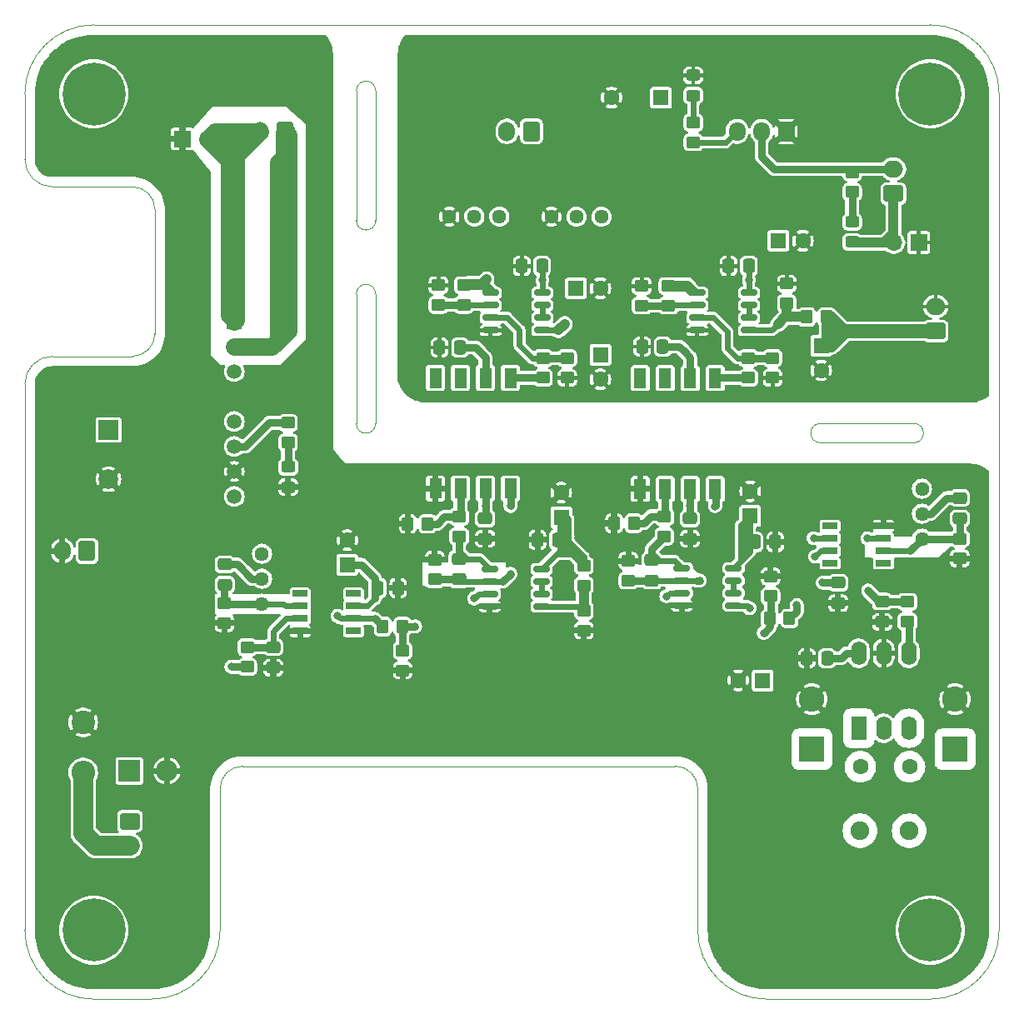
<source format=gtl>
G04 #@! TF.GenerationSoftware,KiCad,Pcbnew,7.0.7+dfsg-1*
G04 #@! TF.CreationDate,2024-09-08T18:24:33+02:00*
G04 #@! TF.ProjectId,evo-cube-sensor,65766f2d-6375-4626-952d-73656e736f72,rev?*
G04 #@! TF.SameCoordinates,Original*
G04 #@! TF.FileFunction,Copper,L1,Top*
G04 #@! TF.FilePolarity,Positive*
%FSLAX46Y46*%
G04 Gerber Fmt 4.6, Leading zero omitted, Abs format (unit mm)*
G04 Created by KiCad (PCBNEW 7.0.7+dfsg-1) date 2024-09-08 18:24:33*
%MOMM*%
%LPD*%
G01*
G04 APERTURE LIST*
G04 Aperture macros list*
%AMRoundRect*
0 Rectangle with rounded corners*
0 $1 Rounding radius*
0 $2 $3 $4 $5 $6 $7 $8 $9 X,Y pos of 4 corners*
0 Add a 4 corners polygon primitive as box body*
4,1,4,$2,$3,$4,$5,$6,$7,$8,$9,$2,$3,0*
0 Add four circle primitives for the rounded corners*
1,1,$1+$1,$2,$3*
1,1,$1+$1,$4,$5*
1,1,$1+$1,$6,$7*
1,1,$1+$1,$8,$9*
0 Add four rect primitives between the rounded corners*
20,1,$1+$1,$2,$3,$4,$5,0*
20,1,$1+$1,$4,$5,$6,$7,0*
20,1,$1+$1,$6,$7,$8,$9,0*
20,1,$1+$1,$8,$9,$2,$3,0*%
G04 Aperture macros list end*
G04 #@! TA.AperFunction,SMDPad,CuDef*
%ADD10RoundRect,0.150000X-0.675000X-0.150000X0.675000X-0.150000X0.675000X0.150000X-0.675000X0.150000X0*%
G04 #@! TD*
G04 #@! TA.AperFunction,ComponentPad*
%ADD11R,1.700000X1.700000*%
G04 #@! TD*
G04 #@! TA.AperFunction,ComponentPad*
%ADD12O,1.700000X1.700000*%
G04 #@! TD*
G04 #@! TA.AperFunction,SMDPad,CuDef*
%ADD13RoundRect,0.250000X-0.475000X0.337500X-0.475000X-0.337500X0.475000X-0.337500X0.475000X0.337500X0*%
G04 #@! TD*
G04 #@! TA.AperFunction,ComponentPad*
%ADD14RoundRect,0.250000X0.600000X0.725000X-0.600000X0.725000X-0.600000X-0.725000X0.600000X-0.725000X0*%
G04 #@! TD*
G04 #@! TA.AperFunction,ComponentPad*
%ADD15O,1.700000X1.950000*%
G04 #@! TD*
G04 #@! TA.AperFunction,SMDPad,CuDef*
%ADD16RoundRect,0.250000X0.450000X-0.350000X0.450000X0.350000X-0.450000X0.350000X-0.450000X-0.350000X0*%
G04 #@! TD*
G04 #@! TA.AperFunction,SMDPad,CuDef*
%ADD17RoundRect,0.250000X0.337500X0.475000X-0.337500X0.475000X-0.337500X-0.475000X0.337500X-0.475000X0*%
G04 #@! TD*
G04 #@! TA.AperFunction,SMDPad,CuDef*
%ADD18RoundRect,0.250000X0.475000X-0.337500X0.475000X0.337500X-0.475000X0.337500X-0.475000X-0.337500X0*%
G04 #@! TD*
G04 #@! TA.AperFunction,SMDPad,CuDef*
%ADD19RoundRect,0.250000X-0.450000X0.350000X-0.450000X-0.350000X0.450000X-0.350000X0.450000X0.350000X0*%
G04 #@! TD*
G04 #@! TA.AperFunction,ComponentPad*
%ADD20R,1.600000X1.600000*%
G04 #@! TD*
G04 #@! TA.AperFunction,ComponentPad*
%ADD21C,1.600000*%
G04 #@! TD*
G04 #@! TA.AperFunction,SMDPad,CuDef*
%ADD22RoundRect,0.250000X-0.337500X-0.475000X0.337500X-0.475000X0.337500X0.475000X-0.337500X0.475000X0*%
G04 #@! TD*
G04 #@! TA.AperFunction,SMDPad,CuDef*
%ADD23RoundRect,0.250000X0.350000X0.450000X-0.350000X0.450000X-0.350000X-0.450000X0.350000X-0.450000X0*%
G04 #@! TD*
G04 #@! TA.AperFunction,SMDPad,CuDef*
%ADD24R,1.300000X2.050000*%
G04 #@! TD*
G04 #@! TA.AperFunction,ComponentPad*
%ADD25RoundRect,0.250000X0.750000X-0.600000X0.750000X0.600000X-0.750000X0.600000X-0.750000X-0.600000X0*%
G04 #@! TD*
G04 #@! TA.AperFunction,ComponentPad*
%ADD26O,2.000000X1.700000*%
G04 #@! TD*
G04 #@! TA.AperFunction,ComponentPad*
%ADD27C,1.440000*%
G04 #@! TD*
G04 #@! TA.AperFunction,ComponentPad*
%ADD28C,1.905000*%
G04 #@! TD*
G04 #@! TA.AperFunction,ComponentPad*
%ADD29C,2.400000*%
G04 #@! TD*
G04 #@! TA.AperFunction,ComponentPad*
%ADD30O,2.400000X2.400000*%
G04 #@! TD*
G04 #@! TA.AperFunction,ComponentPad*
%ADD31R,2.200000X2.200000*%
G04 #@! TD*
G04 #@! TA.AperFunction,ComponentPad*
%ADD32O,2.200000X2.200000*%
G04 #@! TD*
G04 #@! TA.AperFunction,SMDPad,CuDef*
%ADD33RoundRect,0.250000X-0.350000X-0.450000X0.350000X-0.450000X0.350000X0.450000X-0.350000X0.450000X0*%
G04 #@! TD*
G04 #@! TA.AperFunction,ComponentPad*
%ADD34C,0.800000*%
G04 #@! TD*
G04 #@! TA.AperFunction,ComponentPad*
%ADD35C,6.400000*%
G04 #@! TD*
G04 #@! TA.AperFunction,ComponentPad*
%ADD36R,1.500000X1.500000*%
G04 #@! TD*
G04 #@! TA.AperFunction,ComponentPad*
%ADD37C,1.500000*%
G04 #@! TD*
G04 #@! TA.AperFunction,ComponentPad*
%ADD38R,1.600000X2.400000*%
G04 #@! TD*
G04 #@! TA.AperFunction,ComponentPad*
%ADD39O,1.600000X2.400000*%
G04 #@! TD*
G04 #@! TA.AperFunction,ComponentPad*
%ADD40R,2.600000X2.600000*%
G04 #@! TD*
G04 #@! TA.AperFunction,ComponentPad*
%ADD41O,2.600000X2.600000*%
G04 #@! TD*
G04 #@! TA.AperFunction,ComponentPad*
%ADD42RoundRect,0.250000X0.600000X0.750000X-0.600000X0.750000X-0.600000X-0.750000X0.600000X-0.750000X0*%
G04 #@! TD*
G04 #@! TA.AperFunction,ComponentPad*
%ADD43O,1.700000X2.000000*%
G04 #@! TD*
G04 #@! TA.AperFunction,ComponentPad*
%ADD44R,2.000000X2.000000*%
G04 #@! TD*
G04 #@! TA.AperFunction,ComponentPad*
%ADD45C,2.000000*%
G04 #@! TD*
G04 #@! TA.AperFunction,SMDPad,CuDef*
%ADD46RoundRect,0.250000X0.450000X-0.325000X0.450000X0.325000X-0.450000X0.325000X-0.450000X-0.325000X0*%
G04 #@! TD*
G04 #@! TA.AperFunction,SMDPad,CuDef*
%ADD47RoundRect,0.250000X-0.450000X0.325000X-0.450000X-0.325000X0.450000X-0.325000X0.450000X0.325000X0*%
G04 #@! TD*
G04 #@! TA.AperFunction,SMDPad,CuDef*
%ADD48R,1.528000X0.650000*%
G04 #@! TD*
G04 #@! TA.AperFunction,ComponentPad*
%ADD49RoundRect,0.250000X-0.750000X0.600000X-0.750000X-0.600000X0.750000X-0.600000X0.750000X0.600000X0*%
G04 #@! TD*
G04 #@! TA.AperFunction,ViaPad*
%ADD50C,0.800000*%
G04 #@! TD*
G04 #@! TA.AperFunction,Conductor*
%ADD51C,0.600000*%
G04 #@! TD*
G04 #@! TA.AperFunction,Conductor*
%ADD52C,0.800000*%
G04 #@! TD*
G04 #@! TA.AperFunction,Conductor*
%ADD53C,1.400000*%
G04 #@! TD*
G04 #@! TA.AperFunction,Conductor*
%ADD54C,0.250000*%
G04 #@! TD*
G04 #@! TA.AperFunction,Conductor*
%ADD55C,1.000000*%
G04 #@! TD*
G04 #@! TA.AperFunction,Conductor*
%ADD56C,1.800000*%
G04 #@! TD*
G04 #@! TA.AperFunction,Conductor*
%ADD57C,2.000000*%
G04 #@! TD*
G04 #@! TA.AperFunction,Profile*
%ADD58C,0.100000*%
G04 #@! TD*
G04 APERTURE END LIST*
D10*
X100426875Y-87777675D03*
X100426875Y-89047675D03*
X100426875Y-90317675D03*
X100426875Y-91587675D03*
X105676875Y-91587675D03*
X105676875Y-90317675D03*
X105676875Y-89047675D03*
X105676875Y-87777675D03*
D11*
X49677400Y-44145200D03*
D12*
X52217400Y-44145200D03*
D13*
X116306600Y-89255600D03*
X116306600Y-91330600D03*
D14*
X111034200Y-43383200D03*
D15*
X108534200Y-43383200D03*
X106034200Y-43383200D03*
D16*
X99060000Y-61096400D03*
X99060000Y-59096400D03*
D17*
X107234900Y-57073800D03*
X105159900Y-57073800D03*
D18*
X101244400Y-84802800D03*
X101244400Y-82727800D03*
D19*
X94996000Y-87028600D03*
X94996000Y-89028600D03*
D20*
X114579400Y-65176400D03*
D21*
X114579400Y-67676400D03*
D22*
X85750400Y-84886800D03*
X87825400Y-84886800D03*
D16*
X111099600Y-60867800D03*
X111099600Y-58867800D03*
D23*
X72018400Y-93700600D03*
X70018400Y-93700600D03*
X113112800Y-62255400D03*
X115112800Y-62255400D03*
D24*
X75387200Y-79691400D03*
X77927200Y-79691400D03*
X80467200Y-79691400D03*
X83007200Y-79691400D03*
X83007200Y-68441400D03*
X80467200Y-68441400D03*
X77927200Y-68441400D03*
X75387200Y-68441400D03*
D10*
X101988800Y-59791600D03*
X101988800Y-61061600D03*
X101988800Y-62331600D03*
X101988800Y-63601600D03*
X107238800Y-63601600D03*
X107238800Y-62331600D03*
X107238800Y-61061600D03*
X107238800Y-59791600D03*
D21*
X123556400Y-107950000D03*
X118556400Y-107950000D03*
D25*
X121914200Y-49713200D03*
D26*
X121914200Y-47213200D03*
D16*
X88773000Y-68437000D03*
X88773000Y-66437000D03*
D27*
X81879600Y-52044600D03*
X79339600Y-52044600D03*
X76799600Y-52044600D03*
D19*
X90449400Y-92109800D03*
X90449400Y-94109800D03*
D20*
X110224688Y-54508400D03*
D21*
X112724688Y-54508400D03*
D28*
X118520200Y-114439700D03*
X123520200Y-114439700D03*
D19*
X96342200Y-59096400D03*
X96342200Y-61096400D03*
D16*
X60401200Y-74999600D03*
X60401200Y-72999600D03*
X56265350Y-97808800D03*
X56265350Y-95808800D03*
D19*
X90449400Y-87528400D03*
X90449400Y-89528400D03*
D27*
X57759600Y-91389200D03*
X57759600Y-88849200D03*
X57759600Y-86309200D03*
D29*
X39598600Y-103445800D03*
D30*
X39598600Y-108525800D03*
D22*
X113114000Y-96926400D03*
X115189000Y-96926400D03*
D31*
X44286817Y-108381800D03*
D32*
X48096817Y-108381800D03*
D25*
X126212600Y-63688600D03*
D26*
X126212600Y-61188600D03*
D19*
X128655900Y-84782750D03*
X128655900Y-86782750D03*
D16*
X86309200Y-68437000D03*
X86309200Y-66437000D03*
D33*
X109356400Y-92903800D03*
X111356400Y-92903800D03*
D19*
X75692000Y-59020200D03*
X75692000Y-61020200D03*
D16*
X117729000Y-49539400D03*
X117729000Y-47539400D03*
D20*
X98287651Y-39954200D03*
D21*
X93287651Y-39954200D03*
D17*
X86229100Y-57073800D03*
X84154100Y-57073800D03*
D11*
X124490400Y-54686200D03*
D12*
X121950400Y-54686200D03*
D19*
X77800200Y-82550000D03*
X77800200Y-84550000D03*
D20*
X66421000Y-87426800D03*
D21*
X66421000Y-84926800D03*
D17*
X77872500Y-65354200D03*
X75797500Y-65354200D03*
X98475800Y-65252600D03*
X96400800Y-65252600D03*
D19*
X101600000Y-42500800D03*
X101600000Y-44500800D03*
D34*
X123264200Y-124569200D03*
X123967144Y-122872144D03*
X123967144Y-126266256D03*
X125664200Y-122169200D03*
D35*
X125664200Y-124569200D03*
D34*
X125664200Y-126969200D03*
X127361256Y-122872144D03*
X127361256Y-126266256D03*
X128064200Y-124569200D03*
D24*
X96189800Y-79716800D03*
X98729800Y-79716800D03*
X101269800Y-79716800D03*
X103809800Y-79716800D03*
X103809800Y-68466800D03*
X101269800Y-68466800D03*
X98729800Y-68466800D03*
X96189800Y-68466800D03*
D23*
X74574400Y-83261200D03*
X72574400Y-83261200D03*
D36*
X54940200Y-62712600D03*
D37*
X54940200Y-65252600D03*
X54940200Y-67792600D03*
X54940200Y-72872600D03*
X54940200Y-75412600D03*
X54940200Y-77952600D03*
X54940200Y-80492600D03*
D22*
X69519800Y-89789000D03*
X71594800Y-89789000D03*
D18*
X97332800Y-89044600D03*
X97332800Y-86969600D03*
D34*
X38264200Y-39569200D03*
X38967144Y-37872144D03*
X38967144Y-41266256D03*
X40664200Y-37169200D03*
D35*
X40664200Y-39569200D03*
D34*
X40664200Y-41969200D03*
X42361256Y-37872144D03*
X42361256Y-41266256D03*
X43064200Y-39569200D03*
D18*
X80441800Y-84802800D03*
X80441800Y-82727800D03*
D20*
X108647113Y-99187000D03*
D21*
X106147113Y-99187000D03*
D16*
X107188000Y-68437000D03*
X107188000Y-66437000D03*
D27*
X124820500Y-84782750D03*
X124820500Y-82242750D03*
X124820500Y-79702750D03*
D38*
X118389400Y-104038400D03*
D39*
X120929400Y-104038400D03*
X123469400Y-104038400D03*
X123469400Y-96418400D03*
X120929400Y-96418400D03*
X118389400Y-96418400D03*
D27*
X92252800Y-52070000D03*
X89712800Y-52070000D03*
X87172800Y-52070000D03*
D19*
X72059800Y-96164400D03*
X72059800Y-98164400D03*
D40*
X113639600Y-106172000D03*
D41*
X113639600Y-101092000D03*
D13*
X120777000Y-91160600D03*
X120777000Y-93235600D03*
D23*
X95538800Y-83210400D03*
X93538800Y-83210400D03*
D42*
X39979600Y-86029800D03*
D43*
X37479600Y-86029800D03*
D44*
X59720877Y-53314600D03*
D45*
X54720877Y-53314600D03*
D16*
X78257400Y-61020200D03*
X78257400Y-59020200D03*
D10*
X80915600Y-87858600D03*
X80915600Y-89128600D03*
X80915600Y-90398600D03*
X80915600Y-91668600D03*
X86165600Y-91668600D03*
X86165600Y-90398600D03*
X86165600Y-89128600D03*
X86165600Y-87858600D03*
D20*
X89650688Y-59334400D03*
D21*
X92150688Y-59334400D03*
D42*
X60066200Y-43383200D03*
D43*
X57566200Y-43383200D03*
D46*
X60426600Y-79545400D03*
X60426600Y-77495400D03*
D17*
X109898000Y-85115400D03*
X107823000Y-85115400D03*
D47*
X101574600Y-37693600D03*
X101574600Y-39743600D03*
D46*
X117729000Y-54635400D03*
X117729000Y-52585400D03*
D48*
X61645800Y-90366600D03*
X61645800Y-91636600D03*
X61645800Y-92906600D03*
X61645800Y-94176600D03*
X67067800Y-94176600D03*
X67067800Y-92906600D03*
X67067800Y-91636600D03*
X67067800Y-90366600D03*
D13*
X58906950Y-95808800D03*
X58906950Y-97883800D03*
D19*
X75311000Y-86925400D03*
X75311000Y-88925400D03*
D34*
X38264200Y-124569200D03*
X38967144Y-122872144D03*
X38967144Y-126266256D03*
X40664200Y-122169200D03*
D35*
X40664200Y-124569200D03*
D34*
X40664200Y-126969200D03*
X42361256Y-122872144D03*
X42361256Y-126266256D03*
X43064200Y-124569200D03*
D16*
X123342400Y-93192600D03*
X123342400Y-91192600D03*
X109432600Y-90611200D03*
X109432600Y-88611200D03*
D19*
X98653600Y-82556600D03*
X98653600Y-84556600D03*
D44*
X42164000Y-73730723D03*
D45*
X42164000Y-78730723D03*
D34*
X123264200Y-39569200D03*
X123967144Y-37872144D03*
X123967144Y-41266256D03*
X125664200Y-37169200D03*
D35*
X125664200Y-39569200D03*
D34*
X125664200Y-41969200D03*
X127361256Y-37872144D03*
X127361256Y-41266256D03*
X128064200Y-39569200D03*
D18*
X77749400Y-88917600D03*
X77749400Y-86842600D03*
D40*
X128193800Y-106172000D03*
D41*
X128193800Y-101092000D03*
D13*
X53975000Y-87379900D03*
X53975000Y-89454900D03*
D10*
X80991800Y-59791600D03*
X80991800Y-61061600D03*
X80991800Y-62331600D03*
X80991800Y-63601600D03*
X86241800Y-63601600D03*
X86241800Y-62331600D03*
X86241800Y-61061600D03*
X86241800Y-59791600D03*
D13*
X128681300Y-80650350D03*
X128681300Y-82725350D03*
D42*
X85146200Y-43383200D03*
D43*
X82646200Y-43383200D03*
D48*
X120909700Y-87276850D03*
X120909700Y-86006850D03*
X120909700Y-84736850D03*
X120909700Y-83466850D03*
X115487700Y-83466850D03*
X115487700Y-84736850D03*
X115487700Y-86006850D03*
X115487700Y-87276850D03*
D49*
X44338200Y-113487200D03*
D26*
X44338200Y-115987200D03*
D19*
X53949600Y-91363800D03*
X53949600Y-93363800D03*
D16*
X109651800Y-68421000D03*
X109651800Y-66421000D03*
D20*
X92151200Y-66090800D03*
D21*
X92151200Y-68590800D03*
D20*
X107365800Y-82473800D03*
D21*
X107365800Y-79973800D03*
D20*
X88163400Y-82612113D03*
D21*
X88163400Y-80112113D03*
D50*
X80467200Y-81432400D03*
X114731800Y-89255600D03*
X113969800Y-86588600D03*
X101269800Y-81432400D03*
X100711000Y-65786000D03*
X86258400Y-58521600D03*
X79984600Y-65887600D03*
X107238800Y-58496200D03*
X69799200Y-78562200D03*
X108762800Y-102870000D03*
X68478400Y-104952800D03*
X86436200Y-104952800D03*
X108026200Y-116738400D03*
X79705200Y-93395800D03*
X128854200Y-109778800D03*
X53238400Y-104952800D03*
X61722000Y-69011800D03*
X75285600Y-85217000D03*
X64693800Y-102895400D03*
X47828200Y-36525200D03*
X59613800Y-102844600D03*
X50368200Y-67233800D03*
X63906400Y-57302400D03*
X46050200Y-44119800D03*
X37439600Y-97891600D03*
X88595200Y-89738200D03*
X105918000Y-108585000D03*
X47218600Y-120167400D03*
X117551200Y-83769200D03*
X101854000Y-104952800D03*
X47269400Y-105816400D03*
X128854200Y-112318800D03*
X107162600Y-104952800D03*
X84759800Y-86334600D03*
X114782600Y-121462800D03*
X64719200Y-78562200D03*
X44526200Y-97053400D03*
X63906400Y-49682400D03*
X126593600Y-109626400D03*
X50368200Y-50495200D03*
X36982400Y-72186800D03*
X111506000Y-110185200D03*
X93319600Y-85801200D03*
X87071200Y-78333600D03*
X72110600Y-100253800D03*
X41808400Y-92075000D03*
X76276200Y-104952800D03*
X63906400Y-44602400D03*
X44907200Y-69545200D03*
X49606200Y-84099400D03*
X81407000Y-94564200D03*
X128854200Y-119938800D03*
X104394000Y-104952800D03*
X111506000Y-112928400D03*
X68427600Y-80645000D03*
X45516800Y-86131400D03*
X41808400Y-89535000D03*
X98145600Y-102870000D03*
X67233800Y-102895400D03*
X74904600Y-102895400D03*
X120878600Y-112979200D03*
X108026200Y-126898400D03*
X117551200Y-123190000D03*
X105765600Y-102870000D03*
X65938400Y-104952800D03*
X50774600Y-102641400D03*
X89611200Y-78333600D03*
X122453400Y-100203000D03*
X111506000Y-125628400D03*
X44145200Y-84074000D03*
X91516200Y-104952800D03*
X47523400Y-94056200D03*
X108772200Y-86985600D03*
X111506000Y-118008400D03*
X119126000Y-93675200D03*
X103225600Y-102870000D03*
X51485800Y-95377000D03*
X124815600Y-118008400D03*
X63906400Y-67640200D03*
X79984600Y-102895400D03*
X47193200Y-128041400D03*
X39827200Y-69545200D03*
X63855600Y-93726000D03*
X59334400Y-84734400D03*
X36982400Y-79806800D03*
X108026200Y-121818400D03*
X108026200Y-114198400D03*
X114782600Y-126542800D03*
X114782600Y-124002800D03*
X103479600Y-90703400D03*
X128854200Y-114858800D03*
X50368200Y-55575200D03*
X57099200Y-102819200D03*
X42367200Y-69545200D03*
X117551200Y-125730000D03*
X41935400Y-45897800D03*
X104013000Y-96621600D03*
X63906400Y-65100200D03*
X51841400Y-84734400D03*
X117551200Y-128270000D03*
X101142800Y-96596200D03*
X101142800Y-99364800D03*
X37033200Y-120167400D03*
X83896200Y-104952800D03*
X50368200Y-37795200D03*
X48564800Y-86207600D03*
X47447200Y-69545200D03*
X114427000Y-78562200D03*
X119507000Y-78562200D03*
X55778400Y-104952800D03*
X49758600Y-126365000D03*
X95504000Y-102870000D03*
X44780200Y-91084400D03*
X98983800Y-95300800D03*
X48996600Y-104521000D03*
X78816200Y-104952800D03*
X50825400Y-112420400D03*
X94056200Y-104952800D03*
X111506000Y-123088400D03*
X49758600Y-121285000D03*
X62560200Y-95835950D03*
X53086000Y-39065200D03*
X87604600Y-102895400D03*
X44526200Y-94640400D03*
X111506000Y-120548400D03*
X81457800Y-86080600D03*
X90144600Y-102895400D03*
X72364600Y-102895400D03*
X119684800Y-100203000D03*
X63906400Y-54762400D03*
X73761600Y-79679800D03*
X99314000Y-104952800D03*
X47218600Y-125247400D03*
X50800000Y-117754400D03*
X48895000Y-96596200D03*
X121056400Y-107950000D03*
X100685600Y-102870000D03*
X122275600Y-118008400D03*
X109397800Y-78562200D03*
X84099400Y-90805000D03*
X63906400Y-39522400D03*
X56134000Y-84709000D03*
X96316800Y-95783400D03*
X71501000Y-80645000D03*
X41808400Y-99695000D03*
X36982400Y-69545200D03*
X54356000Y-102590600D03*
X51917600Y-86588600D03*
X75996800Y-95681800D03*
X94970600Y-93548200D03*
X86487000Y-94564200D03*
X63906400Y-59842400D03*
X77444600Y-102895400D03*
X50368200Y-40335200D03*
X83947000Y-94564200D03*
X119735600Y-118008400D03*
X37439600Y-92811600D03*
X82524600Y-102895400D03*
X111937800Y-78562200D03*
X50825400Y-109880400D03*
X108026200Y-119278400D03*
X110845600Y-80924400D03*
X128854200Y-117398800D03*
X48895000Y-91821000D03*
X78359000Y-94894400D03*
X73152000Y-90424000D03*
X51231800Y-106705400D03*
X69773800Y-102895400D03*
X101549200Y-86156800D03*
X81356200Y-104952800D03*
X50825400Y-114960400D03*
X67259200Y-78562200D03*
X44272200Y-88341200D03*
X115620800Y-109524800D03*
X63906400Y-62560200D03*
X54076600Y-95758000D03*
X41808400Y-94615000D03*
X63398400Y-104952800D03*
X47828200Y-39065200D03*
X90271600Y-96113600D03*
X85166200Y-82931000D03*
X49758600Y-123825000D03*
X37439600Y-95351600D03*
X44958000Y-100634800D03*
X75412600Y-91617800D03*
X58318400Y-104952800D03*
X96774000Y-104952800D03*
X71196200Y-104952800D03*
X63906400Y-42062400D03*
X37769800Y-45796200D03*
X62153800Y-102895400D03*
X60858400Y-104952800D03*
X46736000Y-98755200D03*
X85064600Y-102895400D03*
X63906400Y-70180200D03*
X108026200Y-111455200D03*
X108026200Y-124358400D03*
X91338400Y-80416400D03*
X88595200Y-87909400D03*
X116967000Y-78562200D03*
X41808400Y-97155000D03*
X65887600Y-80645000D03*
X63881000Y-75463400D03*
X38074600Y-89662000D03*
X70104000Y-98247200D03*
X117195600Y-118008400D03*
X92151200Y-78333600D03*
X62001400Y-86004400D03*
X63906400Y-52222400D03*
X47752000Y-89052400D03*
X73736200Y-104952800D03*
X50368200Y-58115200D03*
X91490800Y-84378800D03*
X88976200Y-104952800D03*
X46685200Y-84074000D03*
X94589600Y-79679800D03*
X50368200Y-47955200D03*
X92938600Y-102870000D03*
X98679000Y-97840800D03*
X50368200Y-53035200D03*
X63881000Y-72923400D03*
X111506000Y-115468400D03*
X47066200Y-41554400D03*
X63906400Y-47142400D03*
X47218600Y-122707400D03*
X120878600Y-111074200D03*
X102235000Y-89027000D03*
X103809800Y-81483200D03*
X113817400Y-84734400D03*
X112099600Y-91532200D03*
X119354600Y-90043000D03*
X119278400Y-84759800D03*
X108737400Y-94361000D03*
X98846864Y-90637136D03*
X90449400Y-90827100D03*
X107306375Y-91846400D03*
X110895352Y-62255400D03*
X88520048Y-62965552D03*
X65430400Y-92633800D03*
X83007200Y-88341200D03*
X83007200Y-81457800D03*
X73329800Y-93675200D03*
X79324200Y-90855800D03*
X100457000Y-59004200D03*
X80568800Y-58420000D03*
X76098400Y-43205400D03*
X104546400Y-60375800D03*
X129641600Y-69342000D03*
X103352600Y-57048400D03*
X93345000Y-44119800D03*
X92786200Y-35585400D03*
X97866200Y-35585400D03*
X124028200Y-69342000D03*
X120091200Y-39243000D03*
X111074200Y-51257200D03*
X78613000Y-55702200D03*
X98729800Y-53695600D03*
X129286000Y-57175400D03*
X120269000Y-67005200D03*
X85750400Y-50520600D03*
X115011200Y-49453800D03*
X82118200Y-65049400D03*
X78638400Y-36855400D03*
X128854200Y-45745400D03*
X73101200Y-51790600D03*
X119862600Y-59156600D03*
X124206000Y-57175400D03*
X117551200Y-44018200D03*
X126339600Y-51054000D03*
X88849200Y-39065200D03*
X114782600Y-59156600D03*
X118948200Y-69342000D03*
X109931200Y-49453800D03*
X117551200Y-36880800D03*
X117551200Y-39243000D03*
X100787200Y-35966400D03*
X75590400Y-57480200D03*
X113893600Y-51892200D03*
X116408200Y-69342000D03*
X93472000Y-55575200D03*
X107289600Y-51028600D03*
X85318600Y-48641000D03*
X121666000Y-57175400D03*
X90982800Y-37896800D03*
X97129600Y-51714400D03*
X76098400Y-38125400D03*
X115011200Y-41706800D03*
X76123800Y-46101000D03*
X73101200Y-46710600D03*
X73101200Y-59410600D03*
X88849200Y-41605200D03*
X126314200Y-48361600D03*
X100355400Y-55549800D03*
X88646000Y-69875400D03*
X83921600Y-46812200D03*
X128854200Y-48361600D03*
X73101200Y-49250600D03*
X82778600Y-58089800D03*
X73101200Y-54330600D03*
X75692000Y-62966600D03*
X90982800Y-40436800D03*
X128422400Y-67005200D03*
X116484400Y-57175400D03*
X97790000Y-48818800D03*
X101650800Y-46736000D03*
X75361800Y-50495200D03*
X88849200Y-44145200D03*
X74853800Y-55702200D03*
X102946200Y-65024000D03*
X99110800Y-46736000D03*
X109651800Y-69850000D03*
X90982800Y-42976800D03*
X122402600Y-59156600D03*
X88849200Y-36525200D03*
X115011200Y-44018200D03*
X117551200Y-41706800D03*
X78638400Y-41935400D03*
X127101600Y-69342000D03*
X76098400Y-40665400D03*
X120091200Y-36880800D03*
X125882400Y-67005200D03*
X82626200Y-48641000D03*
X120091200Y-41706800D03*
X93649800Y-46837600D03*
X100330000Y-48818800D03*
X95097600Y-57429400D03*
X121488200Y-69342000D03*
X128879600Y-51054000D03*
X78638400Y-45415200D03*
X78638400Y-39395400D03*
X96570800Y-46736000D03*
X73101200Y-41630600D03*
X126746000Y-57175400D03*
X73101200Y-36550600D03*
X73101200Y-56870600D03*
X107264200Y-48285400D03*
X122809000Y-67005200D03*
X73101200Y-44170600D03*
X113944400Y-57175400D03*
X83642200Y-60375800D03*
X90982800Y-45516800D03*
X117322600Y-59156600D03*
X127381000Y-54610000D03*
X115011200Y-39243000D03*
X114985800Y-54762400D03*
X112471200Y-49453800D03*
X73101200Y-61950600D03*
X95250000Y-48818800D03*
X126314200Y-45745400D03*
X115011200Y-36880800D03*
X119126000Y-57175400D03*
X73101200Y-39090600D03*
X73101200Y-64490600D03*
X54649850Y-97790000D03*
D51*
X88036400Y-84466312D02*
X88064312Y-84466312D01*
X88036400Y-85987800D02*
X88773000Y-85987800D01*
X88912700Y-85991700D02*
X90449400Y-87528400D01*
X88163400Y-83197700D02*
X88912700Y-83947000D01*
X80416400Y-82702400D02*
X80416400Y-82550000D01*
X89585800Y-85987800D02*
X89585800Y-86664800D01*
X68459600Y-91636600D02*
X69240400Y-90855800D01*
X88163400Y-82612113D02*
X88163400Y-83197700D01*
X89234600Y-86313600D02*
X90449400Y-87528400D01*
D52*
X69240400Y-90855800D02*
X69240400Y-88798400D01*
D51*
X88912700Y-84518500D02*
X88912700Y-83947000D01*
D52*
X69240400Y-88798400D02*
X67868800Y-87426800D01*
X116306600Y-89255600D02*
X114731800Y-89255600D01*
D51*
X67067800Y-91636600D02*
X68459600Y-91636600D01*
X106434800Y-84404200D02*
X106434800Y-83404800D01*
D52*
X116611400Y-96926400D02*
X115189000Y-96926400D01*
D51*
X88912700Y-85064600D02*
X88912700Y-85102700D01*
X88912700Y-85102700D02*
X90449400Y-86639400D01*
X90221900Y-86411900D02*
X90396950Y-86586950D01*
X88912700Y-83426300D02*
X88138000Y-82651600D01*
X88912700Y-84518500D02*
X88912700Y-82791300D01*
X90449400Y-86969600D02*
X89865200Y-86385400D01*
X115487700Y-86006850D02*
X114551550Y-86006850D01*
X88036400Y-83896200D02*
X88163400Y-83769200D01*
X88064312Y-84466312D02*
X89585800Y-85987800D01*
D52*
X118389400Y-96418400D02*
X117119400Y-96418400D01*
D51*
X87710600Y-86313600D02*
X88036400Y-85987800D01*
X114551550Y-86006850D02*
X113969800Y-86588600D01*
D52*
X101269800Y-80047000D02*
X101269800Y-82702400D01*
D51*
X107365800Y-86088750D02*
X107365800Y-82473800D01*
X87710600Y-86313600D02*
X89234600Y-86313600D01*
X106154575Y-87299975D02*
X105676875Y-87777675D01*
X106434800Y-83404800D02*
X107365800Y-82473800D01*
X88773000Y-85987800D02*
X89585800Y-85987800D01*
X90449400Y-86639400D02*
X90449400Y-87528400D01*
X86165600Y-87858600D02*
X87710600Y-86313600D01*
X80441800Y-82727800D02*
X80416400Y-82702400D01*
X88036400Y-85251200D02*
X88163400Y-85124200D01*
X89585800Y-86664800D02*
X90449400Y-87528400D01*
D52*
X117119400Y-96418400D02*
X116611400Y-96926400D01*
D51*
X106959400Y-82880200D02*
X106959400Y-86495150D01*
X80467200Y-82702400D02*
X80441800Y-82727800D01*
X88163400Y-85124200D02*
X88163400Y-82612113D01*
D52*
X67868800Y-87426800D02*
X66421000Y-87426800D01*
X56057800Y-75412600D02*
X58470800Y-72999600D01*
D51*
X106434800Y-87019750D02*
X106434800Y-84404200D01*
X106434800Y-83404800D02*
X106959400Y-82880200D01*
X106959400Y-86495150D02*
X105676875Y-87777675D01*
X90449400Y-87528400D02*
X90449400Y-86969600D01*
X105676875Y-87777675D02*
X106434800Y-87019750D01*
D52*
X80467200Y-79691400D02*
X80467200Y-82702400D01*
D51*
X88036400Y-85987800D02*
X88036400Y-84466312D01*
X106959400Y-86495150D02*
X107365800Y-86088750D01*
X90396950Y-86586950D02*
X90449400Y-86639400D01*
D52*
X54940200Y-75412600D02*
X56057800Y-75412600D01*
X58470800Y-72999600D02*
X60401200Y-72999600D01*
D51*
X88036400Y-82600800D02*
X88112600Y-82524600D01*
X88912700Y-84518500D02*
X88912700Y-85064600D01*
X88036400Y-84466312D02*
X88036400Y-85251200D01*
X88163400Y-83769200D02*
X88912700Y-84518500D01*
D52*
X101269800Y-82702400D02*
X101244400Y-82727800D01*
D51*
X88036400Y-85251200D02*
X88773000Y-85987800D01*
X88912700Y-85064600D02*
X88912700Y-85991700D01*
X88036400Y-84466312D02*
X88036400Y-83896200D01*
X88912700Y-82791300D02*
X88442800Y-82321400D01*
X88544400Y-84455000D02*
X88493600Y-84455000D01*
X88036400Y-84466312D02*
X88036400Y-82600800D01*
X88163400Y-83769200D02*
X88163400Y-82612113D01*
X88912700Y-83947000D02*
X88912700Y-83426300D01*
X107234900Y-57073800D02*
X107234900Y-59787700D01*
D52*
X79451200Y-65354200D02*
X79984600Y-65887600D01*
D53*
X116758600Y-63688600D02*
X115325400Y-62255400D01*
D52*
X100711000Y-65786000D02*
X100177600Y-65252600D01*
D54*
X86241800Y-57086500D02*
X86229100Y-57073800D01*
D53*
X118353200Y-63688600D02*
X126212600Y-63688600D01*
X115325400Y-62255400D02*
X115325400Y-64906400D01*
D52*
X101269800Y-68466800D02*
X101269800Y-66344800D01*
X100177600Y-65252600D02*
X98475800Y-65252600D01*
D51*
X104876600Y-44500800D02*
X101600000Y-44500800D01*
D52*
X77872500Y-65354200D02*
X79451200Y-65354200D01*
D53*
X115325400Y-64906400D02*
X115519200Y-65100200D01*
X118353200Y-63688600D02*
X116758600Y-63688600D01*
D52*
X101269800Y-66344800D02*
X100711000Y-65786000D01*
D51*
X105994200Y-43383200D02*
X104876600Y-44500800D01*
D53*
X114579400Y-65176400D02*
X114655600Y-65100200D01*
D52*
X80467200Y-66370200D02*
X80467200Y-68441400D01*
D51*
X86241800Y-58538200D02*
X86258400Y-58521600D01*
D53*
X116758600Y-63860800D02*
X115519200Y-65100200D01*
D54*
X107234900Y-59787700D02*
X107238800Y-59791600D01*
D52*
X79984600Y-65887600D02*
X80467200Y-66370200D01*
D51*
X86241800Y-59791600D02*
X86241800Y-58538200D01*
D53*
X116758600Y-63688600D02*
X116758600Y-63860800D01*
X114655600Y-65100200D02*
X115519200Y-65100200D01*
D51*
X86258400Y-58521600D02*
X86241800Y-58505000D01*
X86241800Y-58505000D02*
X86241800Y-57086500D01*
D52*
X60401200Y-74999600D02*
X60401200Y-77470000D01*
D54*
X60401200Y-77470000D02*
X60426600Y-77495400D01*
D52*
X97282000Y-82499200D02*
X96570800Y-83210400D01*
X96570800Y-83210400D02*
X95538800Y-83210400D01*
D54*
X98221800Y-82981800D02*
X98247200Y-82956400D01*
D52*
X98729800Y-82480400D02*
X98711000Y-82499200D01*
X98711000Y-82499200D02*
X97282000Y-82499200D01*
X98729800Y-79716800D02*
X98729800Y-82480400D01*
X123469400Y-93319600D02*
X123469400Y-96418400D01*
D51*
X123342400Y-93192600D02*
X123291600Y-93243400D01*
D52*
X123342400Y-93192600D02*
X123469400Y-93319600D01*
X117729000Y-49539400D02*
X117729000Y-52585400D01*
D51*
X101600000Y-42500800D02*
X101600000Y-39769000D01*
D52*
X97332800Y-89044600D02*
X95012000Y-89044600D01*
D51*
X100426875Y-89047675D02*
X100407850Y-89066700D01*
D52*
X102235000Y-89027000D02*
X101955600Y-89027000D01*
X101955600Y-89027000D02*
X101934925Y-89047675D01*
D51*
X100407850Y-89066700D02*
X97354900Y-89066700D01*
X103835200Y-79742200D02*
X103772800Y-79679800D01*
X101934925Y-89047675D02*
X100426875Y-89047675D01*
X97358200Y-89324000D02*
X97332800Y-89298600D01*
X103835200Y-81508600D02*
X103809800Y-81483200D01*
D54*
X95012000Y-89044600D02*
X94996000Y-89028600D01*
D52*
X103835200Y-81457800D02*
X103835200Y-79742200D01*
D51*
X97354900Y-89066700D02*
X97332800Y-89044600D01*
X113817400Y-84734400D02*
X113819850Y-84736850D01*
D52*
X112109000Y-92151200D02*
X111356400Y-92903800D01*
D51*
X112099600Y-91532200D02*
X112109000Y-91541600D01*
X111356400Y-92903800D02*
X111356400Y-93138000D01*
X112109000Y-91522800D02*
X112099600Y-91532200D01*
D52*
X112109000Y-91541600D02*
X112109000Y-92151200D01*
X124820500Y-82242750D02*
X125732450Y-82242750D01*
X125732450Y-82242750D02*
X127324850Y-80650350D01*
X127324850Y-80650350D02*
X128681300Y-80650350D01*
D51*
X113814950Y-84736850D02*
X113817400Y-84734400D01*
X113819850Y-84736850D02*
X115487700Y-84736850D01*
D52*
X128655900Y-84782750D02*
X128655900Y-82750750D01*
X123596400Y-86006850D02*
X124820500Y-84782750D01*
X124820500Y-84782750D02*
X128655900Y-84782750D01*
D51*
X128655900Y-82750750D02*
X128681300Y-82725350D01*
X120909700Y-86006850D02*
X123596400Y-86006850D01*
D52*
X119354600Y-90043000D02*
X120472200Y-91160600D01*
D51*
X119278400Y-84759800D02*
X119301350Y-84736850D01*
X119354600Y-90043000D02*
X119354600Y-90017600D01*
X119255450Y-84736850D02*
X119278400Y-84759800D01*
X123310400Y-91160600D02*
X123342400Y-91192600D01*
D52*
X120472200Y-91160600D02*
X123310400Y-91160600D01*
D51*
X119301350Y-84736850D02*
X120909700Y-84736850D01*
D55*
X121950400Y-54686200D02*
X120980200Y-54686200D01*
X120980200Y-54686200D02*
X120999800Y-54686200D01*
X121914200Y-54650000D02*
X121950400Y-54686200D01*
X120999800Y-54686200D02*
X121914200Y-53771800D01*
X117779800Y-54686200D02*
X117729000Y-54635400D01*
X121914200Y-49713200D02*
X121914200Y-53771800D01*
X121914200Y-53771800D02*
X121914200Y-54650000D01*
X120980200Y-54686200D02*
X117779800Y-54686200D01*
D51*
X97713800Y-87042500D02*
X97332800Y-86661500D01*
D52*
X97332800Y-86661500D02*
X97332800Y-85877400D01*
D51*
X97336100Y-86210900D02*
X98094800Y-86969600D01*
X97940750Y-87044150D02*
X99693350Y-87044150D01*
D52*
X97332800Y-86969600D02*
X97332800Y-86210900D01*
D51*
X97332800Y-86210900D02*
X97336100Y-86210900D01*
X99693350Y-87044150D02*
X100426875Y-87777675D01*
X97332800Y-86969600D02*
X98094800Y-86969600D01*
D52*
X97332800Y-85877400D02*
X98653600Y-84556600D01*
X109474000Y-92786200D02*
X109474000Y-90652600D01*
D51*
X109474000Y-90652600D02*
X109432600Y-90611200D01*
D52*
X108737400Y-94361000D02*
X109356400Y-93742000D01*
D51*
X100414175Y-90330375D02*
X100426875Y-90317675D01*
X109356400Y-92903800D02*
X109474000Y-92786200D01*
X98846864Y-90637136D02*
X99166325Y-90317675D01*
X99166325Y-90317675D02*
X100426875Y-90317675D01*
D52*
X109356400Y-93742000D02*
X109356400Y-92903800D01*
D51*
X107306375Y-91846400D02*
X107047650Y-91587675D01*
D55*
X90449400Y-90827100D02*
X90449400Y-92109800D01*
D51*
X107047650Y-91587675D02*
X105676875Y-91587675D01*
X86165600Y-91668600D02*
X90008200Y-91668600D01*
X90008200Y-91668600D02*
X90449400Y-92109800D01*
D55*
X90449400Y-89528400D02*
X90449400Y-90827100D01*
D51*
X105676875Y-90317675D02*
X105676875Y-89047675D01*
D54*
X107188000Y-68437000D02*
X107180800Y-68429800D01*
D52*
X107180800Y-68429800D02*
X103846800Y-68429800D01*
D51*
X103846800Y-68429800D02*
X103809800Y-68466800D01*
X101988800Y-61061600D02*
X98856800Y-61061600D01*
D52*
X96342200Y-61096400D02*
X99060000Y-61096400D01*
D55*
X110895352Y-62255400D02*
X113112800Y-62255400D01*
X110895352Y-62255400D02*
X110185200Y-62965552D01*
X87884000Y-63601600D02*
X88520048Y-62965552D01*
X110895352Y-62255400D02*
X111099600Y-62051152D01*
D51*
X86241800Y-63601600D02*
X87884000Y-63601600D01*
X110185200Y-62965552D02*
X109549152Y-63601600D01*
X109549152Y-63601600D02*
X107238800Y-63601600D01*
D55*
X111099600Y-62051152D02*
X111099600Y-60867800D01*
D51*
X107238800Y-61061600D02*
X107238800Y-62331600D01*
X58906950Y-94204250D02*
X58906950Y-95808800D01*
X61645800Y-92906600D02*
X60204600Y-92906600D01*
X60204600Y-92906600D02*
X58906950Y-94204250D01*
X56247550Y-95808800D02*
X56234850Y-95796100D01*
D52*
X58906950Y-95808800D02*
X56247550Y-95808800D01*
X55248900Y-87379900D02*
X53975000Y-87379900D01*
X57759600Y-88849200D02*
X56718200Y-88849200D01*
D51*
X65430400Y-92633800D02*
X65430400Y-92608400D01*
X65455800Y-92633800D02*
X65430400Y-92633800D01*
X65728600Y-92906600D02*
X65455800Y-92633800D01*
D52*
X70018400Y-93700600D02*
X69224400Y-92906600D01*
X56718200Y-88849200D02*
X55248900Y-87379900D01*
D51*
X67067800Y-92906600D02*
X65728600Y-92906600D01*
X69224400Y-92906600D02*
X67067800Y-92906600D01*
X53949600Y-89480300D02*
X53975000Y-89454900D01*
X59893200Y-91389200D02*
X60140600Y-91636600D01*
D52*
X53949600Y-91363800D02*
X53949600Y-89480300D01*
X57759600Y-91389200D02*
X53975000Y-91389200D01*
D51*
X53975000Y-91389200D02*
X53949600Y-91363800D01*
X60140600Y-91636600D02*
X61645800Y-91636600D01*
X53984400Y-91389200D02*
X53949600Y-91424000D01*
X57759600Y-91389200D02*
X59893200Y-91389200D01*
D54*
X83007200Y-68441400D02*
X83011600Y-68437000D01*
D52*
X83011600Y-68437000D02*
X86309200Y-68437000D01*
D51*
X77749400Y-88917600D02*
X77767000Y-88900000D01*
X75318800Y-88917600D02*
X75311000Y-88925400D01*
D52*
X83007200Y-81457800D02*
X83007200Y-79691400D01*
D51*
X82219800Y-89128600D02*
X80915600Y-89128600D01*
X77960400Y-89128600D02*
X80915600Y-89128600D01*
D52*
X77749400Y-88917600D02*
X75318800Y-88917600D01*
X83007200Y-88341200D02*
X82219800Y-89128600D01*
D51*
X77749400Y-88917600D02*
X77960400Y-89128600D01*
X78613000Y-86842600D02*
X79899600Y-86842600D01*
X77800200Y-86106000D02*
X77876400Y-86106000D01*
D52*
X77800200Y-84550000D02*
X77800200Y-86106000D01*
X77800200Y-86106000D02*
X77800200Y-86791800D01*
D51*
X77800200Y-86791800D02*
X77749400Y-86842600D01*
X77876400Y-86106000D02*
X78613000Y-86842600D01*
X79899600Y-86842600D02*
X80915600Y-87858600D01*
X77389900Y-86842600D02*
X78613000Y-86842600D01*
X73329800Y-93675200D02*
X73355200Y-93700600D01*
X79324200Y-90855800D02*
X79781400Y-90398600D01*
X72059800Y-96164400D02*
X72059800Y-96189800D01*
X72018400Y-93700600D02*
X72126600Y-93808800D01*
D52*
X73304400Y-93700600D02*
X72018400Y-93700600D01*
D51*
X72059800Y-96189800D02*
X72110600Y-96240600D01*
D52*
X72018400Y-93700600D02*
X72018400Y-96123000D01*
X72018400Y-96123000D02*
X72059800Y-96164400D01*
D51*
X73304400Y-93700600D02*
X73329800Y-93675200D01*
X79781400Y-90398600D02*
X80915600Y-90398600D01*
X86165600Y-89128600D02*
X86165600Y-90398600D01*
D52*
X75590400Y-83261200D02*
X74574400Y-83261200D01*
X77927200Y-79691400D02*
X77927200Y-82423000D01*
X76301600Y-82550000D02*
X75590400Y-83261200D01*
X77927200Y-82423000D02*
X77800200Y-82550000D01*
X77800200Y-82550000D02*
X76301600Y-82550000D01*
D54*
X78241400Y-61036200D02*
X78257400Y-61020200D01*
D51*
X78298800Y-61061600D02*
X80991800Y-61061600D01*
D52*
X78257400Y-61020200D02*
X75692000Y-61020200D01*
D51*
X78257400Y-61020200D02*
X78298800Y-61061600D01*
X86241800Y-62331600D02*
X86241800Y-61061600D01*
X100457000Y-59004200D02*
X100253800Y-58801000D01*
X100702800Y-59096400D02*
X100998200Y-58801000D01*
D54*
X101675400Y-59936000D02*
X101844400Y-59936000D01*
D51*
X101142600Y-58945400D02*
X101988800Y-59791600D01*
D54*
X101844400Y-59936000D02*
X101988800Y-59791600D01*
D51*
X100652200Y-59164600D02*
X101279200Y-59791600D01*
X99355400Y-58801000D02*
X99060000Y-59096400D01*
X100457000Y-59004200D02*
X100660200Y-58801000D01*
X101279200Y-59791600D02*
X101988800Y-59791600D01*
X100998200Y-58801000D02*
X101988800Y-59791600D01*
X100660200Y-58801000D02*
X100998200Y-58801000D01*
D55*
X99271200Y-59164600D02*
X99118800Y-59012200D01*
D51*
X99060000Y-59096400D02*
X98949000Y-59096400D01*
D55*
X100677600Y-59164600D02*
X99271200Y-59164600D01*
D51*
X100253800Y-58801000D02*
X99517200Y-58801000D01*
X100998200Y-58801000D02*
X99355400Y-58801000D01*
X99060000Y-59096400D02*
X100702800Y-59096400D01*
D55*
X80568800Y-58420000D02*
X79968600Y-59020200D01*
D51*
X80467200Y-58801000D02*
X81407000Y-59740800D01*
D55*
X79968600Y-59020200D02*
X78257400Y-59020200D01*
D54*
X80991800Y-59791600D02*
X80740000Y-59791600D01*
D51*
X78257400Y-59020200D02*
X78578200Y-58699400D01*
X80568800Y-58420000D02*
X80636200Y-58420000D01*
X79968600Y-59020200D02*
X80187800Y-58801000D01*
X78578200Y-58699400D02*
X80391000Y-58699400D01*
X80187800Y-58801000D02*
X80467200Y-58801000D01*
X80740000Y-59791600D02*
X79968600Y-59020200D01*
D54*
X109635800Y-66437000D02*
X109651800Y-66421000D01*
D52*
X107188000Y-66437000D02*
X109635800Y-66437000D01*
D51*
X105029000Y-65405000D02*
X105029000Y-63754000D01*
X107188000Y-66437000D02*
X106061000Y-66437000D01*
X105029000Y-63754000D02*
X103606600Y-62331600D01*
X103606600Y-62331600D02*
X101988800Y-62331600D01*
X106061000Y-66437000D02*
X105029000Y-65405000D01*
X83921600Y-63576200D02*
X82677000Y-62331600D01*
X83921600Y-65125600D02*
X83921600Y-63576200D01*
X82677000Y-62331600D02*
X80991800Y-62331600D01*
X85233000Y-66437000D02*
X83921600Y-65125600D01*
X86309200Y-66437000D02*
X85233000Y-66437000D01*
D52*
X86309200Y-66437000D02*
X88773000Y-66437000D01*
D56*
X60066200Y-43383200D02*
X60066200Y-63952200D01*
X60401200Y-43718200D02*
X60066200Y-43383200D01*
X60066200Y-43383200D02*
X59980200Y-43469200D01*
X58765800Y-65252600D02*
X59410600Y-64607800D01*
X59980200Y-43469200D02*
X59980200Y-45999400D01*
X60066200Y-63952200D02*
X59410600Y-64607800D01*
X59410600Y-46569000D02*
X59980200Y-45999400D01*
X58765800Y-65252600D02*
X54940200Y-65252600D01*
X59980200Y-45999400D02*
X59980200Y-64038200D01*
X59410600Y-64607800D02*
X60401200Y-63617200D01*
X60066200Y-43383200D02*
X60274200Y-43383200D01*
X59980200Y-64038200D02*
X58765800Y-65252600D01*
X60401200Y-63617200D02*
X60401200Y-43718200D01*
X59410600Y-64607800D02*
X59410600Y-46569000D01*
D52*
X108534200Y-43383200D02*
X108534200Y-45943200D01*
X109804200Y-47213200D02*
X121914200Y-47213200D01*
X108534200Y-45943200D02*
X109804200Y-47213200D01*
D56*
X55108200Y-62544600D02*
X55108200Y-47955200D01*
X57566200Y-43383200D02*
X55108200Y-45841200D01*
X55108200Y-45841200D02*
X55108200Y-47955200D01*
X52979400Y-43383200D02*
X52217400Y-44145200D01*
X54940200Y-62712600D02*
X54940200Y-43891200D01*
X55108200Y-57607200D02*
X55108200Y-47955200D01*
X55108200Y-47036000D02*
X55108200Y-47955200D01*
X55108200Y-54305200D02*
X55108200Y-57607200D01*
X52217400Y-44145200D02*
X55108200Y-47036000D01*
X55108200Y-43723200D02*
X54457600Y-44373800D01*
X54940200Y-43891200D02*
X55108200Y-43723200D01*
X54457600Y-44373800D02*
X54457600Y-62052200D01*
X54457600Y-62052200D02*
X55016400Y-62611000D01*
X57566200Y-43383200D02*
X52979400Y-43383200D01*
X55108200Y-47955200D02*
X55108200Y-43723200D01*
X54940200Y-62712600D02*
X55108200Y-62544600D01*
D57*
X44338200Y-115987200D02*
X40904800Y-115987200D01*
X39598600Y-114681000D02*
X39598600Y-108525800D01*
X40904800Y-115987200D02*
X39598600Y-114681000D01*
D52*
X54649850Y-97770700D02*
X54687950Y-97808800D01*
X54687950Y-97808800D02*
X56265350Y-97808800D01*
G04 #@! TA.AperFunction,Conductor*
G36*
X89001542Y-86933785D02*
G01*
X89022184Y-86950419D01*
X89130469Y-87058704D01*
X89135820Y-87064805D01*
X89157518Y-87093082D01*
X89185795Y-87114780D01*
X89191885Y-87120120D01*
X89308846Y-87237081D01*
X89412581Y-87340816D01*
X89446066Y-87402139D01*
X89448900Y-87428496D01*
X89448900Y-87921502D01*
X89453606Y-87960689D01*
X89459522Y-88009961D01*
X89459522Y-88009963D01*
X89459523Y-88009964D01*
X89460474Y-88012376D01*
X89515039Y-88150743D01*
X89606477Y-88271322D01*
X89727056Y-88362760D01*
X89727057Y-88362760D01*
X89727058Y-88362761D01*
X89854571Y-88413046D01*
X89909714Y-88455951D01*
X89932907Y-88521859D01*
X89916786Y-88589844D01*
X89866470Y-88638320D01*
X89854578Y-88643751D01*
X89803391Y-88663937D01*
X89727056Y-88694039D01*
X89606477Y-88785477D01*
X89515039Y-88906056D01*
X89459522Y-89046838D01*
X89454513Y-89088557D01*
X89448900Y-89135298D01*
X89448900Y-89921502D01*
X89452832Y-89954246D01*
X89459522Y-90009961D01*
X89515039Y-90150743D01*
X89585908Y-90244197D01*
X89606478Y-90271322D01*
X89606482Y-90271325D01*
X89612473Y-90277316D01*
X89609843Y-90279945D01*
X89641186Y-90322028D01*
X89648900Y-90365080D01*
X89648900Y-90944100D01*
X89629215Y-91011139D01*
X89576411Y-91056894D01*
X89524900Y-91068100D01*
X87262729Y-91068100D01*
X87195690Y-91048415D01*
X87149935Y-90995611D01*
X87139991Y-90926453D01*
X87162958Y-90870467D01*
X87243393Y-90761482D01*
X87269480Y-90686930D01*
X87288246Y-90633301D01*
X87288246Y-90633299D01*
X87291100Y-90602869D01*
X87291100Y-90194330D01*
X87288246Y-90163900D01*
X87288246Y-90163898D01*
X87253374Y-90064242D01*
X87243393Y-90035718D01*
X87162750Y-89926450D01*
X87077277Y-89863368D01*
X87035028Y-89807723D01*
X87029569Y-89738067D01*
X87062636Y-89676517D01*
X87077270Y-89663836D01*
X87162750Y-89600750D01*
X87243393Y-89491482D01*
X87270215Y-89414830D01*
X87288246Y-89363301D01*
X87288246Y-89363299D01*
X87291100Y-89332869D01*
X87291100Y-88924330D01*
X87288246Y-88893900D01*
X87288246Y-88893898D01*
X87250678Y-88786538D01*
X87243393Y-88765718D01*
X87162750Y-88656450D01*
X87077277Y-88593368D01*
X87035028Y-88537723D01*
X87029569Y-88468067D01*
X87062636Y-88406517D01*
X87077270Y-88393836D01*
X87162750Y-88330750D01*
X87243393Y-88221482D01*
X87268483Y-88149779D01*
X87288246Y-88093301D01*
X87288246Y-88093299D01*
X87291100Y-88062869D01*
X87291100Y-87654333D01*
X87290759Y-87650695D01*
X87290370Y-87646553D01*
X87303703Y-87577971D01*
X87326143Y-87547290D01*
X87923015Y-86950419D01*
X87984339Y-86916934D01*
X88010697Y-86914100D01*
X88934503Y-86914100D01*
X89001542Y-86933785D01*
G37*
G04 #@! TD.AperFunction*
G04 #@! TA.AperFunction,Conductor*
G36*
X64214940Y-33589385D02*
G01*
X64240359Y-33611071D01*
X64316378Y-33696137D01*
X64320708Y-33701566D01*
X64511357Y-33970262D01*
X64515059Y-33976154D01*
X64674423Y-34264500D01*
X64677442Y-34270769D01*
X64803516Y-34575141D01*
X64805814Y-34581708D01*
X64897020Y-34898290D01*
X64898568Y-34905074D01*
X64953754Y-35229869D01*
X64954533Y-35236784D01*
X64973103Y-35567464D01*
X64973201Y-35570941D01*
X64973202Y-47328410D01*
X64973203Y-47378148D01*
X64973206Y-75717400D01*
X65579486Y-76437067D01*
X65579494Y-76437077D01*
X65579500Y-76437083D01*
X66185783Y-77156753D01*
X129662189Y-77151100D01*
X129665662Y-77151197D01*
X129996369Y-77169741D01*
X130003284Y-77170520D01*
X130215923Y-77206630D01*
X130328110Y-77225682D01*
X130334880Y-77227227D01*
X130651502Y-77318420D01*
X130658050Y-77320711D01*
X130962472Y-77446783D01*
X130968723Y-77449793D01*
X131257110Y-77609155D01*
X131262988Y-77612848D01*
X131477960Y-77765363D01*
X131531706Y-77803493D01*
X131537140Y-77807826D01*
X131622323Y-77883942D01*
X131659196Y-77943287D01*
X131663700Y-77976404D01*
X131663700Y-124476489D01*
X131663700Y-124476490D01*
X131663700Y-124569200D01*
X131649305Y-124935605D01*
X131645302Y-125037480D01*
X131644921Y-125042322D01*
X131617521Y-125273822D01*
X131590122Y-125505308D01*
X131589360Y-125510118D01*
X131498410Y-125967354D01*
X131497273Y-125972090D01*
X131370724Y-126420800D01*
X131369220Y-126425432D01*
X131207857Y-126862823D01*
X131205993Y-126867322D01*
X131010809Y-127290711D01*
X131008598Y-127295050D01*
X130890501Y-127505929D01*
X130780808Y-127701800D01*
X130778264Y-127705951D01*
X130519250Y-128093591D01*
X130516388Y-128097531D01*
X130227763Y-128463652D01*
X130224600Y-128467355D01*
X129908141Y-128809697D01*
X129904697Y-128813141D01*
X129562355Y-129129600D01*
X129558652Y-129132763D01*
X129192531Y-129421388D01*
X129188591Y-129424250D01*
X128800951Y-129683264D01*
X128796809Y-129685802D01*
X128637261Y-129775153D01*
X128390050Y-129913598D01*
X128385711Y-129915809D01*
X127962322Y-130110993D01*
X127957823Y-130112857D01*
X127520432Y-130274220D01*
X127515800Y-130275724D01*
X127067090Y-130402273D01*
X127062354Y-130403410D01*
X126605118Y-130494360D01*
X126600308Y-130495122D01*
X126368821Y-130522521D01*
X126137322Y-130549921D01*
X126132488Y-130550301D01*
X125664200Y-130568700D01*
X109042200Y-130568700D01*
X108573909Y-130550301D01*
X108569079Y-130549921D01*
X108287502Y-130516594D01*
X108106091Y-130495122D01*
X108101281Y-130494360D01*
X107644045Y-130403410D01*
X107639309Y-130402273D01*
X107190599Y-130275724D01*
X107185967Y-130274220D01*
X106748576Y-130112857D01*
X106744077Y-130110993D01*
X106320688Y-129915809D01*
X106316349Y-129913598D01*
X106167475Y-129830225D01*
X105909578Y-129685795D01*
X105905448Y-129683264D01*
X105517808Y-129424250D01*
X105513868Y-129421388D01*
X105438135Y-129361685D01*
X105147739Y-129132756D01*
X105144051Y-129129606D01*
X104801698Y-128813137D01*
X104798258Y-128809697D01*
X104481791Y-128467346D01*
X104478637Y-128463653D01*
X104190010Y-128097529D01*
X104187149Y-128093591D01*
X103971904Y-127771455D01*
X103928130Y-127705943D01*
X103925608Y-127701828D01*
X103697800Y-127295048D01*
X103695590Y-127290711D01*
X103500406Y-126867322D01*
X103498542Y-126862823D01*
X103337179Y-126425432D01*
X103335675Y-126420800D01*
X103209126Y-125972090D01*
X103207991Y-125967363D01*
X103117038Y-125510112D01*
X103116277Y-125505308D01*
X103102374Y-125387842D01*
X103061475Y-125042297D01*
X103061099Y-125037513D01*
X103042700Y-124569200D01*
X122158896Y-124569200D01*
X122178098Y-124935605D01*
X122235494Y-125297988D01*
X122235494Y-125297990D01*
X122330460Y-125652406D01*
X122461946Y-125994939D01*
X122628520Y-126321856D01*
X122828347Y-126629564D01*
X122828349Y-126629566D01*
X123059251Y-126914706D01*
X123318694Y-127174149D01*
X123318698Y-127174152D01*
X123603835Y-127405052D01*
X123911543Y-127604879D01*
X123911548Y-127604882D01*
X124238464Y-127771455D01*
X124581001Y-127902942D01*
X124935406Y-127997905D01*
X125297796Y-128055302D01*
X125643934Y-128073441D01*
X125664199Y-128074504D01*
X125664200Y-128074504D01*
X125664201Y-128074504D01*
X125683403Y-128073497D01*
X126030604Y-128055302D01*
X126392994Y-127997905D01*
X126747399Y-127902942D01*
X127089936Y-127771455D01*
X127416852Y-127604882D01*
X127724566Y-127405051D01*
X128009706Y-127174149D01*
X128269149Y-126914706D01*
X128500051Y-126629566D01*
X128699882Y-126321852D01*
X128866455Y-125994936D01*
X128997942Y-125652399D01*
X129092905Y-125297994D01*
X129150302Y-124935604D01*
X129169504Y-124569200D01*
X129150302Y-124202796D01*
X129092905Y-123840406D01*
X128997942Y-123486001D01*
X128866455Y-123143464D01*
X128699882Y-122816548D01*
X128500051Y-122508834D01*
X128269149Y-122223694D01*
X128009706Y-121964251D01*
X127724566Y-121733349D01*
X127724564Y-121733347D01*
X127416856Y-121533520D01*
X127089939Y-121366946D01*
X126747406Y-121235460D01*
X126747399Y-121235458D01*
X126392994Y-121140495D01*
X126392990Y-121140494D01*
X126392989Y-121140494D01*
X126030605Y-121083098D01*
X125664201Y-121063896D01*
X125664199Y-121063896D01*
X125297794Y-121083098D01*
X124935411Y-121140494D01*
X124935409Y-121140494D01*
X124580993Y-121235460D01*
X124238460Y-121366946D01*
X123911543Y-121533520D01*
X123603835Y-121733347D01*
X123318698Y-121964247D01*
X123318690Y-121964254D01*
X123059254Y-122223690D01*
X123059247Y-122223698D01*
X122828347Y-122508835D01*
X122628520Y-122816543D01*
X122461946Y-123143460D01*
X122330460Y-123485993D01*
X122235494Y-123840409D01*
X122235494Y-123840411D01*
X122178098Y-124202794D01*
X122158896Y-124569199D01*
X122158896Y-124569200D01*
X103042700Y-124569200D01*
X103042700Y-124476490D01*
X103042700Y-114439704D01*
X116762285Y-114439704D01*
X116781918Y-114701701D01*
X116840381Y-114957843D01*
X116840384Y-114957855D01*
X116936373Y-115202431D01*
X117067742Y-115429969D01*
X117231557Y-115635386D01*
X117424158Y-115814093D01*
X117641243Y-115962099D01*
X117877958Y-116076095D01*
X117877959Y-116076095D01*
X117877962Y-116076097D01*
X118129027Y-116153540D01*
X118388831Y-116192700D01*
X118651569Y-116192700D01*
X118911373Y-116153540D01*
X119162438Y-116076097D01*
X119399158Y-115962099D01*
X119616242Y-115814093D01*
X119808843Y-115635386D01*
X119972658Y-115429969D01*
X120104027Y-115202431D01*
X120200016Y-114957855D01*
X120258481Y-114701704D01*
X120274429Y-114488892D01*
X120278115Y-114439704D01*
X121762285Y-114439704D01*
X121781918Y-114701701D01*
X121840381Y-114957843D01*
X121840384Y-114957855D01*
X121936373Y-115202431D01*
X122067742Y-115429969D01*
X122231557Y-115635386D01*
X122424158Y-115814093D01*
X122641243Y-115962099D01*
X122877958Y-116076095D01*
X122877959Y-116076095D01*
X122877962Y-116076097D01*
X123129027Y-116153540D01*
X123388831Y-116192700D01*
X123651569Y-116192700D01*
X123911373Y-116153540D01*
X124162438Y-116076097D01*
X124399158Y-115962099D01*
X124616242Y-115814093D01*
X124808843Y-115635386D01*
X124972658Y-115429969D01*
X125104027Y-115202431D01*
X125200016Y-114957855D01*
X125258481Y-114701704D01*
X125274429Y-114488892D01*
X125278115Y-114439704D01*
X125278115Y-114439695D01*
X125264090Y-114252554D01*
X125258481Y-114177696D01*
X125200016Y-113921545D01*
X125104027Y-113676969D01*
X124972658Y-113449431D01*
X124808843Y-113244014D01*
X124616242Y-113065307D01*
X124399158Y-112917301D01*
X124399154Y-112917299D01*
X124399151Y-112917297D01*
X124399150Y-112917296D01*
X124162440Y-112803304D01*
X124162442Y-112803304D01*
X123911381Y-112725862D01*
X123911375Y-112725860D01*
X123651574Y-112686700D01*
X123651569Y-112686700D01*
X123388831Y-112686700D01*
X123388825Y-112686700D01*
X123129024Y-112725860D01*
X123129018Y-112725862D01*
X122877958Y-112803304D01*
X122641251Y-112917296D01*
X122641249Y-112917297D01*
X122424157Y-113065307D01*
X122231559Y-113244012D01*
X122231557Y-113244014D01*
X122067742Y-113449431D01*
X121936373Y-113676968D01*
X121840386Y-113921539D01*
X121840381Y-113921556D01*
X121781918Y-114177698D01*
X121762285Y-114439695D01*
X121762285Y-114439704D01*
X120278115Y-114439704D01*
X120278115Y-114439695D01*
X120264090Y-114252554D01*
X120258481Y-114177696D01*
X120200016Y-113921545D01*
X120104027Y-113676969D01*
X119972658Y-113449431D01*
X119808843Y-113244014D01*
X119616242Y-113065307D01*
X119399158Y-112917301D01*
X119399154Y-112917299D01*
X119399151Y-112917297D01*
X119399150Y-112917296D01*
X119162440Y-112803304D01*
X119162442Y-112803304D01*
X118911381Y-112725862D01*
X118911375Y-112725860D01*
X118651574Y-112686700D01*
X118651569Y-112686700D01*
X118388831Y-112686700D01*
X118388825Y-112686700D01*
X118129024Y-112725860D01*
X118129018Y-112725862D01*
X117877958Y-112803304D01*
X117641251Y-112917296D01*
X117641249Y-112917297D01*
X117424157Y-113065307D01*
X117231559Y-113244012D01*
X117231557Y-113244014D01*
X117067742Y-113449431D01*
X116936373Y-113676968D01*
X116840386Y-113921539D01*
X116840381Y-113921556D01*
X116781918Y-114177698D01*
X116762285Y-114439695D01*
X116762285Y-114439704D01*
X103042700Y-114439704D01*
X103042700Y-110134458D01*
X103042700Y-110134457D01*
X103042700Y-110012962D01*
X103006692Y-109670373D01*
X102935072Y-109333424D01*
X102828623Y-109005807D01*
X102688511Y-108691113D01*
X102688508Y-108691108D01*
X102688507Y-108691105D01*
X102516276Y-108392792D01*
X102516275Y-108392791D01*
X102516273Y-108392787D01*
X102313795Y-108114100D01*
X102083295Y-107858105D01*
X101827300Y-107627605D01*
X101675010Y-107516960D01*
X111539100Y-107516960D01*
X111554230Y-107651249D01*
X111554231Y-107651254D01*
X111613811Y-107821523D01*
X111694539Y-107950000D01*
X111709784Y-107974262D01*
X111837338Y-108101816D01*
X111920848Y-108154289D01*
X111987047Y-108195885D01*
X111990078Y-108197789D01*
X112085070Y-108231028D01*
X112160345Y-108257368D01*
X112160350Y-108257369D01*
X112250846Y-108267565D01*
X112294640Y-108272499D01*
X112294643Y-108272500D01*
X112294646Y-108272500D01*
X114984557Y-108272500D01*
X114984558Y-108272499D01*
X115051704Y-108264934D01*
X115118849Y-108257369D01*
X115118852Y-108257368D01*
X115118855Y-108257368D01*
X115289122Y-108197789D01*
X115441862Y-108101816D01*
X115569416Y-107974262D01*
X115584661Y-107950000D01*
X116950951Y-107950000D01*
X116970717Y-108201151D01*
X117029526Y-108446110D01*
X117125933Y-108678859D01*
X117257560Y-108893653D01*
X117257561Y-108893656D01*
X117290139Y-108931800D01*
X117421176Y-109085224D01*
X117569466Y-109211875D01*
X117612743Y-109248838D01*
X117612746Y-109248839D01*
X117827540Y-109380466D01*
X117946120Y-109429583D01*
X118060289Y-109476873D01*
X118305252Y-109535683D01*
X118556400Y-109555449D01*
X118807548Y-109535683D01*
X119052511Y-109476873D01*
X119285259Y-109380466D01*
X119500059Y-109248836D01*
X119691624Y-109085224D01*
X119855236Y-108893659D01*
X119986866Y-108678859D01*
X120083273Y-108446111D01*
X120142083Y-108201148D01*
X120161849Y-107950000D01*
X121950951Y-107950000D01*
X121970717Y-108201151D01*
X122029526Y-108446110D01*
X122125933Y-108678859D01*
X122257560Y-108893653D01*
X122257561Y-108893656D01*
X122290139Y-108931800D01*
X122421176Y-109085224D01*
X122569466Y-109211875D01*
X122612743Y-109248838D01*
X122612746Y-109248839D01*
X122827540Y-109380466D01*
X122946120Y-109429583D01*
X123060289Y-109476873D01*
X123305252Y-109535683D01*
X123556400Y-109555449D01*
X123807548Y-109535683D01*
X124052511Y-109476873D01*
X124285259Y-109380466D01*
X124500059Y-109248836D01*
X124691624Y-109085224D01*
X124855236Y-108893659D01*
X124986866Y-108678859D01*
X125083273Y-108446111D01*
X125142083Y-108201148D01*
X125161849Y-107950000D01*
X125142083Y-107698852D01*
X125098415Y-107516960D01*
X126093300Y-107516960D01*
X126108430Y-107651249D01*
X126108431Y-107651254D01*
X126168011Y-107821523D01*
X126248739Y-107950000D01*
X126263984Y-107974262D01*
X126391538Y-108101816D01*
X126475048Y-108154289D01*
X126541247Y-108195885D01*
X126544278Y-108197789D01*
X126639270Y-108231028D01*
X126714545Y-108257368D01*
X126714550Y-108257369D01*
X126805046Y-108267565D01*
X126848840Y-108272499D01*
X126848843Y-108272500D01*
X126848846Y-108272500D01*
X129538757Y-108272500D01*
X129538758Y-108272499D01*
X129605904Y-108264934D01*
X129673049Y-108257369D01*
X129673052Y-108257368D01*
X129673055Y-108257368D01*
X129843322Y-108197789D01*
X129996062Y-108101816D01*
X130123616Y-107974262D01*
X130219589Y-107821522D01*
X130279168Y-107651255D01*
X130281833Y-107627608D01*
X130294299Y-107516960D01*
X130294300Y-107516956D01*
X130294300Y-104827043D01*
X130294299Y-104827039D01*
X130279169Y-104692750D01*
X130279168Y-104692745D01*
X130219588Y-104522476D01*
X130123615Y-104369737D01*
X129996062Y-104242184D01*
X129843323Y-104146211D01*
X129673054Y-104086631D01*
X129673049Y-104086630D01*
X129538760Y-104071500D01*
X129538754Y-104071500D01*
X126848846Y-104071500D01*
X126848839Y-104071500D01*
X126714550Y-104086630D01*
X126714545Y-104086631D01*
X126544276Y-104146211D01*
X126391537Y-104242184D01*
X126263984Y-104369737D01*
X126168011Y-104522476D01*
X126108431Y-104692745D01*
X126108430Y-104692750D01*
X126093300Y-104827039D01*
X126093300Y-107516960D01*
X125098415Y-107516960D01*
X125083273Y-107453889D01*
X125039518Y-107348254D01*
X124986866Y-107221140D01*
X124855239Y-107006346D01*
X124855238Y-107006343D01*
X124794056Y-106934709D01*
X124691624Y-106814776D01*
X124564971Y-106706604D01*
X124500056Y-106651161D01*
X124500053Y-106651160D01*
X124285259Y-106519533D01*
X124052510Y-106423126D01*
X123807551Y-106364317D01*
X123556400Y-106344551D01*
X123305248Y-106364317D01*
X123060289Y-106423126D01*
X122827540Y-106519533D01*
X122612746Y-106651160D01*
X122612743Y-106651161D01*
X122421176Y-106814776D01*
X122257561Y-107006343D01*
X122257560Y-107006346D01*
X122125933Y-107221140D01*
X122029526Y-107453889D01*
X121970717Y-107698848D01*
X121950951Y-107950000D01*
X120161849Y-107950000D01*
X120142083Y-107698852D01*
X120083273Y-107453889D01*
X120039518Y-107348254D01*
X119986866Y-107221140D01*
X119855239Y-107006346D01*
X119855238Y-107006343D01*
X119794056Y-106934709D01*
X119691624Y-106814776D01*
X119564971Y-106706604D01*
X119500056Y-106651161D01*
X119500053Y-106651160D01*
X119285259Y-106519533D01*
X119052510Y-106423126D01*
X118807551Y-106364317D01*
X118619187Y-106349492D01*
X118556400Y-106344551D01*
X118556399Y-106344551D01*
X118305248Y-106364317D01*
X118060289Y-106423126D01*
X117827540Y-106519533D01*
X117612746Y-106651160D01*
X117612743Y-106651161D01*
X117421176Y-106814776D01*
X117257561Y-107006343D01*
X117257560Y-107006346D01*
X117125933Y-107221140D01*
X117029526Y-107453889D01*
X116970717Y-107698848D01*
X116950951Y-107950000D01*
X115584661Y-107950000D01*
X115665389Y-107821522D01*
X115724968Y-107651255D01*
X115727633Y-107627608D01*
X115740099Y-107516960D01*
X115740100Y-107516956D01*
X115740100Y-105283360D01*
X116788900Y-105283360D01*
X116804030Y-105417649D01*
X116804031Y-105417654D01*
X116863611Y-105587923D01*
X116957431Y-105737236D01*
X116959584Y-105740662D01*
X117087138Y-105868216D01*
X117239878Y-105964189D01*
X117410144Y-106023767D01*
X117410145Y-106023768D01*
X117410150Y-106023769D01*
X117500646Y-106033965D01*
X117544440Y-106038899D01*
X117544443Y-106038900D01*
X117544446Y-106038900D01*
X119234357Y-106038900D01*
X119234358Y-106038899D01*
X119301504Y-106031334D01*
X119368649Y-106023769D01*
X119368652Y-106023768D01*
X119368655Y-106023768D01*
X119538922Y-105964189D01*
X119691662Y-105868216D01*
X119819216Y-105740662D01*
X119915189Y-105587922D01*
X119974768Y-105417655D01*
X119977231Y-105395801D01*
X119984347Y-105332640D01*
X120011413Y-105268226D01*
X120069008Y-105228671D01*
X120138845Y-105226533D01*
X120188768Y-105252809D01*
X120224019Y-105283354D01*
X120288146Y-105338921D01*
X120470150Y-105444001D01*
X120470152Y-105444001D01*
X120470156Y-105444004D01*
X120668767Y-105512744D01*
X120876798Y-105542654D01*
X121086730Y-105532654D01*
X121290976Y-105483104D01*
X121434302Y-105417649D01*
X121482143Y-105395801D01*
X121482146Y-105395799D01*
X121482153Y-105395796D01*
X121653352Y-105273886D01*
X121798386Y-105121778D01*
X121805040Y-105111423D01*
X121857843Y-105065668D01*
X121927002Y-105055723D01*
X121990558Y-105084746D01*
X122023918Y-105131008D01*
X122038933Y-105167259D01*
X122170560Y-105382053D01*
X122170561Y-105382056D01*
X122200961Y-105417649D01*
X122334176Y-105573624D01*
X122482466Y-105700275D01*
X122525743Y-105737238D01*
X122525746Y-105737239D01*
X122740540Y-105868866D01*
X122970670Y-105964188D01*
X122973289Y-105965273D01*
X123218252Y-106024083D01*
X123469400Y-106043849D01*
X123720548Y-106024083D01*
X123965511Y-105965273D01*
X124198259Y-105868866D01*
X124413059Y-105737236D01*
X124604624Y-105573624D01*
X124768236Y-105382059D01*
X124899866Y-105167259D01*
X124996273Y-104934511D01*
X125055083Y-104689548D01*
X125069900Y-104501282D01*
X125069900Y-103575518D01*
X125055083Y-103387252D01*
X124996273Y-103142289D01*
X124944739Y-103017874D01*
X124899866Y-102909540D01*
X124768239Y-102694746D01*
X124768238Y-102694743D01*
X124656620Y-102564056D01*
X124604624Y-102503176D01*
X124477971Y-102395004D01*
X124413056Y-102339561D01*
X124413053Y-102339560D01*
X124198259Y-102207933D01*
X123965510Y-102111526D01*
X123720551Y-102052717D01*
X123532187Y-102037892D01*
X123469400Y-102032951D01*
X123469399Y-102032951D01*
X123218248Y-102052717D01*
X122973289Y-102111526D01*
X122740540Y-102207933D01*
X122525746Y-102339560D01*
X122525743Y-102339561D01*
X122334176Y-102503176D01*
X122170561Y-102694743D01*
X122170560Y-102694746D01*
X122038934Y-102909538D01*
X122022481Y-102949261D01*
X121978639Y-103003664D01*
X121912345Y-103025728D01*
X121844646Y-103008448D01*
X121810450Y-102978459D01*
X121729494Y-102875516D01*
X121729490Y-102875512D01*
X121570653Y-102737878D01*
X121388649Y-102632798D01*
X121388645Y-102632796D01*
X121388644Y-102632796D01*
X121190033Y-102564056D01*
X120982002Y-102534146D01*
X120981998Y-102534146D01*
X120772072Y-102544145D01*
X120567821Y-102593696D01*
X120567817Y-102593698D01*
X120376656Y-102680998D01*
X120376651Y-102681001D01*
X120205446Y-102802915D01*
X120205445Y-102802916D01*
X120196866Y-102811914D01*
X120136357Y-102846848D01*
X120066566Y-102843523D01*
X120009653Y-102802994D01*
X119983904Y-102740226D01*
X119974769Y-102659150D01*
X119974768Y-102659145D01*
X119931029Y-102534146D01*
X119915189Y-102488878D01*
X119819216Y-102336138D01*
X119691662Y-102208584D01*
X119655317Y-102185747D01*
X119538923Y-102112611D01*
X119368654Y-102053031D01*
X119368649Y-102053030D01*
X119234360Y-102037900D01*
X119234354Y-102037900D01*
X117544446Y-102037900D01*
X117544439Y-102037900D01*
X117410150Y-102053030D01*
X117410145Y-102053031D01*
X117239876Y-102112611D01*
X117087137Y-102208584D01*
X116959584Y-102336137D01*
X116863611Y-102488876D01*
X116804031Y-102659145D01*
X116804030Y-102659150D01*
X116788900Y-102793439D01*
X116788900Y-105283360D01*
X115740100Y-105283360D01*
X115740100Y-104827043D01*
X115740099Y-104827039D01*
X115724969Y-104692750D01*
X115724968Y-104692745D01*
X115665388Y-104522476D01*
X115569415Y-104369737D01*
X115441862Y-104242184D01*
X115289123Y-104146211D01*
X115118854Y-104086631D01*
X115118849Y-104086630D01*
X114984560Y-104071500D01*
X114984554Y-104071500D01*
X112294646Y-104071500D01*
X112294639Y-104071500D01*
X112160350Y-104086630D01*
X112160345Y-104086631D01*
X111990076Y-104146211D01*
X111837337Y-104242184D01*
X111709784Y-104369737D01*
X111613811Y-104522476D01*
X111554231Y-104692745D01*
X111554230Y-104692750D01*
X111539100Y-104827039D01*
X111539100Y-107516960D01*
X101675010Y-107516960D01*
X101548613Y-107425127D01*
X101548610Y-107425125D01*
X101548607Y-107425123D01*
X101250294Y-107252892D01*
X101214445Y-107236931D01*
X100935593Y-107112777D01*
X100924076Y-107109035D01*
X100853016Y-107085946D01*
X100607976Y-107006328D01*
X100607973Y-107006327D01*
X100607972Y-107006327D01*
X100439501Y-106970518D01*
X100271027Y-106934708D01*
X99928438Y-106898700D01*
X99928433Y-106898700D01*
X55881930Y-106898700D01*
X55881886Y-106898698D01*
X55837838Y-106898698D01*
X55837681Y-106898652D01*
X55614194Y-106898656D01*
X55614183Y-106898657D01*
X55271613Y-106934669D01*
X55271607Y-106934670D01*
X54934652Y-107006298D01*
X54607042Y-107112751D01*
X54607041Y-107112751D01*
X54292345Y-107252870D01*
X54292340Y-107252872D01*
X53994027Y-107425109D01*
X53715341Y-107627591D01*
X53715336Y-107627595D01*
X53459347Y-107858094D01*
X53228857Y-108114085D01*
X53228852Y-108114091D01*
X53228850Y-108114094D01*
X53109783Y-108277979D01*
X53026374Y-108392783D01*
X52854138Y-108691108D01*
X52854138Y-108691109D01*
X52714027Y-109005804D01*
X52607583Y-109333409D01*
X52607579Y-109333426D01*
X52535961Y-109670367D01*
X52535960Y-109670368D01*
X52524502Y-109779385D01*
X52499953Y-110012962D01*
X52499953Y-110083459D01*
X52499953Y-124476490D01*
X52499953Y-124569200D01*
X52485558Y-124935605D01*
X52481555Y-125037480D01*
X52481174Y-125042322D01*
X52453773Y-125273821D01*
X52426375Y-125505308D01*
X52425613Y-125510118D01*
X52334663Y-125967355D01*
X52333526Y-125972091D01*
X52206977Y-126420801D01*
X52205473Y-126425433D01*
X52044110Y-126862824D01*
X52042246Y-126867323D01*
X51847062Y-127290712D01*
X51844851Y-127295051D01*
X51783248Y-127405052D01*
X51617055Y-127701810D01*
X51614517Y-127705952D01*
X51355503Y-128093592D01*
X51352641Y-128097532D01*
X51064016Y-128463653D01*
X51060853Y-128467356D01*
X50744394Y-128809699D01*
X50740950Y-128813142D01*
X50398607Y-129129601D01*
X50394904Y-129132764D01*
X50028784Y-129421390D01*
X50024844Y-129424252D01*
X49637204Y-129683265D01*
X49633062Y-129685803D01*
X49473514Y-129775154D01*
X49226303Y-129913599D01*
X49221964Y-129915810D01*
X48798575Y-130110995D01*
X48794076Y-130112859D01*
X48356677Y-130274224D01*
X48352045Y-130275729D01*
X47903352Y-130402274D01*
X47898617Y-130403411D01*
X47441370Y-130494363D01*
X47436560Y-130495125D01*
X47205074Y-130522523D01*
X46973575Y-130549923D01*
X46968741Y-130550303D01*
X46500529Y-130568700D01*
X40664200Y-130568700D01*
X40195909Y-130550301D01*
X40191079Y-130549921D01*
X39909502Y-130516594D01*
X39728091Y-130495122D01*
X39723281Y-130494360D01*
X39266045Y-130403410D01*
X39261309Y-130402273D01*
X38812599Y-130275724D01*
X38807967Y-130274220D01*
X38370576Y-130112857D01*
X38366077Y-130110993D01*
X37942688Y-129915809D01*
X37938349Y-129913598D01*
X37789475Y-129830225D01*
X37531578Y-129685795D01*
X37527448Y-129683264D01*
X37139808Y-129424250D01*
X37135868Y-129421388D01*
X37060135Y-129361685D01*
X36769739Y-129132756D01*
X36766051Y-129129606D01*
X36423698Y-128813137D01*
X36420258Y-128809697D01*
X36103791Y-128467346D01*
X36100637Y-128463653D01*
X35812010Y-128097529D01*
X35809149Y-128093591D01*
X35593904Y-127771455D01*
X35550130Y-127705943D01*
X35547608Y-127701828D01*
X35319800Y-127295048D01*
X35317590Y-127290711D01*
X35122406Y-126867322D01*
X35120542Y-126862823D01*
X34959179Y-126425432D01*
X34957675Y-126420800D01*
X34831126Y-125972090D01*
X34829991Y-125967363D01*
X34739038Y-125510112D01*
X34738277Y-125505308D01*
X34724374Y-125387842D01*
X34683476Y-125042298D01*
X34683099Y-125037513D01*
X34669425Y-124689494D01*
X34669697Y-124680786D01*
X34670698Y-124670946D01*
X34670700Y-124670941D01*
X34670700Y-124569200D01*
X37158896Y-124569200D01*
X37178098Y-124935605D01*
X37235494Y-125297988D01*
X37235494Y-125297990D01*
X37330460Y-125652406D01*
X37461946Y-125994939D01*
X37628520Y-126321856D01*
X37828347Y-126629564D01*
X37828349Y-126629566D01*
X38059251Y-126914706D01*
X38318694Y-127174149D01*
X38318698Y-127174152D01*
X38603835Y-127405052D01*
X38911543Y-127604879D01*
X38911548Y-127604882D01*
X39238464Y-127771455D01*
X39581001Y-127902942D01*
X39935406Y-127997905D01*
X40297796Y-128055302D01*
X40643934Y-128073441D01*
X40664199Y-128074504D01*
X40664200Y-128074504D01*
X40664201Y-128074504D01*
X40683403Y-128073497D01*
X41030604Y-128055302D01*
X41392994Y-127997905D01*
X41747399Y-127902942D01*
X42089936Y-127771455D01*
X42416852Y-127604882D01*
X42724566Y-127405051D01*
X43009706Y-127174149D01*
X43269149Y-126914706D01*
X43500051Y-126629566D01*
X43699882Y-126321852D01*
X43866455Y-125994936D01*
X43997942Y-125652399D01*
X44092905Y-125297994D01*
X44150302Y-124935604D01*
X44169504Y-124569200D01*
X44150302Y-124202796D01*
X44092905Y-123840406D01*
X43997942Y-123486001D01*
X43866455Y-123143464D01*
X43699882Y-122816548D01*
X43500051Y-122508834D01*
X43269149Y-122223694D01*
X43009706Y-121964251D01*
X42724566Y-121733349D01*
X42724564Y-121733347D01*
X42416856Y-121533520D01*
X42089939Y-121366946D01*
X41747406Y-121235460D01*
X41747399Y-121235458D01*
X41392994Y-121140495D01*
X41392990Y-121140494D01*
X41392989Y-121140494D01*
X41030605Y-121083098D01*
X40664201Y-121063896D01*
X40664199Y-121063896D01*
X40297794Y-121083098D01*
X39935411Y-121140494D01*
X39935409Y-121140494D01*
X39580993Y-121235460D01*
X39238460Y-121366946D01*
X38911543Y-121533520D01*
X38603835Y-121733347D01*
X38318698Y-121964247D01*
X38318690Y-121964254D01*
X38059254Y-122223690D01*
X38059247Y-122223698D01*
X37828347Y-122508835D01*
X37628520Y-122816543D01*
X37461946Y-123143460D01*
X37330460Y-123485993D01*
X37235494Y-123840409D01*
X37235494Y-123840411D01*
X37178098Y-124202794D01*
X37158896Y-124569199D01*
X37158896Y-124569200D01*
X34670700Y-124569200D01*
X34670700Y-108525805D01*
X38092957Y-108525805D01*
X38113490Y-108773612D01*
X38113492Y-108773624D01*
X38174536Y-109014681D01*
X38274425Y-109242404D01*
X38274427Y-109242407D01*
X38277906Y-109247732D01*
X38298096Y-109314619D01*
X38298100Y-109315557D01*
X38298100Y-114564465D01*
X38298099Y-114564490D01*
X38298099Y-114794783D01*
X38307526Y-114848245D01*
X38308232Y-114853608D01*
X38312965Y-114907692D01*
X38327016Y-114960133D01*
X38328187Y-114965416D01*
X38337614Y-115018879D01*
X38356180Y-115069888D01*
X38357808Y-115075049D01*
X38371860Y-115127495D01*
X38371860Y-115127496D01*
X38394804Y-115176698D01*
X38396875Y-115181697D01*
X38415444Y-115232715D01*
X38442596Y-115279744D01*
X38445084Y-115284522D01*
X38453028Y-115301558D01*
X38468029Y-115333730D01*
X38468032Y-115333735D01*
X38499167Y-115378200D01*
X38502074Y-115382764D01*
X38525178Y-115422780D01*
X38529223Y-115429786D01*
X38564126Y-115471382D01*
X38567403Y-115475651D01*
X38595596Y-115515916D01*
X38598555Y-115520142D01*
X38761595Y-115683182D01*
X38761617Y-115683202D01*
X39903101Y-116824686D01*
X39903130Y-116824717D01*
X40065657Y-116987244D01*
X40065660Y-116987246D01*
X40065661Y-116987247D01*
X40110144Y-117018393D01*
X40114419Y-117021674D01*
X40156014Y-117056577D01*
X40179151Y-117069935D01*
X40203032Y-117083723D01*
X40207596Y-117086630D01*
X40252061Y-117117765D01*
X40252062Y-117117765D01*
X40252066Y-117117768D01*
X40301272Y-117140712D01*
X40306054Y-117143202D01*
X40353082Y-117170355D01*
X40404091Y-117188920D01*
X40409092Y-117190991D01*
X40445635Y-117208031D01*
X40458304Y-117213939D01*
X40458305Y-117213939D01*
X40458307Y-117213940D01*
X40458311Y-117213941D01*
X40510746Y-117227990D01*
X40515901Y-117229615D01*
X40566921Y-117248185D01*
X40620409Y-117257616D01*
X40625647Y-117258777D01*
X40678108Y-117272835D01*
X40732197Y-117277567D01*
X40737524Y-117278267D01*
X40791021Y-117287701D01*
X40791024Y-117287701D01*
X41021112Y-117287701D01*
X41021136Y-117287700D01*
X44394984Y-117287700D01*
X44564892Y-117272835D01*
X44784696Y-117213939D01*
X44990934Y-117117768D01*
X45177339Y-116987247D01*
X45338247Y-116826339D01*
X45468768Y-116639934D01*
X45564939Y-116433696D01*
X45623835Y-116213892D01*
X45630243Y-116140637D01*
X45631058Y-116134684D01*
X45638700Y-116093810D01*
X45638700Y-116046690D01*
X45638936Y-116041284D01*
X45643668Y-115987200D01*
X45643668Y-115987198D01*
X45638936Y-115933114D01*
X45638700Y-115927708D01*
X45638700Y-115880590D01*
X45631059Y-115839717D01*
X45630242Y-115833758D01*
X45623835Y-115760508D01*
X45564939Y-115540704D01*
X45468768Y-115334466D01*
X45338247Y-115148061D01*
X45338245Y-115148058D01*
X45177341Y-114987154D01*
X45000421Y-114863275D01*
X44956796Y-114808699D01*
X44949602Y-114739200D01*
X44981124Y-114676845D01*
X45041354Y-114641431D01*
X45071544Y-114637700D01*
X45131297Y-114637700D01*
X45131302Y-114637700D01*
X45219764Y-114627077D01*
X45360542Y-114571561D01*
X45481122Y-114480122D01*
X45572561Y-114359542D01*
X45628077Y-114218764D01*
X45638700Y-114130302D01*
X45638700Y-112844098D01*
X45628077Y-112755636D01*
X45572561Y-112614858D01*
X45572560Y-112614857D01*
X45572560Y-112614856D01*
X45481122Y-112494277D01*
X45360543Y-112402839D01*
X45219761Y-112347322D01*
X45174126Y-112341842D01*
X45131302Y-112336700D01*
X43545098Y-112336700D01*
X43506053Y-112341388D01*
X43456638Y-112347322D01*
X43315856Y-112402839D01*
X43195277Y-112494277D01*
X43103839Y-112614856D01*
X43048322Y-112755638D01*
X43042599Y-112803303D01*
X43037700Y-112844098D01*
X43037700Y-114130302D01*
X43039143Y-114142315D01*
X43048322Y-114218761D01*
X43103839Y-114359543D01*
X43200403Y-114486881D01*
X43197749Y-114488892D01*
X43223659Y-114536342D01*
X43218675Y-114606034D01*
X43176803Y-114661967D01*
X43111339Y-114686384D01*
X43102493Y-114686700D01*
X41494847Y-114686700D01*
X41427808Y-114667015D01*
X41407166Y-114650381D01*
X40935419Y-114178634D01*
X40901934Y-114117311D01*
X40899100Y-114090953D01*
X40899100Y-109526656D01*
X42886317Y-109526656D01*
X42886319Y-109526682D01*
X42889230Y-109551787D01*
X42889232Y-109551791D01*
X42934610Y-109654564D01*
X42934611Y-109654565D01*
X43014052Y-109734006D01*
X43116826Y-109779385D01*
X43141952Y-109782300D01*
X45431681Y-109782299D01*
X45431696Y-109782297D01*
X45431699Y-109782297D01*
X45456804Y-109779386D01*
X45456805Y-109779385D01*
X45456808Y-109779385D01*
X45559582Y-109734006D01*
X45639023Y-109654565D01*
X45684402Y-109551791D01*
X45687317Y-109526665D01*
X45687317Y-108681800D01*
X46728596Y-108681800D01*
X46768134Y-108837935D01*
X46861333Y-109050409D01*
X46988231Y-109244642D01*
X47145375Y-109415345D01*
X47145379Y-109415348D01*
X47328461Y-109557847D01*
X47328465Y-109557850D01*
X47532514Y-109668276D01*
X47532523Y-109668279D01*
X47751956Y-109743611D01*
X47796816Y-109751097D01*
X47796816Y-109032442D01*
X47816500Y-108965403D01*
X47869304Y-108919648D01*
X47938463Y-108909704D01*
X47954260Y-108913038D01*
X48021221Y-108931800D01*
X48021223Y-108931800D01*
X48134440Y-108931800D01*
X48225653Y-108919263D01*
X48246600Y-108916384D01*
X48246600Y-108916383D01*
X48255002Y-108915229D01*
X48255467Y-108918618D01*
X48309176Y-108919263D01*
X48367497Y-108957740D01*
X48395758Y-109021639D01*
X48396817Y-109037813D01*
X48396817Y-109751097D01*
X48441677Y-109743611D01*
X48661110Y-109668279D01*
X48661119Y-109668276D01*
X48865168Y-109557850D01*
X48865172Y-109557847D01*
X49048254Y-109415348D01*
X49048258Y-109415345D01*
X49205402Y-109244642D01*
X49332300Y-109050409D01*
X49425499Y-108837935D01*
X49465038Y-108681800D01*
X48749568Y-108681800D01*
X48682529Y-108662115D01*
X48636774Y-108609311D01*
X48626830Y-108540153D01*
X48632727Y-108516276D01*
X48635013Y-108509840D01*
X48640376Y-108494753D01*
X48650694Y-108343914D01*
X48627235Y-108231028D01*
X48632870Y-108161386D01*
X48675261Y-108105845D01*
X48740950Y-108082039D01*
X48748643Y-108081800D01*
X49465038Y-108081800D01*
X49425499Y-107925664D01*
X49332300Y-107713190D01*
X49205402Y-107518957D01*
X49048258Y-107348254D01*
X49048254Y-107348251D01*
X48865172Y-107205752D01*
X48865168Y-107205749D01*
X48661119Y-107095323D01*
X48661107Y-107095318D01*
X48441683Y-107019990D01*
X48441674Y-107019988D01*
X48396816Y-107012502D01*
X48396816Y-107731156D01*
X48377131Y-107798196D01*
X48324327Y-107843950D01*
X48255169Y-107853894D01*
X48239362Y-107850558D01*
X48209306Y-107842137D01*
X48172413Y-107831800D01*
X48059195Y-107831800D01*
X48059194Y-107831800D01*
X48007765Y-107838868D01*
X47947034Y-107847216D01*
X47947033Y-107847216D01*
X47938632Y-107848371D01*
X47938168Y-107844998D01*
X47884340Y-107844299D01*
X47826057Y-107805765D01*
X47797860Y-107741837D01*
X47796817Y-107725786D01*
X47796817Y-107012502D01*
X47751959Y-107019988D01*
X47751950Y-107019990D01*
X47532526Y-107095318D01*
X47532514Y-107095323D01*
X47328465Y-107205749D01*
X47328461Y-107205752D01*
X47145379Y-107348251D01*
X47145375Y-107348254D01*
X46988231Y-107518957D01*
X46861333Y-107713190D01*
X46768134Y-107925664D01*
X46728596Y-108081800D01*
X47444066Y-108081800D01*
X47511105Y-108101485D01*
X47556860Y-108154289D01*
X47566804Y-108223447D01*
X47560907Y-108247324D01*
X47553258Y-108268845D01*
X47544780Y-108392792D01*
X47542940Y-108419686D01*
X47561888Y-108510869D01*
X47566398Y-108532572D01*
X47560764Y-108602214D01*
X47518373Y-108657755D01*
X47452684Y-108681561D01*
X47444991Y-108681800D01*
X46728596Y-108681800D01*
X45687317Y-108681800D01*
X45687316Y-107236936D01*
X45687314Y-107236917D01*
X45684403Y-107211812D01*
X45684402Y-107211810D01*
X45684402Y-107211809D01*
X45639023Y-107109035D01*
X45559582Y-107029594D01*
X45537831Y-107019990D01*
X45456809Y-106984215D01*
X45431682Y-106981300D01*
X43141960Y-106981300D01*
X43141934Y-106981302D01*
X43116829Y-106984213D01*
X43116825Y-106984215D01*
X43014052Y-107029593D01*
X42934611Y-107109034D01*
X42889232Y-107211806D01*
X42889232Y-107211808D01*
X42886317Y-107236931D01*
X42886317Y-109526656D01*
X40899100Y-109526656D01*
X40899100Y-109315557D01*
X40918785Y-109248518D01*
X40919231Y-109247827D01*
X40922773Y-109242407D01*
X41022663Y-109014681D01*
X41083708Y-108773621D01*
X41084776Y-108760734D01*
X41104243Y-108525805D01*
X41104243Y-108525794D01*
X41083709Y-108277987D01*
X41083707Y-108277975D01*
X41022663Y-108036918D01*
X40922773Y-107809193D01*
X40786766Y-107601017D01*
X40709380Y-107516954D01*
X40618344Y-107418062D01*
X40422109Y-107265326D01*
X40422107Y-107265325D01*
X40422106Y-107265324D01*
X40203411Y-107146972D01*
X40203402Y-107146969D01*
X39968216Y-107066229D01*
X39722935Y-107025300D01*
X39474265Y-107025300D01*
X39228983Y-107066229D01*
X38993797Y-107146969D01*
X38993788Y-107146972D01*
X38775093Y-107265324D01*
X38578857Y-107418061D01*
X38410433Y-107601017D01*
X38274426Y-107809193D01*
X38174536Y-108036918D01*
X38113492Y-108277975D01*
X38113490Y-108277987D01*
X38092957Y-108525794D01*
X38092957Y-108525805D01*
X34670700Y-108525805D01*
X34670700Y-103445805D01*
X38093459Y-103445805D01*
X38113985Y-103693529D01*
X38113987Y-103693538D01*
X38175012Y-103934517D01*
X38274865Y-104162162D01*
X38274867Y-104162166D01*
X38347221Y-104272913D01*
X38886489Y-103733645D01*
X38947812Y-103700160D01*
X39017503Y-103705144D01*
X39072546Y-103745840D01*
X39074500Y-103748387D01*
X39074501Y-103748388D01*
X39170675Y-103873725D01*
X39249901Y-103934517D01*
X39298557Y-103971852D01*
X39339760Y-104028280D01*
X39343915Y-104098026D01*
X39310752Y-104157909D01*
X38768304Y-104700356D01*
X38768305Y-104700358D01*
X38775363Y-104705851D01*
X38775369Y-104705856D01*
X38993985Y-104824164D01*
X38993996Y-104824169D01*
X39229106Y-104904883D01*
X39474307Y-104945800D01*
X39722893Y-104945800D01*
X39968093Y-104904883D01*
X40203203Y-104824169D01*
X40203214Y-104824164D01*
X40421831Y-104705855D01*
X40421835Y-104705853D01*
X40428893Y-104700358D01*
X40428893Y-104700357D01*
X39886446Y-104157910D01*
X39852961Y-104096587D01*
X39857945Y-104026896D01*
X39898641Y-103971853D01*
X39901186Y-103969899D01*
X39901188Y-103969899D01*
X40026525Y-103873725D01*
X40122699Y-103748389D01*
X40122700Y-103748385D01*
X40124653Y-103745841D01*
X40181081Y-103704638D01*
X40250827Y-103700483D01*
X40310710Y-103733646D01*
X40849977Y-104272914D01*
X40922333Y-104162164D01*
X41022187Y-103934517D01*
X41083212Y-103693538D01*
X41083214Y-103693529D01*
X41103741Y-103445805D01*
X41103741Y-103445794D01*
X41083214Y-103198070D01*
X41083212Y-103198061D01*
X41022187Y-102957082D01*
X40922332Y-102729432D01*
X40849977Y-102618684D01*
X40310709Y-103157953D01*
X40249386Y-103191438D01*
X40179694Y-103186454D01*
X40124652Y-103145758D01*
X40122699Y-103143213D01*
X40122699Y-103143212D01*
X40026525Y-103017875D01*
X39901188Y-102921701D01*
X39901187Y-102921700D01*
X39898640Y-102919746D01*
X39857437Y-102863318D01*
X39853282Y-102793572D01*
X39886445Y-102733689D01*
X40428893Y-102191241D01*
X40428893Y-102191240D01*
X40421836Y-102185747D01*
X40421831Y-102185744D01*
X40203214Y-102067435D01*
X40203203Y-102067430D01*
X39968093Y-101986716D01*
X39722893Y-101945800D01*
X39474307Y-101945800D01*
X39229106Y-101986716D01*
X38993996Y-102067430D01*
X38993985Y-102067435D01*
X38775370Y-102185743D01*
X38775362Y-102185748D01*
X38768304Y-102191240D01*
X39310753Y-102733689D01*
X39344238Y-102795012D01*
X39339254Y-102864704D01*
X39298559Y-102919745D01*
X39170675Y-103017874D01*
X39170674Y-103017875D01*
X39072545Y-103145759D01*
X39016117Y-103186961D01*
X38946371Y-103191116D01*
X38886489Y-103157953D01*
X38347221Y-102618685D01*
X38274867Y-102729434D01*
X38175011Y-102957082D01*
X38113987Y-103198061D01*
X38113985Y-103198070D01*
X38093459Y-103445794D01*
X38093459Y-103445805D01*
X34670700Y-103445805D01*
X34670700Y-101092000D01*
X112034652Y-101092000D01*
X112054412Y-101343072D01*
X112113203Y-101587956D01*
X112209580Y-101820631D01*
X112314877Y-101992458D01*
X112894479Y-101412855D01*
X112955802Y-101379370D01*
X113025493Y-101384354D01*
X113081427Y-101426225D01*
X113086842Y-101434072D01*
X113134786Y-101509619D01*
X113134789Y-101509622D01*
X113134790Y-101509623D01*
X113254499Y-101622037D01*
X113254500Y-101622037D01*
X113254503Y-101622040D01*
X113290015Y-101641563D01*
X113339277Y-101691107D01*
X113353934Y-101759422D01*
X113329331Y-101824817D01*
X113317957Y-101837905D01*
X112739140Y-102416721D01*
X112739140Y-102416722D01*
X112910968Y-102522019D01*
X113143643Y-102618396D01*
X113388527Y-102677187D01*
X113639600Y-102696947D01*
X113890672Y-102677187D01*
X114135556Y-102618396D01*
X114368231Y-102522019D01*
X114540057Y-102416722D01*
X114540058Y-102416721D01*
X113961879Y-101838543D01*
X113928394Y-101777220D01*
X113933378Y-101707529D01*
X113975249Y-101651595D01*
X113976626Y-101650579D01*
X114088092Y-101569595D01*
X114192775Y-101443055D01*
X114192780Y-101443042D01*
X114196085Y-101437838D01*
X114248627Y-101391782D01*
X114317727Y-101381443D01*
X114381448Y-101410105D01*
X114388463Y-101416599D01*
X114964321Y-101992458D01*
X114964322Y-101992457D01*
X115069619Y-101820631D01*
X115165996Y-101587956D01*
X115224787Y-101343072D01*
X115244547Y-101092000D01*
X126588852Y-101092000D01*
X126608612Y-101343072D01*
X126667403Y-101587956D01*
X126763780Y-101820631D01*
X126869077Y-101992458D01*
X127448679Y-101412855D01*
X127510002Y-101379370D01*
X127579693Y-101384354D01*
X127635627Y-101426225D01*
X127641042Y-101434072D01*
X127688986Y-101509619D01*
X127688989Y-101509622D01*
X127688990Y-101509623D01*
X127808699Y-101622037D01*
X127808700Y-101622037D01*
X127808703Y-101622040D01*
X127844215Y-101641563D01*
X127893477Y-101691107D01*
X127908134Y-101759422D01*
X127883531Y-101824817D01*
X127872157Y-101837905D01*
X127293340Y-102416721D01*
X127293340Y-102416722D01*
X127465168Y-102522019D01*
X127697843Y-102618396D01*
X127942727Y-102677187D01*
X128193800Y-102696947D01*
X128444872Y-102677187D01*
X128689756Y-102618396D01*
X128922431Y-102522019D01*
X129094257Y-102416722D01*
X129094258Y-102416721D01*
X128516079Y-101838543D01*
X128482594Y-101777220D01*
X128487578Y-101707529D01*
X128529449Y-101651595D01*
X128530826Y-101650579D01*
X128642292Y-101569595D01*
X128746975Y-101443055D01*
X128746980Y-101443042D01*
X128750285Y-101437838D01*
X128802827Y-101391782D01*
X128871927Y-101381443D01*
X128935648Y-101410105D01*
X128942663Y-101416599D01*
X129518521Y-101992458D01*
X129518522Y-101992457D01*
X129623819Y-101820631D01*
X129720196Y-101587956D01*
X129778987Y-101343072D01*
X129798747Y-101092000D01*
X129778987Y-100840927D01*
X129720196Y-100596043D01*
X129623819Y-100363368D01*
X129518521Y-100191540D01*
X128938919Y-100771142D01*
X128877596Y-100804627D01*
X128807904Y-100799643D01*
X128751971Y-100757771D01*
X128746556Y-100749926D01*
X128698614Y-100674381D01*
X128634746Y-100614405D01*
X128578900Y-100561962D01*
X128578895Y-100561958D01*
X128543384Y-100542436D01*
X128494120Y-100492889D01*
X128479464Y-100424574D01*
X128504068Y-100359180D01*
X128515441Y-100346093D01*
X129094258Y-99767277D01*
X128922431Y-99661980D01*
X128689756Y-99565603D01*
X128444872Y-99506812D01*
X128193800Y-99487052D01*
X127942727Y-99506812D01*
X127697843Y-99565603D01*
X127465168Y-99661980D01*
X127293340Y-99767277D01*
X127871520Y-100345456D01*
X127905005Y-100406779D01*
X127900021Y-100476470D01*
X127858150Y-100532404D01*
X127856725Y-100533454D01*
X127745310Y-100614402D01*
X127745304Y-100614408D01*
X127640622Y-100740949D01*
X127637307Y-100746172D01*
X127584761Y-100792222D01*
X127515660Y-100802554D01*
X127451942Y-100773887D01*
X127444936Y-100767400D01*
X126869077Y-100191540D01*
X126763780Y-100363368D01*
X126667403Y-100596043D01*
X126608612Y-100840927D01*
X126588852Y-101092000D01*
X115244547Y-101092000D01*
X115224787Y-100840927D01*
X115165996Y-100596043D01*
X115069619Y-100363368D01*
X114964321Y-100191540D01*
X114384719Y-100771142D01*
X114323396Y-100804627D01*
X114253704Y-100799643D01*
X114197771Y-100757771D01*
X114192356Y-100749926D01*
X114144414Y-100674381D01*
X114080546Y-100614405D01*
X114024700Y-100561962D01*
X114024695Y-100561958D01*
X113989184Y-100542436D01*
X113939920Y-100492889D01*
X113925264Y-100424574D01*
X113949868Y-100359180D01*
X113961241Y-100346093D01*
X114540058Y-99767277D01*
X114368231Y-99661980D01*
X114135556Y-99565603D01*
X113890672Y-99506812D01*
X113639600Y-99487052D01*
X113388527Y-99506812D01*
X113143643Y-99565603D01*
X112910968Y-99661980D01*
X112739140Y-99767277D01*
X113317320Y-100345456D01*
X113350805Y-100406779D01*
X113345821Y-100476470D01*
X113303950Y-100532404D01*
X113302525Y-100533454D01*
X113191110Y-100614402D01*
X113191104Y-100614408D01*
X113086422Y-100740949D01*
X113083107Y-100746172D01*
X113030561Y-100792222D01*
X112961460Y-100802554D01*
X112897742Y-100773887D01*
X112890736Y-100767400D01*
X112314877Y-100191540D01*
X112209580Y-100363368D01*
X112113203Y-100596043D01*
X112054412Y-100840927D01*
X112034652Y-101092000D01*
X34670700Y-101092000D01*
X34670700Y-99187000D01*
X105042400Y-99187000D01*
X105061209Y-99389989D01*
X105061210Y-99389992D01*
X105116994Y-99586056D01*
X105117002Y-99586076D01*
X105185736Y-99724112D01*
X105585825Y-99324023D01*
X105647148Y-99290538D01*
X105716839Y-99295522D01*
X105772773Y-99337393D01*
X105783988Y-99355405D01*
X105819472Y-99425045D01*
X105819474Y-99425047D01*
X105819476Y-99425050D01*
X105909062Y-99514636D01*
X105909066Y-99514639D01*
X105909068Y-99514641D01*
X105978704Y-99550122D01*
X106029499Y-99598095D01*
X106046294Y-99665916D01*
X106023757Y-99732051D01*
X106010089Y-99748287D01*
X105610094Y-100148280D01*
X105610095Y-100148281D01*
X105654694Y-100175895D01*
X105654701Y-100175899D01*
X105844791Y-100249539D01*
X106045185Y-100287000D01*
X106249041Y-100287000D01*
X106449435Y-100249539D01*
X106639525Y-100175899D01*
X106639535Y-100175894D01*
X106684129Y-100148282D01*
X106684130Y-100148280D01*
X106567706Y-100031856D01*
X107546613Y-100031856D01*
X107546615Y-100031882D01*
X107549526Y-100056987D01*
X107549528Y-100056991D01*
X107594906Y-100159764D01*
X107594907Y-100159765D01*
X107674348Y-100239206D01*
X107777122Y-100284585D01*
X107802248Y-100287500D01*
X109491977Y-100287499D01*
X109491992Y-100287497D01*
X109491995Y-100287497D01*
X109517100Y-100284586D01*
X109517101Y-100284585D01*
X109517104Y-100284585D01*
X109619878Y-100239206D01*
X109699319Y-100159765D01*
X109744698Y-100056991D01*
X109747613Y-100031865D01*
X109747612Y-98342136D01*
X109747610Y-98342117D01*
X109744699Y-98317012D01*
X109744698Y-98317010D01*
X109744698Y-98317009D01*
X109699319Y-98214235D01*
X109619878Y-98134794D01*
X109581685Y-98117930D01*
X109517105Y-98089415D01*
X109491978Y-98086500D01*
X107802256Y-98086500D01*
X107802230Y-98086502D01*
X107777125Y-98089413D01*
X107777121Y-98089415D01*
X107674348Y-98134793D01*
X107594907Y-98214234D01*
X107549528Y-98317006D01*
X107549528Y-98317008D01*
X107546613Y-98342131D01*
X107546613Y-100031856D01*
X106567706Y-100031856D01*
X106284137Y-99748287D01*
X106250652Y-99686964D01*
X106255636Y-99617272D01*
X106297508Y-99561339D01*
X106315515Y-99550125D01*
X106385158Y-99514641D01*
X106474754Y-99425045D01*
X106510235Y-99355408D01*
X106558208Y-99304614D01*
X106626029Y-99287818D01*
X106692164Y-99310355D01*
X106708400Y-99324023D01*
X107108489Y-99724112D01*
X107177222Y-99586078D01*
X107177228Y-99586063D01*
X107233015Y-99389991D01*
X107233016Y-99389989D01*
X107251826Y-99187000D01*
X107251826Y-99186999D01*
X107233016Y-98984010D01*
X107233015Y-98984007D01*
X107177229Y-98787936D01*
X107177226Y-98787930D01*
X107108488Y-98649886D01*
X106708400Y-99049976D01*
X106647077Y-99083461D01*
X106577386Y-99078477D01*
X106521452Y-99036606D01*
X106510235Y-99018591D01*
X106474754Y-98948955D01*
X106474752Y-98948953D01*
X106474749Y-98948949D01*
X106385163Y-98859363D01*
X106385160Y-98859361D01*
X106385158Y-98859359D01*
X106315521Y-98823877D01*
X106264726Y-98775903D01*
X106247931Y-98708082D01*
X106270469Y-98641947D01*
X106284136Y-98625712D01*
X106684129Y-98225718D01*
X106639525Y-98198101D01*
X106639522Y-98198099D01*
X106449434Y-98124460D01*
X106249041Y-98087000D01*
X106045185Y-98087000D01*
X105844791Y-98124460D01*
X105654697Y-98198102D01*
X105610095Y-98225717D01*
X105610095Y-98225718D01*
X106010089Y-98625712D01*
X106043574Y-98687035D01*
X106038590Y-98756727D01*
X105996718Y-98812660D01*
X105978704Y-98823877D01*
X105909069Y-98859358D01*
X105909062Y-98859363D01*
X105819476Y-98948949D01*
X105819471Y-98948956D01*
X105783990Y-99018591D01*
X105736016Y-99069386D01*
X105668194Y-99086181D01*
X105602060Y-99063643D01*
X105585825Y-99049976D01*
X105185736Y-98649886D01*
X105116999Y-98787932D01*
X105116994Y-98787943D01*
X105061210Y-98984007D01*
X105061209Y-98984010D01*
X105042400Y-99186999D01*
X105042400Y-99187000D01*
X34670700Y-99187000D01*
X34670700Y-93663800D01*
X52949600Y-93663800D01*
X52949600Y-93756853D01*
X52960213Y-93845243D01*
X53015679Y-93985895D01*
X53107035Y-94106364D01*
X53227504Y-94197720D01*
X53368156Y-94253186D01*
X53456546Y-94263800D01*
X53649600Y-94263800D01*
X53649600Y-93663800D01*
X54249600Y-93663800D01*
X54249600Y-94263800D01*
X54442654Y-94263800D01*
X54531043Y-94253186D01*
X54671695Y-94197720D01*
X54792164Y-94106364D01*
X54883520Y-93985895D01*
X54938986Y-93845243D01*
X54949600Y-93756853D01*
X54949600Y-93663800D01*
X54249600Y-93663800D01*
X53649600Y-93663800D01*
X52949600Y-93663800D01*
X34670700Y-93663800D01*
X34670700Y-91756902D01*
X52949100Y-91756902D01*
X52951790Y-91779300D01*
X52959722Y-91845363D01*
X52972569Y-91877939D01*
X53001154Y-91950425D01*
X53009800Y-91995914D01*
X53009800Y-92430600D01*
X53012927Y-92433736D01*
X53069269Y-92450440D01*
X53114886Y-92503363D01*
X53124649Y-92572547D01*
X53100762Y-92629505D01*
X53015680Y-92741702D01*
X52960213Y-92882356D01*
X52949600Y-92970746D01*
X52949600Y-93063800D01*
X54949600Y-93063800D01*
X54949600Y-92970746D01*
X54938986Y-92882356D01*
X54883520Y-92741704D01*
X54802194Y-92634461D01*
X54777371Y-92569149D01*
X54791799Y-92500785D01*
X54840896Y-92451074D01*
X54901318Y-92435535D01*
X59515349Y-92447576D01*
X59582336Y-92467436D01*
X59627953Y-92520359D01*
X59637716Y-92589543D01*
X59608526Y-92653023D01*
X59602706Y-92659257D01*
X58513046Y-93748918D01*
X58506944Y-93754269D01*
X58478666Y-93775969D01*
X58402623Y-93875072D01*
X58382413Y-93901409D01*
X58321906Y-94047487D01*
X58321905Y-94047489D01*
X58301268Y-94204248D01*
X58301268Y-94204249D01*
X58305919Y-94239576D01*
X58306450Y-94247678D01*
X58306450Y-94844637D01*
X58286765Y-94911676D01*
X58233961Y-94957431D01*
X58227941Y-94959991D01*
X58159608Y-94986938D01*
X58032795Y-95083104D01*
X57967484Y-95107927D01*
X57957870Y-95108300D01*
X57202030Y-95108300D01*
X57134991Y-95088615D01*
X57115550Y-95070586D01*
X57114265Y-95071872D01*
X57108275Y-95065882D01*
X57108272Y-95065878D01*
X57108267Y-95065874D01*
X56987693Y-94974439D01*
X56887725Y-94935017D01*
X56846914Y-94918923D01*
X56846913Y-94918922D01*
X56846911Y-94918922D01*
X56801276Y-94913442D01*
X56758452Y-94908300D01*
X55772248Y-94908300D01*
X55733203Y-94912988D01*
X55683788Y-94918922D01*
X55543006Y-94974439D01*
X55422427Y-95065877D01*
X55330989Y-95186456D01*
X55275472Y-95327238D01*
X55273355Y-95344870D01*
X55264850Y-95415698D01*
X55264850Y-96201902D01*
X55267732Y-96225900D01*
X55275472Y-96290361D01*
X55330989Y-96431143D01*
X55422427Y-96551722D01*
X55543006Y-96643160D01*
X55543007Y-96643160D01*
X55543008Y-96643161D01*
X55670521Y-96693446D01*
X55725664Y-96736351D01*
X55748857Y-96802259D01*
X55732736Y-96870244D01*
X55682420Y-96918720D01*
X55670528Y-96924151D01*
X55619013Y-96944465D01*
X55543006Y-96974439D01*
X55422432Y-97065874D01*
X55416435Y-97071872D01*
X55413823Y-97069260D01*
X55371548Y-97100651D01*
X55328670Y-97108300D01*
X54911497Y-97108300D01*
X54867091Y-97098767D01*
X54866945Y-97099237D01*
X54861778Y-97097627D01*
X54860604Y-97097375D01*
X54859782Y-97097005D01*
X54859781Y-97097004D01*
X54692457Y-97066342D01*
X54692453Y-97066342D01*
X54565104Y-97074046D01*
X54522654Y-97076614D01*
X54472575Y-97092219D01*
X54360243Y-97127222D01*
X54214661Y-97215230D01*
X54094380Y-97335511D01*
X54006372Y-97481093D01*
X53955763Y-97643505D01*
X53949691Y-97743873D01*
X53949352Y-97747601D01*
X53944205Y-97789997D01*
X53944205Y-97790001D01*
X53944647Y-97793643D01*
X53945015Y-97805817D01*
X53945039Y-97805816D01*
X53945492Y-97813306D01*
X53949727Y-97836424D01*
X53950289Y-97840122D01*
X53964709Y-97958870D01*
X53964710Y-97958875D01*
X54025032Y-98117930D01*
X54025032Y-98117931D01*
X54036672Y-98134794D01*
X54121667Y-98257929D01*
X54248998Y-98370734D01*
X54269500Y-98381494D01*
X54300698Y-98397869D01*
X54319542Y-98410053D01*
X54322886Y-98412672D01*
X54322894Y-98412678D01*
X54332137Y-98416838D01*
X54351672Y-98427856D01*
X54360020Y-98433618D01*
X54388209Y-98444308D01*
X54395035Y-98447380D01*
X54399625Y-98449790D01*
X54404677Y-98451035D01*
X54411812Y-98453259D01*
X54415842Y-98454788D01*
X54418058Y-98455630D01*
X54421472Y-98457044D01*
X54478019Y-98482495D01*
X54487984Y-98484321D01*
X54509606Y-98490348D01*
X54512727Y-98491531D01*
X54519078Y-98493940D01*
X54564201Y-98499418D01*
X54580624Y-98501413D01*
X54584321Y-98501975D01*
X54645344Y-98513158D01*
X54700702Y-98509809D01*
X54707253Y-98509413D01*
X54710998Y-98509300D01*
X55328670Y-98509300D01*
X55395709Y-98528985D01*
X55415149Y-98547013D01*
X55416435Y-98545728D01*
X55422424Y-98551717D01*
X55422428Y-98551722D01*
X55422432Y-98551725D01*
X55543006Y-98643160D01*
X55543007Y-98643160D01*
X55543008Y-98643161D01*
X55683786Y-98698677D01*
X55772248Y-98709300D01*
X55772253Y-98709300D01*
X56758447Y-98709300D01*
X56758452Y-98709300D01*
X56846914Y-98698677D01*
X56987692Y-98643161D01*
X57108272Y-98551722D01*
X57199711Y-98431142D01*
X57255227Y-98290364D01*
X57265850Y-98201902D01*
X57265850Y-98183800D01*
X57881950Y-98183800D01*
X57881950Y-98264353D01*
X57892563Y-98352743D01*
X57948029Y-98493395D01*
X58039385Y-98613864D01*
X58159854Y-98705220D01*
X58300506Y-98760686D01*
X58388896Y-98771300D01*
X58606950Y-98771300D01*
X58606950Y-98183800D01*
X59206950Y-98183800D01*
X59206950Y-98771300D01*
X59425004Y-98771300D01*
X59513393Y-98760686D01*
X59654045Y-98705220D01*
X59774514Y-98613864D01*
X59865870Y-98493395D01*
X59877304Y-98464400D01*
X71059800Y-98464400D01*
X71059800Y-98557453D01*
X71070413Y-98645843D01*
X71125879Y-98786495D01*
X71217235Y-98906964D01*
X71337704Y-98998320D01*
X71478356Y-99053786D01*
X71566746Y-99064400D01*
X71759800Y-99064400D01*
X71759800Y-98464400D01*
X72359800Y-98464400D01*
X72359800Y-99064400D01*
X72552854Y-99064400D01*
X72641243Y-99053786D01*
X72781895Y-98998320D01*
X72902364Y-98906964D01*
X72993720Y-98786495D01*
X73049186Y-98645843D01*
X73059800Y-98557453D01*
X73059800Y-98464400D01*
X72359800Y-98464400D01*
X71759800Y-98464400D01*
X71059800Y-98464400D01*
X59877304Y-98464400D01*
X59921336Y-98352743D01*
X59931950Y-98264353D01*
X59931950Y-98183800D01*
X59206950Y-98183800D01*
X58606950Y-98183800D01*
X57881950Y-98183800D01*
X57265850Y-98183800D01*
X57265850Y-97583800D01*
X57881950Y-97583800D01*
X58606950Y-97583800D01*
X58606950Y-96996300D01*
X59206950Y-96996300D01*
X59206950Y-97583800D01*
X59931949Y-97583800D01*
X59931950Y-97503246D01*
X59921336Y-97414856D01*
X59865870Y-97274204D01*
X59774514Y-97153735D01*
X59654045Y-97062379D01*
X59513393Y-97006913D01*
X59425004Y-96996300D01*
X59206950Y-96996300D01*
X58606950Y-96996300D01*
X58388896Y-96996300D01*
X58300506Y-97006913D01*
X58159854Y-97062379D01*
X58039385Y-97153735D01*
X57948029Y-97274204D01*
X57892563Y-97414856D01*
X57881950Y-97503246D01*
X57881950Y-97583800D01*
X57265850Y-97583800D01*
X57265850Y-97415698D01*
X57255227Y-97327236D01*
X57199711Y-97186458D01*
X57199710Y-97186457D01*
X57199710Y-97186456D01*
X57108272Y-97065877D01*
X56987693Y-96974439D01*
X56949689Y-96959452D01*
X56860176Y-96924153D01*
X56805035Y-96881249D01*
X56781842Y-96815341D01*
X56797962Y-96747357D01*
X56848279Y-96698880D01*
X56860164Y-96693451D01*
X56987692Y-96643161D01*
X57108272Y-96551722D01*
X57108278Y-96551713D01*
X57114265Y-96545728D01*
X57116876Y-96548339D01*
X57159152Y-96516949D01*
X57202030Y-96509300D01*
X57957870Y-96509300D01*
X58024909Y-96528985D01*
X58032795Y-96534496D01*
X58159606Y-96630660D01*
X58159607Y-96630660D01*
X58159608Y-96630661D01*
X58300386Y-96686177D01*
X58388848Y-96696800D01*
X58388853Y-96696800D01*
X59425047Y-96696800D01*
X59425052Y-96696800D01*
X59513514Y-96686177D01*
X59654292Y-96630661D01*
X59774872Y-96539222D01*
X59866311Y-96418642D01*
X59921827Y-96277864D01*
X59932450Y-96189402D01*
X59932450Y-95428198D01*
X59921827Y-95339736D01*
X59866311Y-95198958D01*
X59866310Y-95198957D01*
X59866310Y-95198956D01*
X59774872Y-95078377D01*
X59654291Y-94986938D01*
X59585959Y-94959991D01*
X59530816Y-94917085D01*
X59507623Y-94851177D01*
X59507450Y-94844637D01*
X59507450Y-94504346D01*
X59515597Y-94476600D01*
X60581801Y-94476600D01*
X60581801Y-94546385D01*
X60581802Y-94546408D01*
X60584708Y-94571469D01*
X60584709Y-94571473D01*
X60630011Y-94674074D01*
X60630014Y-94674079D01*
X60709320Y-94753385D01*
X60709325Y-94753388D01*
X60811923Y-94798689D01*
X60837006Y-94801599D01*
X61345799Y-94801599D01*
X61345800Y-94801598D01*
X61345800Y-94476600D01*
X61945800Y-94476600D01*
X61945800Y-94801599D01*
X62454586Y-94801599D01*
X62454608Y-94801597D01*
X62479669Y-94798691D01*
X62479673Y-94798690D01*
X62582274Y-94753388D01*
X62582279Y-94753385D01*
X62661585Y-94674079D01*
X62661588Y-94674074D01*
X62706889Y-94571477D01*
X62706889Y-94571475D01*
X62709799Y-94546394D01*
X62709800Y-94546391D01*
X62709800Y-94476600D01*
X61945800Y-94476600D01*
X61345800Y-94476600D01*
X60581801Y-94476600D01*
X59515597Y-94476600D01*
X59527135Y-94437307D01*
X59543764Y-94416670D01*
X60417016Y-93543419D01*
X60478339Y-93509934D01*
X60504697Y-93507100D01*
X60515667Y-93507100D01*
X60582706Y-93526785D01*
X60628461Y-93579589D01*
X60638405Y-93648747D01*
X60629102Y-93681186D01*
X60584710Y-93781724D01*
X60581800Y-93806805D01*
X60581800Y-93876600D01*
X62709799Y-93876600D01*
X62709799Y-93806814D01*
X62709797Y-93806791D01*
X62706891Y-93781730D01*
X62706890Y-93781726D01*
X62661588Y-93679125D01*
X62661585Y-93679120D01*
X62612099Y-93629634D01*
X62578614Y-93568311D01*
X62583598Y-93498619D01*
X62612099Y-93454272D01*
X62635236Y-93431135D01*
X62662006Y-93404365D01*
X62707385Y-93301591D01*
X62710300Y-93276465D01*
X62710299Y-92633800D01*
X64724755Y-92633800D01*
X64745259Y-92802669D01*
X64745260Y-92802674D01*
X64805582Y-92961731D01*
X64842635Y-93015410D01*
X64902217Y-93101729D01*
X64977006Y-93167986D01*
X65029550Y-93214536D01*
X65147546Y-93276465D01*
X65180175Y-93293590D01*
X65245519Y-93309695D01*
X65252681Y-93311461D01*
X65298490Y-93333480D01*
X65315924Y-93346857D01*
X65330370Y-93357941D01*
X65330383Y-93357952D01*
X65425757Y-93431135D01*
X65425758Y-93431135D01*
X65425759Y-93431136D01*
X65571838Y-93491644D01*
X65624819Y-93498619D01*
X65728599Y-93512282D01*
X65728600Y-93512282D01*
X65763929Y-93507630D01*
X65772028Y-93507100D01*
X65937122Y-93507100D01*
X66004161Y-93526785D01*
X66049916Y-93579589D01*
X66059860Y-93648747D01*
X66050556Y-93681183D01*
X66040243Y-93704543D01*
X66006215Y-93781606D01*
X66006215Y-93781608D01*
X66003300Y-93806731D01*
X66003300Y-94546456D01*
X66003302Y-94546482D01*
X66006213Y-94571587D01*
X66006215Y-94571591D01*
X66051593Y-94674364D01*
X66051594Y-94674365D01*
X66131035Y-94753806D01*
X66233809Y-94799185D01*
X66258935Y-94802100D01*
X67876664Y-94802099D01*
X67876679Y-94802097D01*
X67876682Y-94802097D01*
X67901787Y-94799186D01*
X67901788Y-94799185D01*
X67901791Y-94799185D01*
X68004565Y-94753806D01*
X68084006Y-94674365D01*
X68129385Y-94571591D01*
X68132300Y-94546465D01*
X68132299Y-93806736D01*
X68129733Y-93784606D01*
X68129386Y-93781612D01*
X68129385Y-93781608D01*
X68090686Y-93693965D01*
X68085043Y-93681185D01*
X68075972Y-93611908D01*
X68105795Y-93548723D01*
X68165045Y-93511692D01*
X68198478Y-93507100D01*
X68782881Y-93507100D01*
X68849920Y-93526785D01*
X68870562Y-93543419D01*
X69081581Y-93754437D01*
X69115066Y-93815760D01*
X69117900Y-93842118D01*
X69117899Y-94193696D01*
X69128522Y-94282161D01*
X69184039Y-94422943D01*
X69275477Y-94543522D01*
X69396056Y-94634960D01*
X69396057Y-94634960D01*
X69396058Y-94634961D01*
X69536836Y-94690477D01*
X69625298Y-94701100D01*
X69625303Y-94701100D01*
X70411497Y-94701100D01*
X70411502Y-94701100D01*
X70499964Y-94690477D01*
X70640742Y-94634961D01*
X70761322Y-94543522D01*
X70852761Y-94422942D01*
X70903046Y-94295426D01*
X70945951Y-94240285D01*
X71011859Y-94217092D01*
X71079843Y-94233212D01*
X71128320Y-94283529D01*
X71133748Y-94295414D01*
X71169052Y-94384939D01*
X71184039Y-94422943D01*
X71265127Y-94529872D01*
X71275478Y-94543522D01*
X71275482Y-94543525D01*
X71281473Y-94549516D01*
X71278843Y-94552145D01*
X71310186Y-94594228D01*
X71317900Y-94637280D01*
X71317900Y-95283280D01*
X71298215Y-95350319D01*
X71268826Y-95382083D01*
X71216878Y-95421476D01*
X71125439Y-95542056D01*
X71069922Y-95682838D01*
X71068473Y-95694907D01*
X71059300Y-95771298D01*
X71059300Y-96557502D01*
X71063912Y-96595911D01*
X71069922Y-96645961D01*
X71125439Y-96786743D01*
X71216877Y-96907322D01*
X71337457Y-96998761D01*
X71358130Y-97006913D01*
X71465653Y-97049315D01*
X71520795Y-97092219D01*
X71543989Y-97158126D01*
X71527869Y-97226111D01*
X71477552Y-97274588D01*
X71465653Y-97280022D01*
X71337706Y-97330478D01*
X71217235Y-97421835D01*
X71125879Y-97542304D01*
X71070413Y-97682956D01*
X71059800Y-97771346D01*
X71059800Y-97864400D01*
X73059800Y-97864400D01*
X73059800Y-97771346D01*
X73049186Y-97682956D01*
X72993720Y-97542304D01*
X72902364Y-97421835D01*
X72781893Y-97330478D01*
X72781891Y-97330477D01*
X72653947Y-97280022D01*
X72598803Y-97237116D01*
X72595032Y-97226400D01*
X112226500Y-97226400D01*
X112226500Y-97444453D01*
X112237113Y-97532843D01*
X112292579Y-97673495D01*
X112383935Y-97793964D01*
X112504404Y-97885320D01*
X112645056Y-97940786D01*
X112733446Y-97951400D01*
X112814000Y-97951400D01*
X112814000Y-97226400D01*
X113414000Y-97226400D01*
X113414000Y-97951400D01*
X113494554Y-97951400D01*
X113582943Y-97940786D01*
X113723595Y-97885320D01*
X113844064Y-97793964D01*
X113935420Y-97673495D01*
X113990886Y-97532843D01*
X114001493Y-97444502D01*
X114301000Y-97444502D01*
X114302211Y-97454583D01*
X114311622Y-97532961D01*
X114311622Y-97532963D01*
X114311623Y-97532964D01*
X114327492Y-97573204D01*
X114367139Y-97673743D01*
X114458577Y-97794322D01*
X114579156Y-97885760D01*
X114579157Y-97885760D01*
X114579158Y-97885761D01*
X114719936Y-97941277D01*
X114808398Y-97951900D01*
X114808403Y-97951900D01*
X115569597Y-97951900D01*
X115569602Y-97951900D01*
X115658064Y-97941277D01*
X115798842Y-97885761D01*
X115919422Y-97794322D01*
X116009167Y-97675975D01*
X116065361Y-97634451D01*
X116107972Y-97626900D01*
X116588352Y-97626900D01*
X116592097Y-97627013D01*
X116599442Y-97627457D01*
X116654006Y-97630758D01*
X116691714Y-97623847D01*
X116715021Y-97619577D01*
X116718725Y-97619013D01*
X116736570Y-97616846D01*
X116780272Y-97611540D01*
X116789735Y-97607950D01*
X116811361Y-97601922D01*
X116812293Y-97601751D01*
X116821332Y-97600095D01*
X116877912Y-97574629D01*
X116881342Y-97573209D01*
X116939330Y-97551218D01*
X116947666Y-97545462D01*
X116967221Y-97534434D01*
X116976457Y-97530278D01*
X117025296Y-97492013D01*
X117028276Y-97489821D01*
X117079329Y-97454583D01*
X117120465Y-97408148D01*
X117122999Y-97405456D01*
X117221267Y-97307188D01*
X117282588Y-97273705D01*
X117352280Y-97278689D01*
X117408213Y-97320561D01*
X117419162Y-97338051D01*
X117459391Y-97416086D01*
X117589305Y-97581283D01*
X117589309Y-97581287D01*
X117748146Y-97718921D01*
X117930150Y-97824001D01*
X117930152Y-97824001D01*
X117930156Y-97824004D01*
X118128767Y-97892744D01*
X118336798Y-97922654D01*
X118546730Y-97912654D01*
X118750976Y-97863104D01*
X118860018Y-97813306D01*
X118942143Y-97775801D01*
X118942146Y-97775799D01*
X118942153Y-97775796D01*
X119113352Y-97653886D01*
X119113717Y-97653504D01*
X119258385Y-97501779D01*
X119265392Y-97490876D01*
X119372013Y-97324972D01*
X119450125Y-97129857D01*
X119489900Y-96923485D01*
X119489900Y-96870798D01*
X119829400Y-96870798D01*
X119844365Y-97027522D01*
X119844366Y-97027526D01*
X119903549Y-97229086D01*
X119999813Y-97415814D01*
X120129668Y-97580937D01*
X120129671Y-97580940D01*
X120288430Y-97718505D01*
X120288441Y-97718514D01*
X120470360Y-97823544D01*
X120470367Y-97823547D01*
X120668887Y-97892256D01*
X120679400Y-97893767D01*
X120679400Y-96928975D01*
X120699085Y-96861936D01*
X120751889Y-96816181D01*
X120821047Y-96806237D01*
X120822731Y-96806491D01*
X120855099Y-96811618D01*
X120897915Y-96818400D01*
X120897919Y-96818400D01*
X120960885Y-96818400D01*
X121003700Y-96811618D01*
X121036002Y-96806502D01*
X121105294Y-96815456D01*
X121158747Y-96860452D01*
X121179387Y-96927203D01*
X121179400Y-96928975D01*
X121179400Y-97889657D01*
X121290809Y-97862629D01*
X121481907Y-97775359D01*
X121653019Y-97653510D01*
X121653025Y-97653504D01*
X121797992Y-97501467D01*
X121911566Y-97324742D01*
X121989644Y-97129714D01*
X122029400Y-96923437D01*
X122029400Y-96668400D01*
X121439976Y-96668400D01*
X121372937Y-96648715D01*
X121327182Y-96595911D01*
X121317238Y-96526753D01*
X121317503Y-96525003D01*
X121334386Y-96418403D01*
X121334386Y-96418396D01*
X121317503Y-96311797D01*
X121326458Y-96242504D01*
X121371454Y-96189052D01*
X121438206Y-96168413D01*
X121439976Y-96168400D01*
X122029400Y-96168400D01*
X122029400Y-95966001D01*
X122014434Y-95809277D01*
X122014433Y-95809273D01*
X121955250Y-95607713D01*
X121858986Y-95420985D01*
X121729131Y-95255862D01*
X121729128Y-95255859D01*
X121570369Y-95118294D01*
X121570358Y-95118285D01*
X121388439Y-95013255D01*
X121388432Y-95013252D01*
X121189916Y-94944544D01*
X121179400Y-94943032D01*
X121179400Y-95907824D01*
X121159715Y-95974863D01*
X121106911Y-96020618D01*
X121037753Y-96030562D01*
X121036002Y-96030297D01*
X120960886Y-96018400D01*
X120960881Y-96018400D01*
X120897919Y-96018400D01*
X120897914Y-96018400D01*
X120822798Y-96030297D01*
X120753504Y-96021342D01*
X120700052Y-95976346D01*
X120679413Y-95909594D01*
X120679400Y-95907824D01*
X120679400Y-94947140D01*
X120679399Y-94947140D01*
X120567994Y-94974168D01*
X120567982Y-94974172D01*
X120376897Y-95061437D01*
X120376896Y-95061438D01*
X120205780Y-95183289D01*
X120205774Y-95183295D01*
X120060807Y-95335332D01*
X119947233Y-95512057D01*
X119869155Y-95707085D01*
X119829400Y-95913362D01*
X119829400Y-96168400D01*
X120418824Y-96168400D01*
X120485863Y-96188085D01*
X120531618Y-96240889D01*
X120541562Y-96310047D01*
X120541297Y-96311797D01*
X120524414Y-96418396D01*
X120524414Y-96418403D01*
X120541297Y-96525003D01*
X120532342Y-96594296D01*
X120487346Y-96647748D01*
X120420594Y-96668387D01*
X120418824Y-96668400D01*
X119829400Y-96668400D01*
X119829400Y-96870798D01*
X119489900Y-96870798D01*
X119489900Y-95965975D01*
X119474928Y-95809182D01*
X119415716Y-95607525D01*
X119319411Y-95420718D01*
X119319409Y-95420716D01*
X119319408Y-95420713D01*
X119189494Y-95255516D01*
X119189490Y-95255512D01*
X119030653Y-95117878D01*
X118848649Y-95012798D01*
X118848645Y-95012796D01*
X118848644Y-95012796D01*
X118650033Y-94944056D01*
X118442002Y-94914146D01*
X118441998Y-94914146D01*
X118232072Y-94924145D01*
X118027821Y-94973696D01*
X118027817Y-94973698D01*
X117836656Y-95060998D01*
X117836651Y-95061001D01*
X117665446Y-95182915D01*
X117665440Y-95182920D01*
X117520414Y-95335020D01*
X117406788Y-95511825D01*
X117406786Y-95511828D01*
X117406787Y-95511828D01*
X117355479Y-95639987D01*
X117312290Y-95694907D01*
X117246263Y-95717760D01*
X117240363Y-95717900D01*
X117142436Y-95717900D01*
X117138692Y-95717787D01*
X117076797Y-95714043D01*
X117076790Y-95714043D01*
X117015802Y-95725219D01*
X117012101Y-95725782D01*
X116950525Y-95733260D01*
X116941042Y-95736856D01*
X116919438Y-95742878D01*
X116917935Y-95743154D01*
X116909465Y-95744706D01*
X116909463Y-95744707D01*
X116852927Y-95770152D01*
X116849469Y-95771584D01*
X116791469Y-95793582D01*
X116783124Y-95799342D01*
X116763583Y-95810364D01*
X116754341Y-95814523D01*
X116705529Y-95852764D01*
X116702514Y-95854983D01*
X116651472Y-95890216D01*
X116651465Y-95890222D01*
X116610335Y-95936648D01*
X116607768Y-95939374D01*
X116357562Y-96189581D01*
X116296239Y-96223066D01*
X116269881Y-96225900D01*
X116107972Y-96225900D01*
X116040933Y-96206215D01*
X116009168Y-96176825D01*
X115919422Y-96058477D01*
X115798843Y-95967039D01*
X115662608Y-95913315D01*
X115658064Y-95911523D01*
X115658063Y-95911522D01*
X115658061Y-95911522D01*
X115612426Y-95906042D01*
X115569602Y-95900900D01*
X114808398Y-95900900D01*
X114769353Y-95905588D01*
X114719938Y-95911522D01*
X114579156Y-95967039D01*
X114458577Y-96058477D01*
X114367139Y-96179056D01*
X114311622Y-96319838D01*
X114305688Y-96369253D01*
X114301000Y-96408298D01*
X114301000Y-97444502D01*
X114001493Y-97444502D01*
X114001499Y-97444453D01*
X114001500Y-97226400D01*
X113414000Y-97226400D01*
X112814000Y-97226400D01*
X112226500Y-97226400D01*
X72595032Y-97226400D01*
X72575610Y-97171209D01*
X72591731Y-97103224D01*
X72642048Y-97054748D01*
X72653924Y-97049323D01*
X72782142Y-96998761D01*
X72902722Y-96907322D01*
X72994161Y-96786742D01*
X73049677Y-96645964D01*
X73052026Y-96626400D01*
X112226500Y-96626400D01*
X112814000Y-96626400D01*
X112814000Y-95901400D01*
X113414000Y-95901400D01*
X113414000Y-96626400D01*
X114001500Y-96626400D01*
X114001499Y-96408346D01*
X113990886Y-96319956D01*
X113935420Y-96179304D01*
X113844064Y-96058835D01*
X113723595Y-95967479D01*
X113582943Y-95912013D01*
X113494554Y-95901400D01*
X113414000Y-95901400D01*
X112814000Y-95901400D01*
X112733446Y-95901400D01*
X112645056Y-95912013D01*
X112504404Y-95967479D01*
X112383935Y-96058835D01*
X112292579Y-96179304D01*
X112237113Y-96319956D01*
X112226500Y-96408346D01*
X112226500Y-96626400D01*
X73052026Y-96626400D01*
X73060300Y-96557502D01*
X73060300Y-95771298D01*
X73049677Y-95682836D01*
X72994161Y-95542058D01*
X72994160Y-95542057D01*
X72994160Y-95542056D01*
X72902722Y-95421477D01*
X72782141Y-95330037D01*
X72782125Y-95330029D01*
X72782113Y-95330016D01*
X72775384Y-95324914D01*
X72776150Y-95323903D01*
X72733338Y-95280013D01*
X72718900Y-95221944D01*
X72718900Y-94637280D01*
X72738585Y-94570241D01*
X72756626Y-94550815D01*
X72755327Y-94549516D01*
X72761313Y-94543528D01*
X72761322Y-94543522D01*
X72829979Y-94452985D01*
X72832110Y-94450175D01*
X72886748Y-94409800D01*
X89449400Y-94409800D01*
X89449400Y-94502853D01*
X89460013Y-94591243D01*
X89515479Y-94731895D01*
X89606835Y-94852364D01*
X89727304Y-94943720D01*
X89867956Y-94999186D01*
X89956346Y-95009800D01*
X90149400Y-95009800D01*
X90149400Y-94409800D01*
X90749400Y-94409800D01*
X90749400Y-95009800D01*
X90942454Y-95009800D01*
X91030843Y-94999186D01*
X91171495Y-94943720D01*
X91291964Y-94852364D01*
X91383320Y-94731895D01*
X91438786Y-94591243D01*
X91449400Y-94502853D01*
X91449400Y-94409800D01*
X90749400Y-94409800D01*
X90149400Y-94409800D01*
X89449400Y-94409800D01*
X72886748Y-94409800D01*
X72888303Y-94408651D01*
X72930914Y-94401100D01*
X73346774Y-94401100D01*
X73388938Y-94395980D01*
X73473272Y-94385740D01*
X73538504Y-94361001D01*
X108031755Y-94361001D01*
X108039229Y-94422560D01*
X108039568Y-94426289D01*
X108042612Y-94476600D01*
X108043314Y-94488196D01*
X108046329Y-94497872D01*
X108051038Y-94519809D01*
X108052260Y-94529874D01*
X108074253Y-94587869D01*
X108075474Y-94591407D01*
X108093922Y-94650606D01*
X108099162Y-94659274D01*
X108108985Y-94679448D01*
X108112580Y-94688928D01*
X108120982Y-94701100D01*
X108147821Y-94739984D01*
X108149834Y-94743097D01*
X108181928Y-94796185D01*
X108189095Y-94803352D01*
X108203459Y-94820587D01*
X108209217Y-94828929D01*
X108255650Y-94870064D01*
X108258341Y-94872598D01*
X108302215Y-94916472D01*
X108310889Y-94921715D01*
X108328966Y-94935017D01*
X108336546Y-94941733D01*
X108336548Y-94941734D01*
X108391460Y-94970554D01*
X108394707Y-94972386D01*
X108398103Y-94974439D01*
X108447794Y-95004478D01*
X108457468Y-95007492D01*
X108478208Y-95016083D01*
X108487175Y-95020790D01*
X108487180Y-95020791D01*
X108487182Y-95020792D01*
X108504532Y-95025068D01*
X108547413Y-95035636D01*
X108550991Y-95036634D01*
X108610204Y-95055086D01*
X108620316Y-95055697D01*
X108642505Y-95059075D01*
X108652342Y-95061499D01*
X108652343Y-95061500D01*
X108652344Y-95061500D01*
X108714352Y-95061500D01*
X108718097Y-95061613D01*
X108725916Y-95062085D01*
X108780006Y-95065358D01*
X108789975Y-95063531D01*
X108812327Y-95061500D01*
X108822458Y-95061500D01*
X108822458Y-95061499D01*
X108882684Y-95046654D01*
X108886284Y-95045881D01*
X108947332Y-95034695D01*
X108956577Y-95030533D01*
X108977788Y-95023214D01*
X108987625Y-95020790D01*
X109042573Y-94991949D01*
X109045847Y-94990355D01*
X109102457Y-94964878D01*
X109110433Y-94958627D01*
X109129288Y-94946437D01*
X109138252Y-94941734D01*
X109184680Y-94900601D01*
X109187529Y-94898226D01*
X109202767Y-94886290D01*
X109216470Y-94872585D01*
X109219131Y-94870080D01*
X109265583Y-94828929D01*
X109271343Y-94820582D01*
X109285702Y-94803353D01*
X109835456Y-94253599D01*
X109838148Y-94251065D01*
X109884583Y-94209929D01*
X109919836Y-94158855D01*
X109922013Y-94155896D01*
X109960278Y-94107057D01*
X109964437Y-94097815D01*
X109975462Y-94078268D01*
X109981218Y-94069930D01*
X110003220Y-94011912D01*
X110004635Y-94008495D01*
X110030094Y-93951932D01*
X110031920Y-93941965D01*
X110037948Y-93920340D01*
X110041540Y-93910872D01*
X110049015Y-93849310D01*
X110049578Y-93845607D01*
X110053916Y-93821935D01*
X110085361Y-93759541D01*
X110096938Y-93749105D01*
X110099313Y-93746728D01*
X110099322Y-93746722D01*
X110190761Y-93626142D01*
X110241046Y-93498626D01*
X110283951Y-93443485D01*
X110349859Y-93420292D01*
X110417843Y-93436412D01*
X110466320Y-93486729D01*
X110471748Y-93498614D01*
X110493596Y-93554015D01*
X110522039Y-93626143D01*
X110613477Y-93746722D01*
X110734056Y-93838160D01*
X110734057Y-93838160D01*
X110734058Y-93838161D01*
X110874836Y-93893677D01*
X110963298Y-93904300D01*
X110963303Y-93904300D01*
X111749497Y-93904300D01*
X111749502Y-93904300D01*
X111837964Y-93893677D01*
X111978742Y-93838161D01*
X112099322Y-93746722D01*
X112190761Y-93626142D01*
X112226466Y-93535600D01*
X119752000Y-93535600D01*
X119752000Y-93616153D01*
X119762613Y-93704543D01*
X119818079Y-93845195D01*
X119909435Y-93965664D01*
X120029904Y-94057020D01*
X120170556Y-94112486D01*
X120258946Y-94123100D01*
X120477000Y-94123100D01*
X120477000Y-93535600D01*
X121077000Y-93535600D01*
X121077000Y-94123100D01*
X121295054Y-94123100D01*
X121383443Y-94112486D01*
X121524095Y-94057020D01*
X121644564Y-93965664D01*
X121735920Y-93845195D01*
X121791386Y-93704543D01*
X121802000Y-93616153D01*
X121802000Y-93535600D01*
X121077000Y-93535600D01*
X120477000Y-93535600D01*
X119752000Y-93535600D01*
X112226466Y-93535600D01*
X112246277Y-93485364D01*
X112256900Y-93396902D01*
X112256900Y-93045317D01*
X112276585Y-92978279D01*
X112293215Y-92957641D01*
X112315256Y-92935600D01*
X119752000Y-92935600D01*
X120477000Y-92935600D01*
X120477000Y-92348100D01*
X121077000Y-92348100D01*
X121077000Y-92935600D01*
X121801999Y-92935600D01*
X121802000Y-92855046D01*
X121791386Y-92766656D01*
X121735920Y-92626004D01*
X121644564Y-92505535D01*
X121524095Y-92414179D01*
X121383443Y-92358713D01*
X121295054Y-92348100D01*
X121077000Y-92348100D01*
X120477000Y-92348100D01*
X120258946Y-92348100D01*
X120170556Y-92358713D01*
X120029904Y-92414179D01*
X119909435Y-92505535D01*
X119818079Y-92626004D01*
X119762613Y-92766656D01*
X119752000Y-92855046D01*
X119752000Y-92935600D01*
X112315256Y-92935600D01*
X112588056Y-92662799D01*
X112590748Y-92660265D01*
X112637183Y-92619129D01*
X112672436Y-92568055D01*
X112674613Y-92565096D01*
X112712878Y-92516257D01*
X112717037Y-92507015D01*
X112728062Y-92487468D01*
X112733818Y-92479130D01*
X112755820Y-92421112D01*
X112757235Y-92417695D01*
X112782694Y-92361132D01*
X112784520Y-92351165D01*
X112790548Y-92329540D01*
X112794140Y-92320072D01*
X112800390Y-92268598D01*
X112801615Y-92258509D01*
X112802179Y-92254805D01*
X112806927Y-92228894D01*
X112813357Y-92193806D01*
X112813253Y-92192092D01*
X112809613Y-92131907D01*
X112809500Y-92128163D01*
X112809500Y-91630600D01*
X115281600Y-91630600D01*
X115281600Y-91711153D01*
X115292213Y-91799543D01*
X115347679Y-91940195D01*
X115439035Y-92060664D01*
X115559504Y-92152020D01*
X115700156Y-92207486D01*
X115788546Y-92218100D01*
X116006600Y-92218100D01*
X116006600Y-91630600D01*
X116606600Y-91630600D01*
X116606600Y-92218100D01*
X116824654Y-92218100D01*
X116913043Y-92207486D01*
X117053695Y-92152020D01*
X117174164Y-92060664D01*
X117265520Y-91940195D01*
X117320986Y-91799543D01*
X117331600Y-91711153D01*
X117331600Y-91630600D01*
X116606600Y-91630600D01*
X116006600Y-91630600D01*
X115281600Y-91630600D01*
X112809500Y-91630600D01*
X112809500Y-91499225D01*
X112797425Y-91399785D01*
X112794140Y-91372728D01*
X112792574Y-91368600D01*
X112752118Y-91261925D01*
X112733818Y-91213670D01*
X112727328Y-91204268D01*
X112682162Y-91138834D01*
X112637183Y-91073671D01*
X112635000Y-91071737D01*
X112629705Y-91066441D01*
X112627780Y-91064268D01*
X112589776Y-91030600D01*
X115281600Y-91030600D01*
X116006600Y-91030600D01*
X116006600Y-90443100D01*
X116606600Y-90443100D01*
X116606600Y-91030600D01*
X117331599Y-91030600D01*
X117331600Y-90950046D01*
X117320986Y-90861656D01*
X117265520Y-90721004D01*
X117174164Y-90600535D01*
X117053695Y-90509179D01*
X116913043Y-90453713D01*
X116824654Y-90443100D01*
X116606600Y-90443100D01*
X116006600Y-90443100D01*
X115788546Y-90443100D01*
X115700156Y-90453713D01*
X115559504Y-90509179D01*
X115439035Y-90600535D01*
X115347679Y-90721004D01*
X115292213Y-90861656D01*
X115281600Y-90950046D01*
X115281600Y-91030600D01*
X112589776Y-91030600D01*
X112500452Y-90951466D01*
X112500450Y-90951464D01*
X112349826Y-90872410D01*
X112184656Y-90831700D01*
X112014544Y-90831700D01*
X111849373Y-90872410D01*
X111698750Y-90951463D01*
X111593243Y-91044935D01*
X111571421Y-91064268D01*
X111571416Y-91064272D01*
X111474782Y-91204268D01*
X111414460Y-91363325D01*
X111414459Y-91363330D01*
X111393955Y-91532199D01*
X111393955Y-91532200D01*
X111405789Y-91629664D01*
X111408048Y-91648261D01*
X111408500Y-91655741D01*
X111408500Y-91779300D01*
X111388815Y-91846339D01*
X111336011Y-91892094D01*
X111284500Y-91903300D01*
X110963298Y-91903300D01*
X110924253Y-91907988D01*
X110874838Y-91913922D01*
X110734056Y-91969439D01*
X110613477Y-92060877D01*
X110522038Y-92181458D01*
X110471753Y-92308971D01*
X110428847Y-92364114D01*
X110362939Y-92387307D01*
X110294955Y-92371186D01*
X110246478Y-92320869D01*
X110241052Y-92308987D01*
X110190761Y-92181458D01*
X110190759Y-92181455D01*
X110190757Y-92181450D01*
X110190409Y-92180830D01*
X110190203Y-92180044D01*
X110187649Y-92173567D01*
X110188427Y-92173260D01*
X110174500Y-92120066D01*
X110174500Y-91492318D01*
X110194185Y-91425279D01*
X110223573Y-91393515D01*
X110275522Y-91354122D01*
X110366961Y-91233542D01*
X110422477Y-91092764D01*
X110433100Y-91004302D01*
X110433100Y-90218098D01*
X110422477Y-90129636D01*
X110366961Y-89988858D01*
X110366960Y-89988857D01*
X110366960Y-89988856D01*
X110275522Y-89868277D01*
X110154943Y-89776839D01*
X110111633Y-89759760D01*
X110026744Y-89726284D01*
X109971603Y-89683380D01*
X109948410Y-89617472D01*
X109964530Y-89549488D01*
X110014847Y-89501011D01*
X110026747Y-89495576D01*
X110154695Y-89445120D01*
X110275164Y-89353764D01*
X110349605Y-89255600D01*
X114026155Y-89255600D01*
X114029406Y-89282376D01*
X114030848Y-89294246D01*
X114031300Y-89301726D01*
X114031300Y-89340658D01*
X114040616Y-89378455D01*
X114041966Y-89385823D01*
X114046659Y-89424469D01*
X114046661Y-89424476D01*
X114060465Y-89460876D01*
X114062692Y-89468024D01*
X114069484Y-89495576D01*
X114072009Y-89505821D01*
X114072010Y-89505826D01*
X114090099Y-89540293D01*
X114093174Y-89547124D01*
X114106982Y-89583531D01*
X114106983Y-89583533D01*
X114129100Y-89615574D01*
X114132977Y-89621987D01*
X114151063Y-89656448D01*
X114151065Y-89656451D01*
X114176875Y-89685586D01*
X114181495Y-89691482D01*
X114203614Y-89723525D01*
X114203621Y-89723533D01*
X114232755Y-89749343D01*
X114238050Y-89754637D01*
X114257719Y-89776839D01*
X114263873Y-89783785D01*
X114295911Y-89805899D01*
X114301805Y-89810516D01*
X114306179Y-89814391D01*
X114330945Y-89836332D01*
X114330951Y-89836336D01*
X114365414Y-89854423D01*
X114371818Y-89858294D01*
X114403870Y-89880418D01*
X114440284Y-89894227D01*
X114447083Y-89897287D01*
X114481575Y-89915390D01*
X114481577Y-89915390D01*
X114481578Y-89915391D01*
X114488714Y-89917149D01*
X114519390Y-89924710D01*
X114526512Y-89926929D01*
X114562928Y-89940740D01*
X114582372Y-89943100D01*
X114601573Y-89945432D01*
X114608940Y-89946781D01*
X114627985Y-89951476D01*
X114646743Y-89956100D01*
X114646744Y-89956100D01*
X114689428Y-89956100D01*
X115357520Y-89956100D01*
X115424559Y-89975785D01*
X115432445Y-89981296D01*
X115559256Y-90077460D01*
X115559257Y-90077460D01*
X115559258Y-90077461D01*
X115700036Y-90132977D01*
X115788498Y-90143600D01*
X115788503Y-90143600D01*
X116824697Y-90143600D01*
X116824702Y-90143600D01*
X116913164Y-90132977D01*
X117053942Y-90077461D01*
X117099385Y-90043000D01*
X118648955Y-90043000D01*
X118650176Y-90053061D01*
X118650853Y-90075481D01*
X118650241Y-90085597D01*
X118650242Y-90085607D01*
X118661421Y-90146610D01*
X118661984Y-90150312D01*
X118669459Y-90211870D01*
X118669460Y-90211874D01*
X118673051Y-90221343D01*
X118679074Y-90242946D01*
X118680904Y-90252930D01*
X118706359Y-90309490D01*
X118707789Y-90312941D01*
X118729782Y-90370930D01*
X118734426Y-90377657D01*
X118735536Y-90379266D01*
X118746561Y-90398813D01*
X118750720Y-90408055D01*
X118750724Y-90408060D01*
X118767526Y-90429506D01*
X118777394Y-90442102D01*
X118788971Y-90456878D01*
X118791191Y-90459896D01*
X118826412Y-90510924D01*
X118826416Y-90510928D01*
X118826417Y-90510929D01*
X118872850Y-90552064D01*
X118875541Y-90554598D01*
X119715182Y-91394239D01*
X119748666Y-91455560D01*
X119751500Y-91481918D01*
X119751500Y-91541202D01*
X119753747Y-91559913D01*
X119762122Y-91629661D01*
X119817639Y-91770443D01*
X119909077Y-91891022D01*
X120029656Y-91982460D01*
X120029657Y-91982460D01*
X120029658Y-91982461D01*
X120170436Y-92037977D01*
X120258898Y-92048600D01*
X120258903Y-92048600D01*
X121295097Y-92048600D01*
X121295102Y-92048600D01*
X121383564Y-92037977D01*
X121524342Y-91982461D01*
X121566590Y-91950423D01*
X121651155Y-91886296D01*
X121716466Y-91861473D01*
X121726080Y-91861100D01*
X122381452Y-91861100D01*
X122448491Y-91880785D01*
X122480255Y-91910174D01*
X122497793Y-91933300D01*
X122499478Y-91935522D01*
X122511949Y-91944979D01*
X122620056Y-92026960D01*
X122620057Y-92026960D01*
X122620058Y-92026961D01*
X122747571Y-92077246D01*
X122802714Y-92120151D01*
X122825907Y-92186059D01*
X122809786Y-92254044D01*
X122759470Y-92302520D01*
X122747578Y-92307951D01*
X122711355Y-92322236D01*
X122620056Y-92358239D01*
X122499477Y-92449677D01*
X122408039Y-92570256D01*
X122352522Y-92711038D01*
X122349988Y-92732142D01*
X122341900Y-92799498D01*
X122341900Y-93585702D01*
X122345047Y-93611908D01*
X122352522Y-93674161D01*
X122352522Y-93674163D01*
X122352523Y-93674164D01*
X122355292Y-93681186D01*
X122408039Y-93814943D01*
X122499477Y-93935522D01*
X122620056Y-94026960D01*
X122620057Y-94026960D01*
X122620058Y-94026961D01*
X122690391Y-94054697D01*
X122745534Y-94097602D01*
X122768727Y-94163510D01*
X122768900Y-94170051D01*
X122768900Y-95108675D01*
X122749215Y-95175714D01*
X122734644Y-95194244D01*
X122600412Y-95335023D01*
X122486788Y-95511825D01*
X122408674Y-95706944D01*
X122368899Y-95913314D01*
X122368900Y-96408298D01*
X122368900Y-96870825D01*
X122383872Y-97027618D01*
X122406072Y-97103224D01*
X122443028Y-97229086D01*
X122443084Y-97229275D01*
X122497852Y-97335511D01*
X122539391Y-97416086D01*
X122669305Y-97581283D01*
X122669309Y-97581287D01*
X122828146Y-97718921D01*
X123010150Y-97824001D01*
X123010152Y-97824001D01*
X123010156Y-97824004D01*
X123208767Y-97892744D01*
X123416798Y-97922654D01*
X123626730Y-97912654D01*
X123830976Y-97863104D01*
X123940018Y-97813306D01*
X124022143Y-97775801D01*
X124022146Y-97775799D01*
X124022153Y-97775796D01*
X124193352Y-97653886D01*
X124193717Y-97653504D01*
X124338385Y-97501779D01*
X124345392Y-97490876D01*
X124452013Y-97324972D01*
X124530125Y-97129857D01*
X124569900Y-96923485D01*
X124569900Y-95965975D01*
X124554928Y-95809182D01*
X124495716Y-95607525D01*
X124399411Y-95420718D01*
X124399409Y-95420716D01*
X124399408Y-95420713D01*
X124269495Y-95255518D01*
X124269492Y-95255514D01*
X124212697Y-95206300D01*
X124174923Y-95147522D01*
X124169900Y-95112588D01*
X124169900Y-93997558D01*
X124189585Y-93930519D01*
X124195086Y-93922645D01*
X124276761Y-93814942D01*
X124332277Y-93674164D01*
X124342900Y-93585702D01*
X124342900Y-92799498D01*
X124332277Y-92711036D01*
X124276761Y-92570258D01*
X124276760Y-92570257D01*
X124276760Y-92570256D01*
X124185322Y-92449677D01*
X124064743Y-92358239D01*
X124018697Y-92340081D01*
X123937226Y-92307953D01*
X123882085Y-92265049D01*
X123858892Y-92199141D01*
X123875012Y-92131157D01*
X123925329Y-92082680D01*
X123937214Y-92077251D01*
X124064742Y-92026961D01*
X124185322Y-91935522D01*
X124276761Y-91814942D01*
X124332277Y-91674164D01*
X124342900Y-91585702D01*
X124342900Y-90799498D01*
X124332277Y-90711036D01*
X124276761Y-90570258D01*
X124276760Y-90570257D01*
X124276760Y-90570256D01*
X124185322Y-90449677D01*
X124064743Y-90358239D01*
X123941124Y-90309490D01*
X123923964Y-90302723D01*
X123923963Y-90302722D01*
X123923961Y-90302722D01*
X123878326Y-90297242D01*
X123835502Y-90292100D01*
X122849298Y-90292100D01*
X122810253Y-90296788D01*
X122760838Y-90302722D01*
X122620056Y-90358239D01*
X122518962Y-90434903D01*
X122453651Y-90459727D01*
X122444036Y-90460100D01*
X121726080Y-90460100D01*
X121659041Y-90440415D01*
X121651155Y-90434904D01*
X121524343Y-90338739D01*
X121406074Y-90292100D01*
X121383564Y-90283223D01*
X121383563Y-90283222D01*
X121383561Y-90283222D01*
X121334374Y-90277316D01*
X121295102Y-90272600D01*
X121295097Y-90272600D01*
X120626219Y-90272600D01*
X120559180Y-90252915D01*
X120538538Y-90236281D01*
X119902907Y-89600650D01*
X119888540Y-89583412D01*
X119882783Y-89575071D01*
X119882780Y-89575068D01*
X119836369Y-89533951D01*
X119833641Y-89531384D01*
X119819968Y-89517710D01*
X119804747Y-89505785D01*
X119801870Y-89503388D01*
X119755451Y-89462265D01*
X119746486Y-89457560D01*
X119727638Y-89445375D01*
X119719657Y-89439122D01*
X119719655Y-89439121D01*
X119719654Y-89439120D01*
X119665683Y-89414830D01*
X119663088Y-89413662D01*
X119659733Y-89412028D01*
X119647585Y-89405652D01*
X119604827Y-89383210D01*
X119604823Y-89383209D01*
X119594988Y-89380785D01*
X119573783Y-89373468D01*
X119564532Y-89369305D01*
X119564530Y-89369304D01*
X119564529Y-89369304D01*
X119503514Y-89358122D01*
X119499854Y-89357336D01*
X119439658Y-89342500D01*
X119439656Y-89342500D01*
X119429527Y-89342500D01*
X119407176Y-89340469D01*
X119397207Y-89338642D01*
X119397203Y-89338642D01*
X119335297Y-89342387D01*
X119331552Y-89342500D01*
X119269540Y-89342500D01*
X119259693Y-89344927D01*
X119237523Y-89348301D01*
X119227401Y-89348914D01*
X119168203Y-89367360D01*
X119164597Y-89368365D01*
X119104375Y-89383209D01*
X119104372Y-89383210D01*
X119095396Y-89387921D01*
X119074671Y-89396506D01*
X119064992Y-89399522D01*
X119011909Y-89431611D01*
X119008649Y-89433450D01*
X118953748Y-89462266D01*
X118946151Y-89468995D01*
X118928094Y-89482280D01*
X118919421Y-89487523D01*
X118919410Y-89487532D01*
X118875565Y-89531377D01*
X118872839Y-89533942D01*
X118826420Y-89575067D01*
X118826418Y-89575069D01*
X118820656Y-89583416D01*
X118806297Y-89600645D01*
X118799130Y-89607812D01*
X118799125Y-89607818D01*
X118767041Y-89660888D01*
X118765010Y-89664030D01*
X118729783Y-89715066D01*
X118729780Y-89715073D01*
X118726184Y-89724554D01*
X118716367Y-89744716D01*
X118711121Y-89753393D01*
X118692673Y-89812597D01*
X118691452Y-89816136D01*
X118669460Y-89874127D01*
X118669458Y-89874134D01*
X118668236Y-89884197D01*
X118663529Y-89906129D01*
X118660513Y-89915806D01*
X118656768Y-89977709D01*
X118656429Y-89981437D01*
X118648955Y-90042997D01*
X118648955Y-90043000D01*
X117099385Y-90043000D01*
X117174522Y-89986022D01*
X117265961Y-89865442D01*
X117321477Y-89724664D01*
X117332100Y-89636202D01*
X117332100Y-88874998D01*
X117321477Y-88786536D01*
X117265961Y-88645758D01*
X117265960Y-88645757D01*
X117265960Y-88645756D01*
X117174522Y-88525177D01*
X117053943Y-88433739D01*
X116931107Y-88385299D01*
X116913164Y-88378223D01*
X116913163Y-88378222D01*
X116913161Y-88378222D01*
X116867526Y-88372742D01*
X116824702Y-88367600D01*
X115788498Y-88367600D01*
X115749453Y-88372288D01*
X115700038Y-88378222D01*
X115559256Y-88433739D01*
X115432445Y-88529904D01*
X115367134Y-88554727D01*
X115357520Y-88555100D01*
X114816856Y-88555100D01*
X114646744Y-88555100D01*
X114636163Y-88557707D01*
X114608943Y-88564416D01*
X114601576Y-88565766D01*
X114562926Y-88570460D01*
X114526525Y-88584264D01*
X114519376Y-88586491D01*
X114481575Y-88595810D01*
X114481570Y-88595812D01*
X114447096Y-88613903D01*
X114440267Y-88616977D01*
X114403871Y-88630780D01*
X114403869Y-88630781D01*
X114371827Y-88652899D01*
X114365417Y-88656774D01*
X114330949Y-88674865D01*
X114301805Y-88700682D01*
X114295910Y-88705300D01*
X114263872Y-88727415D01*
X114263871Y-88727416D01*
X114238053Y-88756557D01*
X114232757Y-88761853D01*
X114203616Y-88787671D01*
X114203615Y-88787672D01*
X114181500Y-88819710D01*
X114176882Y-88825605D01*
X114151065Y-88854749D01*
X114132974Y-88889217D01*
X114129099Y-88895627D01*
X114106981Y-88927669D01*
X114106980Y-88927671D01*
X114093177Y-88964067D01*
X114090103Y-88970896D01*
X114072012Y-89005370D01*
X114072010Y-89005375D01*
X114062691Y-89043176D01*
X114060464Y-89050325D01*
X114046660Y-89086726D01*
X114041966Y-89125376D01*
X114040616Y-89132743D01*
X114031300Y-89170545D01*
X114031300Y-89209472D01*
X114030848Y-89216947D01*
X114026155Y-89255600D01*
X110349605Y-89255600D01*
X110366520Y-89233295D01*
X110421986Y-89092643D01*
X110432600Y-89004253D01*
X110432600Y-88911200D01*
X108432600Y-88911200D01*
X108432600Y-89004253D01*
X108443213Y-89092643D01*
X108498679Y-89233295D01*
X108590035Y-89353764D01*
X108710504Y-89445120D01*
X108838452Y-89495576D01*
X108893596Y-89538482D01*
X108916789Y-89604390D01*
X108900669Y-89672374D01*
X108850352Y-89720851D01*
X108838459Y-89726282D01*
X108791716Y-89744716D01*
X108710256Y-89776839D01*
X108589677Y-89868277D01*
X108498239Y-89988856D01*
X108442722Y-90129638D01*
X108438608Y-90163900D01*
X108432100Y-90218098D01*
X108432100Y-91004302D01*
X108437397Y-91048415D01*
X108442722Y-91092761D01*
X108498239Y-91233543D01*
X108589677Y-91354122D01*
X108642577Y-91394237D01*
X108710258Y-91445561D01*
X108710260Y-91445562D01*
X108710264Y-91445564D01*
X108710270Y-91445570D01*
X108717016Y-91450686D01*
X108716248Y-91451697D01*
X108759057Y-91495574D01*
X108773500Y-91553655D01*
X108773499Y-91877939D01*
X108753814Y-91944979D01*
X108724425Y-91976742D01*
X108613478Y-92060876D01*
X108522039Y-92181456D01*
X108466522Y-92322238D01*
X108461852Y-92361130D01*
X108455900Y-92410698D01*
X108455900Y-93396902D01*
X108458709Y-93420292D01*
X108466522Y-93485363D01*
X108480765Y-93521480D01*
X108487046Y-93591067D01*
X108454708Y-93653003D01*
X108453091Y-93654650D01*
X108258366Y-93849375D01*
X108255640Y-93851942D01*
X108209218Y-93893068D01*
X108173986Y-93944109D01*
X108171768Y-93947124D01*
X108133524Y-93995939D01*
X108133519Y-93995948D01*
X108129360Y-94005188D01*
X108118342Y-94024723D01*
X108112587Y-94033061D01*
X108112583Y-94033067D01*
X108112582Y-94033070D01*
X108112580Y-94033074D01*
X108112579Y-94033077D01*
X108090589Y-94091055D01*
X108089157Y-94094513D01*
X108063705Y-94151068D01*
X108061877Y-94161042D01*
X108055853Y-94182653D01*
X108052260Y-94192127D01*
X108052259Y-94192128D01*
X108044784Y-94253685D01*
X108044221Y-94257386D01*
X108033042Y-94318389D01*
X108033041Y-94318402D01*
X108033653Y-94328519D01*
X108032976Y-94350938D01*
X108031755Y-94360999D01*
X108031755Y-94361001D01*
X73538504Y-94361001D01*
X73632330Y-94325418D01*
X73772329Y-94228783D01*
X73810088Y-94186160D01*
X73815360Y-94180888D01*
X73857983Y-94143129D01*
X73954618Y-94003130D01*
X74014940Y-93844072D01*
X74035445Y-93675200D01*
X74014940Y-93506328D01*
X74012016Y-93498619D01*
X73973438Y-93396896D01*
X73954618Y-93347270D01*
X73945099Y-93333480D01*
X73917564Y-93293589D01*
X73857983Y-93207271D01*
X73740879Y-93103526D01*
X73730649Y-93094463D01*
X73580026Y-93015410D01*
X73414856Y-92974700D01*
X73244744Y-92974700D01*
X73156309Y-92996497D01*
X73126634Y-93000100D01*
X72930914Y-93000100D01*
X72863875Y-92980415D01*
X72832110Y-92951025D01*
X72761322Y-92857677D01*
X72640743Y-92766239D01*
X72544592Y-92728322D01*
X72499964Y-92710723D01*
X72499963Y-92710722D01*
X72499961Y-92710722D01*
X72454326Y-92705242D01*
X72411502Y-92700100D01*
X71625298Y-92700100D01*
X71586253Y-92704788D01*
X71536838Y-92710722D01*
X71396056Y-92766239D01*
X71275477Y-92857677D01*
X71184039Y-92978256D01*
X71171403Y-93010300D01*
X71133753Y-93105771D01*
X71090849Y-93160914D01*
X71024941Y-93184107D01*
X70956956Y-93167986D01*
X70908480Y-93117670D01*
X70903048Y-93105778D01*
X70852761Y-92978258D01*
X70852760Y-92978257D01*
X70852760Y-92978256D01*
X70761322Y-92857677D01*
X70640743Y-92766239D01*
X70544592Y-92728322D01*
X70499964Y-92710723D01*
X70499963Y-92710722D01*
X70499961Y-92710722D01*
X70454326Y-92705242D01*
X70411502Y-92700100D01*
X70411497Y-92700100D01*
X70059919Y-92700100D01*
X69992880Y-92680415D01*
X69972238Y-92663781D01*
X69689770Y-92381312D01*
X69614367Y-92322238D01*
X69589457Y-92302722D01*
X69558491Y-92288785D01*
X69434335Y-92232906D01*
X69434331Y-92232904D01*
X69267007Y-92202242D01*
X69267003Y-92202242D01*
X69097203Y-92212514D01*
X69097200Y-92212514D01*
X69048325Y-92227744D01*
X68978465Y-92228894D01*
X68919073Y-92192092D01*
X68889006Y-92129023D01*
X68897810Y-92059710D01*
X68923753Y-92021680D01*
X68976833Y-91968600D01*
X79816333Y-91968600D01*
X79838253Y-92031244D01*
X79918807Y-92140392D01*
X80027954Y-92220946D01*
X80155997Y-92265749D01*
X80186392Y-92268599D01*
X80615599Y-92268599D01*
X80615600Y-92268598D01*
X80615600Y-91968600D01*
X81215600Y-91968600D01*
X81215600Y-92268599D01*
X81644796Y-92268599D01*
X81675206Y-92265748D01*
X81803245Y-92220946D01*
X81912392Y-92140392D01*
X81992946Y-92031244D01*
X82014866Y-91968600D01*
X81215600Y-91968600D01*
X80615600Y-91968600D01*
X79816333Y-91968600D01*
X68976833Y-91968600D01*
X69072564Y-91872869D01*
X85040100Y-91872869D01*
X85042953Y-91903299D01*
X85042953Y-91903301D01*
X85087806Y-92031480D01*
X85087807Y-92031482D01*
X85168450Y-92140750D01*
X85277718Y-92221393D01*
X85320445Y-92236343D01*
X85405899Y-92266246D01*
X85436330Y-92269100D01*
X85436334Y-92269100D01*
X86126239Y-92269100D01*
X89324900Y-92269100D01*
X89391939Y-92288785D01*
X89437694Y-92341589D01*
X89448900Y-92393099D01*
X89448900Y-92502902D01*
X89452963Y-92536736D01*
X89459522Y-92591361D01*
X89515039Y-92732143D01*
X89606477Y-92852722D01*
X89727057Y-92944161D01*
X89761166Y-92957611D01*
X89855253Y-92994715D01*
X89910395Y-93037619D01*
X89933589Y-93103526D01*
X89917469Y-93171511D01*
X89867152Y-93219988D01*
X89855253Y-93225422D01*
X89727306Y-93275878D01*
X89606835Y-93367235D01*
X89515479Y-93487704D01*
X89460013Y-93628356D01*
X89449400Y-93716746D01*
X89449400Y-93809800D01*
X91449400Y-93809800D01*
X91449400Y-93716746D01*
X91438786Y-93628356D01*
X91383320Y-93487704D01*
X91291964Y-93367235D01*
X91171493Y-93275878D01*
X91171491Y-93275877D01*
X91043547Y-93225422D01*
X90988403Y-93182516D01*
X90965210Y-93116609D01*
X90981331Y-93048624D01*
X91031648Y-93000148D01*
X91043524Y-92994723D01*
X91171742Y-92944161D01*
X91292322Y-92852722D01*
X91383761Y-92732142D01*
X91439277Y-92591364D01*
X91449900Y-92502902D01*
X91449900Y-91887675D01*
X99327608Y-91887675D01*
X99349528Y-91950319D01*
X99430082Y-92059467D01*
X99539229Y-92140021D01*
X99667272Y-92184824D01*
X99697667Y-92187674D01*
X100126874Y-92187674D01*
X100126875Y-92187673D01*
X100726874Y-92187673D01*
X100726875Y-92187674D01*
X101156071Y-92187674D01*
X101186481Y-92184823D01*
X101314520Y-92140021D01*
X101423667Y-92059467D01*
X101504221Y-91950319D01*
X101526141Y-91887675D01*
X100726875Y-91887675D01*
X100726874Y-92187673D01*
X100126875Y-92187673D01*
X100126875Y-91887675D01*
X99327608Y-91887675D01*
X91449900Y-91887675D01*
X91449900Y-91791944D01*
X104551375Y-91791944D01*
X104554228Y-91822374D01*
X104554228Y-91822376D01*
X104599035Y-91950423D01*
X104599082Y-91950557D01*
X104679725Y-92059825D01*
X104788993Y-92140468D01*
X104822007Y-92152020D01*
X104917174Y-92185321D01*
X104947605Y-92188175D01*
X104947609Y-92188175D01*
X105637514Y-92188175D01*
X106626034Y-92188175D01*
X106693073Y-92207860D01*
X106728083Y-92241734D01*
X106738376Y-92256646D01*
X106778190Y-92314327D01*
X106778192Y-92314329D01*
X106795357Y-92329536D01*
X106905525Y-92427136D01*
X107038150Y-92496743D01*
X107056150Y-92506190D01*
X107221319Y-92546900D01*
X107391431Y-92546900D01*
X107556600Y-92506190D01*
X107662822Y-92450440D01*
X107707224Y-92427136D01*
X107707225Y-92427134D01*
X107707227Y-92427134D01*
X107834558Y-92314329D01*
X107931193Y-92174330D01*
X107991515Y-92015272D01*
X108012020Y-91846400D01*
X107991515Y-91677528D01*
X107931193Y-91518470D01*
X107929204Y-91515589D01*
X107887769Y-91455560D01*
X107834558Y-91378471D01*
X107707227Y-91265666D01*
X107707225Y-91265665D01*
X107707224Y-91265664D01*
X107556599Y-91186609D01*
X107556600Y-91186609D01*
X107515225Y-91176412D01*
X107469414Y-91154391D01*
X107350492Y-91063139D01*
X107257628Y-91024674D01*
X107204412Y-91002631D01*
X107155913Y-90996246D01*
X107104497Y-90989477D01*
X107047651Y-90981993D01*
X107047650Y-90981993D01*
X107012320Y-90986644D01*
X107004222Y-90987175D01*
X106774004Y-90987175D01*
X106706965Y-90967490D01*
X106661210Y-90914686D01*
X106651266Y-90845528D01*
X106674233Y-90789542D01*
X106754668Y-90680557D01*
X106782669Y-90600535D01*
X106799521Y-90552376D01*
X106799521Y-90552374D01*
X106801024Y-90536342D01*
X106802375Y-90521941D01*
X106802375Y-90113409D01*
X106799521Y-90082976D01*
X106799521Y-90082975D01*
X106799521Y-90082973D01*
X106763942Y-89981296D01*
X106754668Y-89954793D01*
X106674025Y-89845525D01*
X106588552Y-89782443D01*
X106546303Y-89726798D01*
X106540844Y-89657142D01*
X106573911Y-89595592D01*
X106588545Y-89582911D01*
X106674025Y-89519825D01*
X106754668Y-89410557D01*
X106786870Y-89318529D01*
X106799521Y-89282376D01*
X106799521Y-89282374D01*
X106800004Y-89277224D01*
X106802375Y-89251941D01*
X106802375Y-88843409D01*
X106799521Y-88812976D01*
X106799521Y-88812975D01*
X106799521Y-88812973D01*
X106757523Y-88692953D01*
X106754668Y-88684793D01*
X106674025Y-88575525D01*
X106588552Y-88512443D01*
X106546303Y-88456798D01*
X106540844Y-88387142D01*
X106573911Y-88325592D01*
X106588545Y-88312911D01*
X106590863Y-88311200D01*
X108432600Y-88311200D01*
X109132600Y-88311200D01*
X109132600Y-87711200D01*
X109732600Y-87711200D01*
X109732600Y-88311200D01*
X110432600Y-88311200D01*
X110432600Y-88218146D01*
X110421986Y-88129756D01*
X110366520Y-87989104D01*
X110275164Y-87868635D01*
X110154695Y-87777279D01*
X110014043Y-87721813D01*
X109925654Y-87711200D01*
X109732600Y-87711200D01*
X109132600Y-87711200D01*
X108939546Y-87711200D01*
X108851156Y-87721813D01*
X108710504Y-87777279D01*
X108590035Y-87868635D01*
X108498679Y-87989104D01*
X108443213Y-88129756D01*
X108432600Y-88218146D01*
X108432600Y-88311200D01*
X106590863Y-88311200D01*
X106674025Y-88249825D01*
X106754668Y-88140557D01*
X106785797Y-88051595D01*
X106799521Y-88012376D01*
X106799521Y-88012374D01*
X106801703Y-87989104D01*
X106802375Y-87981941D01*
X106802375Y-87573409D01*
X106801881Y-87568145D01*
X106815214Y-87499561D01*
X106849853Y-87458182D01*
X106863082Y-87448032D01*
X106884783Y-87419749D01*
X106890111Y-87413672D01*
X107353322Y-86950461D01*
X107359399Y-86945133D01*
X107387682Y-86923432D01*
X107409383Y-86895149D01*
X107414711Y-86889072D01*
X107759722Y-86544061D01*
X107765799Y-86538733D01*
X107794082Y-86517032D01*
X107890336Y-86391591D01*
X107950844Y-86245512D01*
X107950844Y-86245504D01*
X107952947Y-86237662D01*
X107955061Y-86238228D01*
X107978686Y-86184821D01*
X108037009Y-86146348D01*
X108073361Y-86140900D01*
X108203597Y-86140900D01*
X108203602Y-86140900D01*
X108292064Y-86130277D01*
X108432842Y-86074761D01*
X108553422Y-85983322D01*
X108644861Y-85862742D01*
X108700377Y-85721964D01*
X108711000Y-85633502D01*
X108711000Y-85415400D01*
X109010500Y-85415400D01*
X109010500Y-85633453D01*
X109021113Y-85721843D01*
X109076579Y-85862495D01*
X109167935Y-85982964D01*
X109288404Y-86074320D01*
X109429056Y-86129786D01*
X109517446Y-86140400D01*
X109598000Y-86140400D01*
X109598000Y-85415400D01*
X110198000Y-85415400D01*
X110198000Y-86140400D01*
X110278554Y-86140400D01*
X110366943Y-86129786D01*
X110507595Y-86074320D01*
X110628064Y-85982964D01*
X110719420Y-85862495D01*
X110774886Y-85721843D01*
X110785499Y-85633453D01*
X110785500Y-85415400D01*
X110198000Y-85415400D01*
X109598000Y-85415400D01*
X109010500Y-85415400D01*
X108711000Y-85415400D01*
X108711000Y-84815400D01*
X109010500Y-84815400D01*
X109598000Y-84815400D01*
X109598000Y-84090400D01*
X110198000Y-84090400D01*
X110198000Y-84815400D01*
X110785500Y-84815400D01*
X110785500Y-84734400D01*
X113111755Y-84734400D01*
X113112426Y-84739923D01*
X113132259Y-84903269D01*
X113132260Y-84903274D01*
X113192582Y-85062331D01*
X113223219Y-85106715D01*
X113289217Y-85202329D01*
X113388088Y-85289921D01*
X113416550Y-85315136D01*
X113561021Y-85390960D01*
X113567175Y-85394190D01*
X113732344Y-85434900D01*
X113902456Y-85434900D01*
X113963999Y-85419731D01*
X114033800Y-85422800D01*
X114090862Y-85463120D01*
X114117068Y-85527889D01*
X114104096Y-85596544D01*
X114081354Y-85627809D01*
X113824678Y-85884485D01*
X113766673Y-85917201D01*
X113719572Y-85928810D01*
X113568950Y-86007863D01*
X113441616Y-86120672D01*
X113344982Y-86260668D01*
X113284660Y-86419725D01*
X113284659Y-86419730D01*
X113264155Y-86588600D01*
X113284659Y-86757469D01*
X113284660Y-86757474D01*
X113344982Y-86916531D01*
X113402113Y-86999298D01*
X113441617Y-87056529D01*
X113530529Y-87135298D01*
X113568950Y-87169336D01*
X113719573Y-87248389D01*
X113719575Y-87248390D01*
X113884744Y-87289100D01*
X114054856Y-87289100D01*
X114220025Y-87248390D01*
X114241572Y-87237080D01*
X114310080Y-87223354D01*
X114375134Y-87248845D01*
X114416079Y-87305460D01*
X114423200Y-87346876D01*
X114423200Y-87646706D01*
X114423202Y-87646732D01*
X114426113Y-87671837D01*
X114426115Y-87671841D01*
X114471493Y-87774614D01*
X114471494Y-87774615D01*
X114550935Y-87854056D01*
X114653709Y-87899435D01*
X114678835Y-87902350D01*
X116296564Y-87902349D01*
X116296579Y-87902347D01*
X116296582Y-87902347D01*
X116321687Y-87899436D01*
X116321688Y-87899435D01*
X116321691Y-87899435D01*
X116424465Y-87854056D01*
X116503906Y-87774615D01*
X116549285Y-87671841D01*
X116552200Y-87646715D01*
X116552199Y-86906986D01*
X116552197Y-86906967D01*
X116549286Y-86881862D01*
X116549285Y-86881860D01*
X116549285Y-86881859D01*
X116503906Y-86779085D01*
X116454352Y-86729531D01*
X116420867Y-86668208D01*
X116425851Y-86598516D01*
X116454352Y-86554169D01*
X116478722Y-86529799D01*
X116503906Y-86504615D01*
X116549285Y-86401841D01*
X116552200Y-86376715D01*
X116552199Y-85636986D01*
X116552197Y-85636967D01*
X116549286Y-85611862D01*
X116549285Y-85611860D01*
X116549285Y-85611859D01*
X116503906Y-85509085D01*
X116454350Y-85459529D01*
X116420866Y-85398209D01*
X116425850Y-85328517D01*
X116454350Y-85284170D01*
X116503906Y-85234615D01*
X116549285Y-85131841D01*
X116552200Y-85106715D01*
X116552200Y-84759800D01*
X118572755Y-84759800D01*
X118593259Y-84928669D01*
X118593260Y-84928674D01*
X118653582Y-85087731D01*
X118714409Y-85175852D01*
X118750217Y-85227729D01*
X118877548Y-85340534D01*
X118932626Y-85369441D01*
X118982838Y-85418024D01*
X118999000Y-85479236D01*
X118999000Y-86715600D01*
X119731224Y-86715600D01*
X119798263Y-86735285D01*
X119844018Y-86788089D01*
X119853962Y-86857247D01*
X119849565Y-86872586D01*
X119850564Y-86872858D01*
X119848115Y-86881858D01*
X119845200Y-86906981D01*
X119845200Y-87646706D01*
X119845202Y-87646732D01*
X119848113Y-87671837D01*
X119848115Y-87671841D01*
X119893493Y-87774614D01*
X119893494Y-87774615D01*
X119972935Y-87854056D01*
X120075709Y-87899435D01*
X120100835Y-87902350D01*
X121718564Y-87902349D01*
X121718579Y-87902347D01*
X121718582Y-87902347D01*
X121743687Y-87899436D01*
X121743688Y-87899435D01*
X121743691Y-87899435D01*
X121846465Y-87854056D01*
X121925906Y-87774615D01*
X121971285Y-87671841D01*
X121974200Y-87646715D01*
X121974199Y-87082750D01*
X127655900Y-87082750D01*
X127655900Y-87175803D01*
X127666513Y-87264193D01*
X127721979Y-87404845D01*
X127813335Y-87525314D01*
X127933804Y-87616670D01*
X128074456Y-87672136D01*
X128162846Y-87682750D01*
X128355900Y-87682750D01*
X128355900Y-87082750D01*
X128955900Y-87082750D01*
X128955900Y-87682750D01*
X129148954Y-87682750D01*
X129237343Y-87672136D01*
X129377995Y-87616670D01*
X129498464Y-87525314D01*
X129589820Y-87404845D01*
X129645286Y-87264193D01*
X129655900Y-87175803D01*
X129655900Y-87082750D01*
X128955900Y-87082750D01*
X128355900Y-87082750D01*
X127655900Y-87082750D01*
X121974199Y-87082750D01*
X121974199Y-86906986D01*
X121974197Y-86906967D01*
X121971286Y-86881862D01*
X121968837Y-86872861D01*
X121972415Y-86871887D01*
X121965663Y-86820447D01*
X121995466Y-86757253D01*
X122054704Y-86720203D01*
X122088175Y-86715600D01*
X126499160Y-86715600D01*
X126499162Y-86715600D01*
X127772559Y-85618101D01*
X127836190Y-85589247D01*
X127905322Y-85599374D01*
X127928437Y-85613228D01*
X127931594Y-85615622D01*
X127933558Y-85617111D01*
X128061753Y-85667665D01*
X128116895Y-85710569D01*
X128140089Y-85776476D01*
X128123969Y-85844461D01*
X128073652Y-85892938D01*
X128061753Y-85898372D01*
X127933806Y-85948828D01*
X127813335Y-86040185D01*
X127721979Y-86160654D01*
X127666513Y-86301306D01*
X127655900Y-86389696D01*
X127655900Y-86482750D01*
X129655900Y-86482750D01*
X129655900Y-86389696D01*
X129645286Y-86301306D01*
X129589820Y-86160654D01*
X129498464Y-86040185D01*
X129377993Y-85948828D01*
X129377991Y-85948827D01*
X129250047Y-85898372D01*
X129194903Y-85855466D01*
X129171710Y-85789559D01*
X129187831Y-85721574D01*
X129238148Y-85673098D01*
X129250024Y-85667673D01*
X129378242Y-85617111D01*
X129498822Y-85525672D01*
X129590261Y-85405092D01*
X129645777Y-85264314D01*
X129656400Y-85175852D01*
X129656400Y-84389648D01*
X129645777Y-84301186D01*
X129590261Y-84160408D01*
X129590260Y-84160407D01*
X129590260Y-84160406D01*
X129498822Y-84039827D01*
X129405475Y-83969040D01*
X129363951Y-83912847D01*
X129356400Y-83870236D01*
X129356400Y-83660093D01*
X129376085Y-83593054D01*
X129422214Y-83553082D01*
X129421250Y-83551367D01*
X129428636Y-83547213D01*
X129428642Y-83547211D01*
X129549222Y-83455772D01*
X129640661Y-83335192D01*
X129696177Y-83194414D01*
X129706800Y-83105952D01*
X129706800Y-82344748D01*
X129696177Y-82256286D01*
X129640661Y-82115508D01*
X129640660Y-82115507D01*
X129640660Y-82115506D01*
X129549222Y-81994927D01*
X129428643Y-81903489D01*
X129330684Y-81864859D01*
X129287864Y-81847973D01*
X129287863Y-81847972D01*
X129287861Y-81847972D01*
X129242226Y-81842492D01*
X129199402Y-81837350D01*
X128163198Y-81837350D01*
X128124153Y-81842038D01*
X128074738Y-81847972D01*
X127933956Y-81903489D01*
X127813377Y-81994927D01*
X127721939Y-82115506D01*
X127666422Y-82256288D01*
X127663998Y-82276479D01*
X127655800Y-82344748D01*
X127655800Y-83105952D01*
X127661426Y-83152804D01*
X127666422Y-83194411D01*
X127721939Y-83335193D01*
X127813377Y-83455772D01*
X127850801Y-83484151D01*
X127906324Y-83526255D01*
X127947847Y-83582447D01*
X127955399Y-83625059D01*
X127955399Y-83870237D01*
X127935714Y-83937276D01*
X127906324Y-83969041D01*
X127812982Y-84039824D01*
X127806985Y-84045822D01*
X127804373Y-84043210D01*
X127762098Y-84074601D01*
X127719220Y-84082250D01*
X125619930Y-84082250D01*
X125552891Y-84062565D01*
X125541265Y-84054103D01*
X125390206Y-83930131D01*
X125390204Y-83930130D01*
X125390203Y-83930129D01*
X125212918Y-83835369D01*
X125020553Y-83777016D01*
X125020550Y-83777015D01*
X125020553Y-83777015D01*
X124820500Y-83757312D01*
X124620448Y-83777015D01*
X124428082Y-83835369D01*
X124250793Y-83930131D01*
X124095405Y-84057655D01*
X123967881Y-84213043D01*
X123939323Y-84266472D01*
X123886386Y-84365512D01*
X123873117Y-84390336D01*
X123841672Y-84493996D01*
X123803375Y-84552434D01*
X123739562Y-84580891D01*
X123723012Y-84582000D01*
X122098199Y-84582000D01*
X122031160Y-84562315D01*
X121985405Y-84509511D01*
X121974199Y-84458000D01*
X121974199Y-84366993D01*
X121974199Y-84366986D01*
X121973950Y-84364839D01*
X121971286Y-84341862D01*
X121971285Y-84341860D01*
X121971285Y-84341859D01*
X121925906Y-84239085D01*
X121875998Y-84189178D01*
X121842514Y-84127855D01*
X121847498Y-84058163D01*
X121875999Y-84013816D01*
X121925485Y-83964329D01*
X121925488Y-83964324D01*
X121970789Y-83861727D01*
X121970789Y-83861725D01*
X121973699Y-83836644D01*
X121973700Y-83836641D01*
X121973700Y-83766850D01*
X119845701Y-83766850D01*
X119845701Y-83836635D01*
X119845702Y-83836658D01*
X119848608Y-83861719D01*
X119848609Y-83861722D01*
X119893002Y-83962265D01*
X119902073Y-84031543D01*
X119872248Y-84094728D01*
X119812999Y-84131758D01*
X119779567Y-84136350D01*
X119628427Y-84136350D01*
X119570801Y-84122146D01*
X119535778Y-84103764D01*
X119528624Y-84100009D01*
X119363456Y-84059300D01*
X119193344Y-84059300D01*
X119028173Y-84100010D01*
X118877550Y-84179063D01*
X118750216Y-84291872D01*
X118653582Y-84431868D01*
X118593260Y-84590925D01*
X118593259Y-84590930D01*
X118572755Y-84759800D01*
X116552200Y-84759800D01*
X116552199Y-84366986D01*
X116551950Y-84364839D01*
X116549286Y-84341862D01*
X116549285Y-84341860D01*
X116549285Y-84341859D01*
X116503906Y-84239085D01*
X116454352Y-84189531D01*
X116420867Y-84128208D01*
X116425851Y-84058516D01*
X116454352Y-84014169D01*
X116478094Y-83990427D01*
X116503906Y-83964615D01*
X116549285Y-83861841D01*
X116552200Y-83836715D01*
X116552199Y-83166850D01*
X119845700Y-83166850D01*
X120609700Y-83166850D01*
X120609700Y-82841850D01*
X121209700Y-82841850D01*
X121209700Y-83166850D01*
X121973699Y-83166850D01*
X121973699Y-83097064D01*
X121973697Y-83097041D01*
X121970791Y-83071980D01*
X121970790Y-83071976D01*
X121925488Y-82969375D01*
X121925485Y-82969370D01*
X121846179Y-82890064D01*
X121846174Y-82890061D01*
X121743576Y-82844760D01*
X121718494Y-82841850D01*
X121209700Y-82841850D01*
X120609700Y-82841850D01*
X120100914Y-82841850D01*
X120100891Y-82841852D01*
X120075830Y-82844758D01*
X120075826Y-82844759D01*
X119973225Y-82890061D01*
X119973220Y-82890064D01*
X119893914Y-82969370D01*
X119893911Y-82969375D01*
X119848610Y-83071972D01*
X119848610Y-83071974D01*
X119845700Y-83097055D01*
X119845700Y-83166850D01*
X116552199Y-83166850D01*
X116552199Y-83096986D01*
X116552012Y-83095371D01*
X116549286Y-83071862D01*
X116549285Y-83071860D01*
X116549285Y-83071859D01*
X116503906Y-82969085D01*
X116424465Y-82889644D01*
X116424261Y-82889554D01*
X116321692Y-82844265D01*
X116296565Y-82841350D01*
X114678843Y-82841350D01*
X114678817Y-82841352D01*
X114653712Y-82844263D01*
X114653708Y-82844265D01*
X114550935Y-82889643D01*
X114471494Y-82969084D01*
X114426115Y-83071856D01*
X114426115Y-83071858D01*
X114423200Y-83096981D01*
X114423200Y-83836706D01*
X114423202Y-83836732D01*
X114426113Y-83861837D01*
X114426114Y-83861841D01*
X114470456Y-83962264D01*
X114479528Y-84031542D01*
X114449705Y-84094727D01*
X114390455Y-84131758D01*
X114357022Y-84136350D01*
X114215822Y-84136350D01*
X114158196Y-84122146D01*
X114101425Y-84092350D01*
X114067624Y-84074609D01*
X113902456Y-84033900D01*
X113732344Y-84033900D01*
X113567173Y-84074610D01*
X113416550Y-84153663D01*
X113289216Y-84266472D01*
X113192582Y-84406468D01*
X113132260Y-84565525D01*
X113132259Y-84565530D01*
X113117298Y-84688749D01*
X113111755Y-84734400D01*
X110785500Y-84734400D01*
X110785499Y-84597346D01*
X110774886Y-84508956D01*
X110719420Y-84368304D01*
X110628064Y-84247835D01*
X110507595Y-84156479D01*
X110366943Y-84101013D01*
X110278554Y-84090400D01*
X110198000Y-84090400D01*
X109598000Y-84090400D01*
X109517446Y-84090400D01*
X109429056Y-84101013D01*
X109288404Y-84156479D01*
X109167935Y-84247835D01*
X109076579Y-84368304D01*
X109021113Y-84508956D01*
X109010500Y-84597346D01*
X109010500Y-84815400D01*
X108711000Y-84815400D01*
X108711000Y-84597298D01*
X108700377Y-84508836D01*
X108644861Y-84368058D01*
X108644860Y-84368057D01*
X108644860Y-84368056D01*
X108553422Y-84247477D01*
X108432843Y-84156039D01*
X108301190Y-84104122D01*
X108292064Y-84100523D01*
X108292063Y-84100522D01*
X108292061Y-84100522D01*
X108246426Y-84095042D01*
X108203602Y-84089900D01*
X108203597Y-84089900D01*
X108090300Y-84089900D01*
X108023261Y-84070215D01*
X107977506Y-84017411D01*
X107966300Y-83965900D01*
X107966300Y-83698299D01*
X107985985Y-83631260D01*
X108038789Y-83585505D01*
X108090300Y-83574299D01*
X108210656Y-83574299D01*
X108210664Y-83574299D01*
X108210679Y-83574297D01*
X108210682Y-83574297D01*
X108235787Y-83571386D01*
X108235788Y-83571385D01*
X108235791Y-83571385D01*
X108338565Y-83526006D01*
X108418006Y-83446565D01*
X108463385Y-83343791D01*
X108466300Y-83318665D01*
X108466299Y-82242749D01*
X123795062Y-82242749D01*
X123814765Y-82442801D01*
X123828616Y-82488460D01*
X123873119Y-82635168D01*
X123965703Y-82808382D01*
X123967881Y-82812456D01*
X124095405Y-82967844D01*
X124222290Y-83071976D01*
X124250797Y-83095371D01*
X124428082Y-83190131D01*
X124620447Y-83248484D01*
X124620446Y-83248484D01*
X124623391Y-83248774D01*
X124820500Y-83268188D01*
X125020553Y-83248484D01*
X125212918Y-83190131D01*
X125390203Y-83095371D01*
X125541264Y-82971397D01*
X125605575Y-82944084D01*
X125619930Y-82943250D01*
X125709402Y-82943250D01*
X125713147Y-82943363D01*
X125720492Y-82943807D01*
X125775056Y-82947108D01*
X125812764Y-82940197D01*
X125836071Y-82935927D01*
X125839775Y-82935363D01*
X125857620Y-82933196D01*
X125901322Y-82927890D01*
X125910785Y-82924300D01*
X125932411Y-82918272D01*
X125933343Y-82918101D01*
X125942382Y-82916445D01*
X125998962Y-82890979D01*
X126002392Y-82889559D01*
X126060380Y-82867568D01*
X126068716Y-82861812D01*
X126088271Y-82850784D01*
X126097507Y-82846628D01*
X126146346Y-82808363D01*
X126149326Y-82806171D01*
X126200379Y-82770933D01*
X126241515Y-82724498D01*
X126244049Y-82721806D01*
X127578687Y-81387169D01*
X127640011Y-81353684D01*
X127666369Y-81350850D01*
X127732220Y-81350850D01*
X127799259Y-81370535D01*
X127807145Y-81376046D01*
X127933956Y-81472210D01*
X127933957Y-81472210D01*
X127933958Y-81472211D01*
X128074736Y-81527727D01*
X128163198Y-81538350D01*
X128163203Y-81538350D01*
X129199397Y-81538350D01*
X129199402Y-81538350D01*
X129287864Y-81527727D01*
X129428642Y-81472211D01*
X129549222Y-81380772D01*
X129640661Y-81260192D01*
X129696177Y-81119414D01*
X129706800Y-81030952D01*
X129706800Y-80269748D01*
X129696177Y-80181286D01*
X129640661Y-80040508D01*
X129640660Y-80040507D01*
X129640660Y-80040506D01*
X129549222Y-79919927D01*
X129428643Y-79828489D01*
X129287861Y-79772972D01*
X129242226Y-79767492D01*
X129199402Y-79762350D01*
X128163198Y-79762350D01*
X128124153Y-79767038D01*
X128074738Y-79772972D01*
X127933956Y-79828489D01*
X127807145Y-79924654D01*
X127741834Y-79949477D01*
X127732220Y-79949850D01*
X127347898Y-79949850D01*
X127344153Y-79949737D01*
X127282246Y-79945992D01*
X127282239Y-79945992D01*
X127221236Y-79957171D01*
X127217535Y-79957734D01*
X127155978Y-79965209D01*
X127155971Y-79965211D01*
X127146497Y-79968804D01*
X127124899Y-79974825D01*
X127114919Y-79976654D01*
X127058369Y-80002105D01*
X127054910Y-80003538D01*
X126996921Y-80025531D01*
X126996916Y-80025534D01*
X126988572Y-80031293D01*
X126969037Y-80042311D01*
X126959797Y-80046470D01*
X126959795Y-80046471D01*
X126910986Y-80084709D01*
X126907972Y-80086926D01*
X126856920Y-80122167D01*
X126856918Y-80122168D01*
X126815792Y-80168590D01*
X126813225Y-80171316D01*
X125581834Y-81402707D01*
X125520511Y-81436192D01*
X125450819Y-81431208D01*
X125415489Y-81410880D01*
X125390206Y-81390131D01*
X125390204Y-81390130D01*
X125390203Y-81390129D01*
X125212918Y-81295369D01*
X125020553Y-81237016D01*
X125020550Y-81237015D01*
X125020553Y-81237015D01*
X124838436Y-81219078D01*
X124820500Y-81217312D01*
X124820499Y-81217312D01*
X124620448Y-81237015D01*
X124428082Y-81295369D01*
X124250793Y-81390131D01*
X124095405Y-81517655D01*
X123967881Y-81673043D01*
X123873119Y-81850332D01*
X123814765Y-82042698D01*
X123795062Y-82242749D01*
X108466299Y-82242749D01*
X108466299Y-81628936D01*
X108466037Y-81626674D01*
X108463386Y-81603812D01*
X108463385Y-81603810D01*
X108463385Y-81603809D01*
X108418006Y-81501035D01*
X108338565Y-81421594D01*
X108275509Y-81393752D01*
X108235792Y-81376215D01*
X108210665Y-81373300D01*
X106520943Y-81373300D01*
X106520917Y-81373302D01*
X106495812Y-81376213D01*
X106495808Y-81376215D01*
X106393035Y-81421593D01*
X106313594Y-81501034D01*
X106268215Y-81603806D01*
X106268215Y-81603808D01*
X106265300Y-81628931D01*
X106265300Y-82673702D01*
X106245615Y-82740741D01*
X106228981Y-82761383D01*
X106040896Y-82949468D01*
X106034794Y-82954819D01*
X106006516Y-82976518D01*
X105933363Y-83071856D01*
X105930728Y-83075290D01*
X105915322Y-83095368D01*
X105910262Y-83101962D01*
X105910261Y-83101963D01*
X105849757Y-83248034D01*
X105849755Y-83248039D01*
X105830940Y-83390960D01*
X105829118Y-83404800D01*
X105831948Y-83426299D01*
X105833769Y-83440126D01*
X105834300Y-83448228D01*
X105834300Y-86719651D01*
X105814615Y-86786690D01*
X105797980Y-86807333D01*
X105721486Y-86883824D01*
X105721470Y-86883845D01*
X105464459Y-87140856D01*
X105403136Y-87174341D01*
X105376778Y-87177175D01*
X104947605Y-87177175D01*
X104917175Y-87180028D01*
X104917173Y-87180028D01*
X104788994Y-87224881D01*
X104788992Y-87224882D01*
X104679725Y-87305525D01*
X104599082Y-87414792D01*
X104599081Y-87414794D01*
X104554228Y-87542973D01*
X104554228Y-87542975D01*
X104551375Y-87573405D01*
X104551375Y-87981944D01*
X104554228Y-88012374D01*
X104554228Y-88012376D01*
X104596236Y-88132424D01*
X104599082Y-88140557D01*
X104679725Y-88249825D01*
X104765196Y-88312905D01*
X104807446Y-88368552D01*
X104812905Y-88438209D01*
X104779837Y-88499758D01*
X104765196Y-88512444D01*
X104707905Y-88554727D01*
X104679725Y-88575525D01*
X104599082Y-88684792D01*
X104599081Y-88684794D01*
X104554228Y-88812973D01*
X104554228Y-88812975D01*
X104551375Y-88843405D01*
X104551375Y-89251944D01*
X104554228Y-89282374D01*
X104554228Y-89282376D01*
X104599081Y-89410555D01*
X104599082Y-89410557D01*
X104679725Y-89519825D01*
X104765196Y-89582905D01*
X104807446Y-89638552D01*
X104812905Y-89708209D01*
X104779837Y-89769758D01*
X104765196Y-89782444D01*
X104729422Y-89808847D01*
X104679725Y-89845525D01*
X104599082Y-89954792D01*
X104599081Y-89954794D01*
X104554228Y-90082973D01*
X104554228Y-90082975D01*
X104551375Y-90113405D01*
X104551375Y-90521944D01*
X104554228Y-90552374D01*
X104554228Y-90552376D01*
X104599081Y-90680555D01*
X104599082Y-90680557D01*
X104679725Y-90789825D01*
X104762823Y-90851154D01*
X104765196Y-90852905D01*
X104807446Y-90908552D01*
X104812905Y-90978209D01*
X104779837Y-91039758D01*
X104765196Y-91052444D01*
X104736434Y-91073672D01*
X104679725Y-91115525D01*
X104599082Y-91224792D01*
X104599081Y-91224794D01*
X104554228Y-91352973D01*
X104554228Y-91352975D01*
X104551375Y-91383405D01*
X104551375Y-91791944D01*
X91449900Y-91791944D01*
X91449900Y-91716698D01*
X91439277Y-91628236D01*
X91383761Y-91487458D01*
X91383760Y-91487457D01*
X91383760Y-91487456D01*
X91292325Y-91366882D01*
X91292322Y-91366878D01*
X91292317Y-91366874D01*
X91286328Y-91360885D01*
X91288862Y-91358350D01*
X91257295Y-91315301D01*
X91249900Y-91273119D01*
X91249900Y-90365080D01*
X91269585Y-90298041D01*
X91287626Y-90278615D01*
X91286327Y-90277316D01*
X91292313Y-90271328D01*
X91292322Y-90271322D01*
X91383761Y-90150742D01*
X91439277Y-90009964D01*
X91449900Y-89921502D01*
X91449900Y-89135298D01*
X91439277Y-89046836D01*
X91383761Y-88906058D01*
X91383760Y-88906057D01*
X91383760Y-88906056D01*
X91292322Y-88785477D01*
X91171743Y-88694039D01*
X91123120Y-88674865D01*
X91044226Y-88643753D01*
X90989085Y-88600849D01*
X90965892Y-88534941D01*
X90982012Y-88466957D01*
X91032329Y-88418480D01*
X91044214Y-88413051D01*
X91171742Y-88362761D01*
X91292322Y-88271322D01*
X91383761Y-88150742D01*
X91439277Y-88009964D01*
X91449900Y-87921502D01*
X91449900Y-87135298D01*
X91439277Y-87046836D01*
X91383761Y-86906058D01*
X91383760Y-86906057D01*
X91383760Y-86906056D01*
X91292322Y-86785477D01*
X91217318Y-86728600D01*
X93996000Y-86728600D01*
X94696000Y-86728600D01*
X94696000Y-86128600D01*
X95296000Y-86128600D01*
X95296000Y-86728600D01*
X95996000Y-86728600D01*
X95996000Y-86635546D01*
X95985386Y-86547156D01*
X95929920Y-86406504D01*
X95838564Y-86286035D01*
X95718095Y-86194679D01*
X95577443Y-86139213D01*
X95489054Y-86128600D01*
X95296000Y-86128600D01*
X94696000Y-86128600D01*
X94502946Y-86128600D01*
X94414556Y-86139213D01*
X94273904Y-86194679D01*
X94153435Y-86286035D01*
X94062079Y-86406504D01*
X94006613Y-86547156D01*
X93996000Y-86635546D01*
X93996000Y-86728600D01*
X91217318Y-86728600D01*
X91171741Y-86694038D01*
X91171739Y-86694037D01*
X91124200Y-86675290D01*
X91069056Y-86632385D01*
X91046752Y-86576124D01*
X91034444Y-86482638D01*
X90995946Y-86389696D01*
X90973938Y-86336563D01*
X90973938Y-86336562D01*
X90973936Y-86336559D01*
X90955540Y-86312585D01*
X90877682Y-86211118D01*
X90849405Y-86189420D01*
X90843304Y-86184069D01*
X89549519Y-84890284D01*
X89516034Y-84828961D01*
X89513200Y-84802603D01*
X89513200Y-84561927D01*
X89513731Y-84553826D01*
X89518382Y-84518500D01*
X89518382Y-84518499D01*
X89513731Y-84483173D01*
X89513200Y-84475071D01*
X89513200Y-83990427D01*
X89513731Y-83982326D01*
X89515453Y-83969251D01*
X89518382Y-83947000D01*
X89513730Y-83911669D01*
X89513200Y-83903571D01*
X89513200Y-83510400D01*
X92638800Y-83510400D01*
X92638800Y-83703453D01*
X92649413Y-83791843D01*
X92704879Y-83932495D01*
X92796235Y-84052964D01*
X92916704Y-84144320D01*
X93057356Y-84199786D01*
X93145746Y-84210400D01*
X93238800Y-84210400D01*
X93838800Y-84210400D01*
X93931854Y-84210400D01*
X94020243Y-84199786D01*
X94160895Y-84144320D01*
X94281364Y-84052964D01*
X94372720Y-83932495D01*
X94423176Y-83804547D01*
X94466082Y-83749403D01*
X94531990Y-83726210D01*
X94599974Y-83742330D01*
X94648451Y-83792647D01*
X94653879Y-83804532D01*
X94686013Y-83886018D01*
X94704439Y-83932743D01*
X94795877Y-84053322D01*
X94916456Y-84144760D01*
X94916457Y-84144760D01*
X94916458Y-84144761D01*
X95057236Y-84200277D01*
X95145698Y-84210900D01*
X95145703Y-84210900D01*
X95931897Y-84210900D01*
X95931902Y-84210900D01*
X96020364Y-84200277D01*
X96161142Y-84144761D01*
X96281722Y-84053322D01*
X96311413Y-84014169D01*
X96352510Y-83959975D01*
X96408703Y-83918451D01*
X96451314Y-83910900D01*
X96547752Y-83910900D01*
X96551497Y-83911013D01*
X96558842Y-83911457D01*
X96613406Y-83914758D01*
X96652258Y-83907638D01*
X96674421Y-83903577D01*
X96678125Y-83903013D01*
X96695970Y-83900846D01*
X96739672Y-83895540D01*
X96749135Y-83891950D01*
X96770761Y-83885922D01*
X96771693Y-83885751D01*
X96780732Y-83884095D01*
X96837312Y-83858629D01*
X96840742Y-83857209D01*
X96898730Y-83835218D01*
X96907066Y-83829462D01*
X96926621Y-83818434D01*
X96935857Y-83814278D01*
X96984696Y-83776013D01*
X96987676Y-83773821D01*
X97038729Y-83738583D01*
X97079865Y-83692148D01*
X97082399Y-83689456D01*
X97535837Y-83236019D01*
X97597161Y-83202534D01*
X97623519Y-83199700D01*
X97673390Y-83199700D01*
X97740429Y-83219385D01*
X97772193Y-83248774D01*
X97810676Y-83299521D01*
X97931256Y-83390960D01*
X97931257Y-83390960D01*
X97931258Y-83390961D01*
X98058771Y-83441246D01*
X98113914Y-83484151D01*
X98137107Y-83550059D01*
X98120986Y-83618044D01*
X98070670Y-83666520D01*
X98058778Y-83671951D01*
X98016558Y-83688601D01*
X97931256Y-83722239D01*
X97810677Y-83813677D01*
X97719239Y-83934256D01*
X97663722Y-84075038D01*
X97660273Y-84103764D01*
X97653100Y-84163498D01*
X97653100Y-84163503D01*
X97653100Y-84515080D01*
X97633415Y-84582119D01*
X97616781Y-84602761D01*
X96853766Y-85365775D01*
X96851040Y-85368342D01*
X96804618Y-85409468D01*
X96769386Y-85460509D01*
X96767168Y-85463524D01*
X96728924Y-85512339D01*
X96728919Y-85512348D01*
X96724760Y-85521588D01*
X96713742Y-85541123D01*
X96707987Y-85549461D01*
X96707983Y-85549467D01*
X96707982Y-85549470D01*
X96707980Y-85549474D01*
X96707979Y-85549477D01*
X96685989Y-85607455D01*
X96684557Y-85610913D01*
X96659105Y-85667468D01*
X96657277Y-85677442D01*
X96651253Y-85699053D01*
X96647660Y-85708527D01*
X96647659Y-85708528D01*
X96640184Y-85770085D01*
X96639621Y-85773786D01*
X96628442Y-85834790D01*
X96628442Y-85834795D01*
X96632186Y-85896703D01*
X96632299Y-85900447D01*
X96632300Y-86050628D01*
X96612616Y-86117668D01*
X96583227Y-86149430D01*
X96554961Y-86170866D01*
X96464877Y-86239177D01*
X96373439Y-86359756D01*
X96317922Y-86500538D01*
X96316204Y-86514848D01*
X96307300Y-86588998D01*
X96307300Y-86589003D01*
X96307300Y-87328200D01*
X96287615Y-87395239D01*
X96234811Y-87440994D01*
X96183300Y-87452200D01*
X96120000Y-87452200D01*
X96052961Y-87432515D01*
X96007206Y-87379711D01*
X95996111Y-87328711D01*
X95996000Y-87328600D01*
X93996000Y-87328600D01*
X93996000Y-87421653D01*
X94006613Y-87510043D01*
X94062079Y-87650695D01*
X94153435Y-87771164D01*
X94273905Y-87862521D01*
X94307889Y-87875922D01*
X94363033Y-87918828D01*
X94386227Y-87984735D01*
X94386400Y-87991277D01*
X94386400Y-88065385D01*
X94366715Y-88132424D01*
X94313911Y-88178179D01*
X94307904Y-88180733D01*
X94295495Y-88185627D01*
X94273656Y-88194239D01*
X94153077Y-88285677D01*
X94061639Y-88406256D01*
X94006122Y-88547038D01*
X94001147Y-88588470D01*
X93995500Y-88635498D01*
X93995500Y-89421702D01*
X93999767Y-89457236D01*
X94006122Y-89510161D01*
X94006122Y-89510163D01*
X94006123Y-89510164D01*
X94015657Y-89534340D01*
X94061639Y-89650943D01*
X94153077Y-89771522D01*
X94273656Y-89862960D01*
X94273657Y-89862960D01*
X94273658Y-89862961D01*
X94414436Y-89918477D01*
X94502898Y-89929100D01*
X94502903Y-89929100D01*
X95489097Y-89929100D01*
X95489102Y-89929100D01*
X95577564Y-89918477D01*
X95718342Y-89862961D01*
X95838922Y-89771522D01*
X95838922Y-89771521D01*
X95840537Y-89770297D01*
X95905849Y-89745473D01*
X95915463Y-89745100D01*
X96383720Y-89745100D01*
X96450759Y-89764785D01*
X96458645Y-89770296D01*
X96585456Y-89866460D01*
X96585457Y-89866460D01*
X96585458Y-89866461D01*
X96726236Y-89921977D01*
X96814698Y-89932600D01*
X96814703Y-89932600D01*
X97850897Y-89932600D01*
X97850902Y-89932600D01*
X97939364Y-89921977D01*
X98080142Y-89866461D01*
X98200722Y-89775022D01*
X98245271Y-89716274D01*
X98301463Y-89674752D01*
X98344075Y-89667200D01*
X98662318Y-89667200D01*
X98729357Y-89686885D01*
X98775112Y-89739689D01*
X98785056Y-89808847D01*
X98756031Y-89872403D01*
X98738776Y-89888659D01*
X98738044Y-89889391D01*
X98716344Y-89917669D01*
X98710993Y-89923771D01*
X98701742Y-89933021D01*
X98643737Y-89965737D01*
X98596636Y-89977346D01*
X98446014Y-90056399D01*
X98318680Y-90169208D01*
X98222046Y-90309204D01*
X98161724Y-90468261D01*
X98161723Y-90468266D01*
X98145663Y-90600535D01*
X98141219Y-90637136D01*
X98144507Y-90664216D01*
X98161723Y-90806005D01*
X98161724Y-90806010D01*
X98222046Y-90965067D01*
X98277176Y-91044935D01*
X98318681Y-91105065D01*
X98410727Y-91186610D01*
X98446014Y-91217872D01*
X98579011Y-91287674D01*
X98596639Y-91296926D01*
X98761808Y-91337636D01*
X98931920Y-91337636D01*
X99097089Y-91296926D01*
X99173829Y-91256649D01*
X99242338Y-91242923D01*
X99307391Y-91268415D01*
X99325859Y-91287675D01*
X101526142Y-91287675D01*
X101526141Y-91287674D01*
X101504221Y-91225030D01*
X101423667Y-91115882D01*
X101338132Y-91052755D01*
X101295882Y-90997108D01*
X101290423Y-90927451D01*
X101323491Y-90865902D01*
X101338118Y-90853226D01*
X101424025Y-90789825D01*
X101504668Y-90680557D01*
X101532669Y-90600535D01*
X101549521Y-90552376D01*
X101549521Y-90552374D01*
X101551024Y-90536342D01*
X101552375Y-90521941D01*
X101552375Y-90113409D01*
X101549521Y-90082976D01*
X101549521Y-90082975D01*
X101549521Y-90082973D01*
X101513942Y-89981296D01*
X101504668Y-89954793D01*
X101424233Y-89845807D01*
X101400263Y-89780180D01*
X101415578Y-89712009D01*
X101465319Y-89662941D01*
X101524004Y-89648175D01*
X101539657Y-89648175D01*
X101603806Y-89666058D01*
X101621108Y-89676517D01*
X101645319Y-89691153D01*
X101807729Y-89741761D01*
X101977531Y-89752033D01*
X102100322Y-89729531D01*
X102122674Y-89727500D01*
X102320058Y-89727500D01*
X102331573Y-89724661D01*
X102357875Y-89718177D01*
X102365206Y-89716834D01*
X102403872Y-89712140D01*
X102440277Y-89698333D01*
X102447427Y-89696106D01*
X102466188Y-89691482D01*
X102485225Y-89686790D01*
X102519707Y-89668691D01*
X102526507Y-89665630D01*
X102562930Y-89651818D01*
X102594981Y-89629693D01*
X102601379Y-89625825D01*
X102635852Y-89607734D01*
X102665002Y-89581908D01*
X102670871Y-89577310D01*
X102702929Y-89555183D01*
X102728748Y-89526037D01*
X102734037Y-89520748D01*
X102763183Y-89494929D01*
X102785310Y-89462871D01*
X102789908Y-89457002D01*
X102815734Y-89427852D01*
X102833825Y-89393379D01*
X102837693Y-89386981D01*
X102859818Y-89354930D01*
X102873630Y-89318507D01*
X102876691Y-89311707D01*
X102894790Y-89277225D01*
X102904106Y-89239427D01*
X102906335Y-89232271D01*
X102912145Y-89216952D01*
X102920140Y-89195872D01*
X102924834Y-89157206D01*
X102926177Y-89149875D01*
X102935500Y-89112056D01*
X102935500Y-89073126D01*
X102935952Y-89065646D01*
X102937580Y-89052238D01*
X102940645Y-89027000D01*
X102935951Y-88988347D01*
X102935500Y-88980872D01*
X102935500Y-88941943D01*
X102930357Y-88921078D01*
X102926181Y-88904140D01*
X102924832Y-88896773D01*
X102920140Y-88858130D01*
X102920140Y-88858128D01*
X102906329Y-88821712D01*
X102904110Y-88814590D01*
X102894790Y-88776775D01*
X102876687Y-88742283D01*
X102873627Y-88735484D01*
X102859818Y-88699070D01*
X102837694Y-88667018D01*
X102833823Y-88660614D01*
X102815736Y-88626151D01*
X102815732Y-88626145D01*
X102793321Y-88600849D01*
X102789916Y-88597005D01*
X102785299Y-88591111D01*
X102784424Y-88589844D01*
X102775919Y-88577522D01*
X102763185Y-88559073D01*
X102763183Y-88559071D01*
X102734037Y-88533250D01*
X102728743Y-88527955D01*
X102702933Y-88498821D01*
X102702930Y-88498819D01*
X102702929Y-88498817D01*
X102702925Y-88498814D01*
X102670882Y-88476695D01*
X102664986Y-88472075D01*
X102635851Y-88446265D01*
X102635848Y-88446263D01*
X102601387Y-88428177D01*
X102594974Y-88424300D01*
X102562933Y-88402183D01*
X102562931Y-88402182D01*
X102526524Y-88388374D01*
X102519693Y-88385299D01*
X102485226Y-88367210D01*
X102485221Y-88367209D01*
X102483601Y-88366809D01*
X102447424Y-88357892D01*
X102440276Y-88355665D01*
X102403876Y-88341861D01*
X102403869Y-88341859D01*
X102365223Y-88337166D01*
X102357855Y-88335816D01*
X102320058Y-88326500D01*
X102320056Y-88326500D01*
X102284046Y-88326500D01*
X102217007Y-88306815D01*
X102207917Y-88300380D01*
X102203297Y-88296787D01*
X102043279Y-88172328D01*
X101600246Y-87827746D01*
X101559414Y-87771049D01*
X101552375Y-87729866D01*
X101552375Y-87573405D01*
X101549521Y-87542975D01*
X101549521Y-87542973D01*
X101507068Y-87421653D01*
X101504668Y-87414793D01*
X101424025Y-87305525D01*
X101314757Y-87224882D01*
X101314755Y-87224881D01*
X101186575Y-87180028D01*
X101156145Y-87177175D01*
X101156141Y-87177175D01*
X100726972Y-87177175D01*
X100659933Y-87157490D01*
X100639291Y-87140856D01*
X100396566Y-86898131D01*
X100148670Y-86650235D01*
X100143330Y-86644145D01*
X100121632Y-86615868D01*
X99996191Y-86519614D01*
X99984675Y-86514844D01*
X99934452Y-86494041D01*
X99850112Y-86459106D01*
X99811594Y-86454035D01*
X99811586Y-86454034D01*
X99693351Y-86438468D01*
X99693350Y-86438468D01*
X99658020Y-86443119D01*
X99649922Y-86443650D01*
X98469447Y-86443650D01*
X98402408Y-86423965D01*
X98381766Y-86407331D01*
X98175327Y-86200892D01*
X98141842Y-86139569D01*
X98146826Y-86069877D01*
X98175327Y-86025530D01*
X98707438Y-85493419D01*
X98768761Y-85459934D01*
X98795119Y-85457100D01*
X99146697Y-85457100D01*
X99146702Y-85457100D01*
X99235164Y-85446477D01*
X99375942Y-85390961D01*
X99496522Y-85299522D01*
X99587961Y-85178942D01*
X99617988Y-85102800D01*
X100219400Y-85102800D01*
X100219400Y-85183353D01*
X100230013Y-85271743D01*
X100285479Y-85412395D01*
X100376835Y-85532864D01*
X100497304Y-85624220D01*
X100637956Y-85679686D01*
X100726346Y-85690300D01*
X100944400Y-85690300D01*
X100944399Y-85690299D01*
X101544399Y-85690299D01*
X101544400Y-85690300D01*
X101762454Y-85690300D01*
X101850843Y-85679686D01*
X101991495Y-85624220D01*
X102111964Y-85532864D01*
X102203320Y-85412395D01*
X102258786Y-85271743D01*
X102269400Y-85183353D01*
X102269400Y-85102800D01*
X101544400Y-85102800D01*
X101544399Y-85690299D01*
X100944399Y-85690299D01*
X100944400Y-85102800D01*
X100219400Y-85102800D01*
X99617988Y-85102800D01*
X99643477Y-85038164D01*
X99654100Y-84949702D01*
X99654100Y-84502800D01*
X100219400Y-84502800D01*
X100944400Y-84502800D01*
X100944399Y-84502799D01*
X101544399Y-84502799D01*
X101544400Y-84502800D01*
X102269400Y-84502800D01*
X102269400Y-84422246D01*
X102258786Y-84333856D01*
X102203320Y-84193204D01*
X102111964Y-84072735D01*
X101991495Y-83981379D01*
X101850843Y-83925913D01*
X101762454Y-83915300D01*
X101544400Y-83915300D01*
X101544399Y-84502799D01*
X100944399Y-84502799D01*
X100944400Y-83915300D01*
X100726346Y-83915300D01*
X100637956Y-83925913D01*
X100497304Y-83981379D01*
X100376835Y-84072735D01*
X100285479Y-84193204D01*
X100230013Y-84333856D01*
X100219400Y-84422246D01*
X100219400Y-84502800D01*
X99654100Y-84502800D01*
X99654100Y-84163498D01*
X99643477Y-84075036D01*
X99587961Y-83934258D01*
X99587960Y-83934257D01*
X99587960Y-83934256D01*
X99496522Y-83813677D01*
X99375943Y-83722239D01*
X99337939Y-83707252D01*
X99248426Y-83671953D01*
X99193285Y-83629049D01*
X99170092Y-83563141D01*
X99186212Y-83495157D01*
X99236529Y-83446680D01*
X99248414Y-83441251D01*
X99375942Y-83390961D01*
X99496522Y-83299522D01*
X99587961Y-83178942D01*
X99615779Y-83108402D01*
X100218900Y-83108402D01*
X100224526Y-83155254D01*
X100229522Y-83196861D01*
X100229522Y-83196863D01*
X100229523Y-83196864D01*
X100231759Y-83202534D01*
X100285039Y-83337643D01*
X100376477Y-83458222D01*
X100497056Y-83549660D01*
X100497057Y-83549660D01*
X100497058Y-83549661D01*
X100637836Y-83605177D01*
X100726298Y-83615800D01*
X100726303Y-83615800D01*
X101762497Y-83615800D01*
X101762502Y-83615800D01*
X101850964Y-83605177D01*
X101991742Y-83549661D01*
X102112322Y-83458222D01*
X102203761Y-83337642D01*
X102259277Y-83196864D01*
X102269900Y-83108402D01*
X102269900Y-82347198D01*
X102259277Y-82258736D01*
X102203761Y-82117958D01*
X102203760Y-82117957D01*
X102203760Y-82117956D01*
X102112323Y-81997379D01*
X102112320Y-81997377D01*
X102019374Y-81926893D01*
X101977851Y-81870700D01*
X101970300Y-81828089D01*
X101970300Y-81478526D01*
X101970752Y-81471046D01*
X101975445Y-81432400D01*
X101970751Y-81393747D01*
X101970300Y-81386272D01*
X101970300Y-81128789D01*
X101989985Y-81061750D01*
X102042789Y-81015995D01*
X102044095Y-81015407D01*
X102092565Y-80994006D01*
X102172006Y-80914565D01*
X102217385Y-80811791D01*
X102220300Y-80786665D01*
X102220300Y-80786656D01*
X102859300Y-80786656D01*
X102859302Y-80786682D01*
X102862213Y-80811787D01*
X102862215Y-80811791D01*
X102907593Y-80914564D01*
X102907594Y-80914564D01*
X102907594Y-80914565D01*
X102987035Y-80994006D01*
X103060788Y-81026571D01*
X103114162Y-81071655D01*
X103134690Y-81138441D01*
X103134700Y-81140004D01*
X103134700Y-81265131D01*
X103126642Y-81309102D01*
X103124660Y-81314325D01*
X103124659Y-81314330D01*
X103104279Y-81482178D01*
X103104155Y-81483200D01*
X103106321Y-81501035D01*
X103124659Y-81652069D01*
X103124660Y-81652074D01*
X103184982Y-81811131D01*
X103237034Y-81886540D01*
X103281617Y-81951129D01*
X103384976Y-82042697D01*
X103408950Y-82063936D01*
X103559573Y-82142989D01*
X103559575Y-82142990D01*
X103724744Y-82183700D01*
X103894856Y-82183700D01*
X104060025Y-82142990D01*
X104210652Y-82063934D01*
X104337983Y-81951129D01*
X104337985Y-81951125D01*
X104342953Y-81945519D01*
X104343495Y-81945999D01*
X104354403Y-81933683D01*
X104363383Y-81925729D01*
X104460018Y-81785730D01*
X104520340Y-81626672D01*
X104535700Y-81500172D01*
X104535700Y-81117574D01*
X104555385Y-81050535D01*
X104608189Y-81004780D01*
X104609530Y-81004176D01*
X104632565Y-80994006D01*
X104712006Y-80914565D01*
X104757385Y-80811791D01*
X104760300Y-80786665D01*
X104760300Y-79973800D01*
X106261087Y-79973800D01*
X106279896Y-80176789D01*
X106279897Y-80176792D01*
X106335681Y-80372856D01*
X106335689Y-80372876D01*
X106404423Y-80510912D01*
X106804512Y-80110823D01*
X106865835Y-80077338D01*
X106935526Y-80082322D01*
X106991460Y-80124193D01*
X107002675Y-80142205D01*
X107038159Y-80211845D01*
X107038161Y-80211847D01*
X107038163Y-80211850D01*
X107127749Y-80301436D01*
X107127753Y-80301439D01*
X107127755Y-80301441D01*
X107197391Y-80336922D01*
X107248186Y-80384895D01*
X107264981Y-80452716D01*
X107242444Y-80518851D01*
X107228776Y-80535087D01*
X106828781Y-80935080D01*
X106828782Y-80935081D01*
X106873381Y-80962695D01*
X106873388Y-80962699D01*
X107063478Y-81036339D01*
X107263872Y-81073800D01*
X107467728Y-81073800D01*
X107668122Y-81036339D01*
X107858212Y-80962699D01*
X107858222Y-80962694D01*
X107902816Y-80935082D01*
X107902817Y-80935080D01*
X107502824Y-80535087D01*
X107469339Y-80473764D01*
X107474323Y-80404072D01*
X107516195Y-80348139D01*
X107534202Y-80336925D01*
X107603845Y-80301441D01*
X107693441Y-80211845D01*
X107728922Y-80142208D01*
X107776895Y-80091414D01*
X107844716Y-80074618D01*
X107910851Y-80097155D01*
X107927087Y-80110823D01*
X108327176Y-80510912D01*
X108395909Y-80372878D01*
X108395915Y-80372863D01*
X108451702Y-80176791D01*
X108451703Y-80176789D01*
X108470513Y-79973800D01*
X108470513Y-79973799D01*
X108451703Y-79770810D01*
X108451702Y-79770807D01*
X108432338Y-79702749D01*
X123795062Y-79702749D01*
X123814765Y-79902801D01*
X123844809Y-80001843D01*
X123873119Y-80095168D01*
X123966436Y-80269753D01*
X123967881Y-80272456D01*
X124095405Y-80427844D01*
X124250793Y-80555368D01*
X124250797Y-80555371D01*
X124428082Y-80650131D01*
X124620447Y-80708484D01*
X124620446Y-80708484D01*
X124638383Y-80710250D01*
X124820500Y-80728188D01*
X125020553Y-80708484D01*
X125212918Y-80650131D01*
X125390203Y-80555371D01*
X125545594Y-80427844D01*
X125673121Y-80272453D01*
X125767881Y-80095168D01*
X125826234Y-79902803D01*
X125845938Y-79702750D01*
X125826234Y-79502697D01*
X125767881Y-79310332D01*
X125673121Y-79133047D01*
X125665052Y-79123215D01*
X125545594Y-78977655D01*
X125390206Y-78850131D01*
X125390204Y-78850130D01*
X125390203Y-78850129D01*
X125212918Y-78755369D01*
X125020553Y-78697016D01*
X125020550Y-78697015D01*
X125020553Y-78697015D01*
X124820500Y-78677312D01*
X124620448Y-78697015D01*
X124428082Y-78755369D01*
X124250793Y-78850131D01*
X124095405Y-78977655D01*
X123967881Y-79133043D01*
X123873119Y-79310332D01*
X123814765Y-79502698D01*
X123795062Y-79702749D01*
X108432338Y-79702749D01*
X108395916Y-79574736D01*
X108395913Y-79574730D01*
X108327175Y-79436686D01*
X107927087Y-79836776D01*
X107865764Y-79870261D01*
X107796073Y-79865277D01*
X107740139Y-79823406D01*
X107728922Y-79805391D01*
X107693441Y-79735755D01*
X107693439Y-79735753D01*
X107693436Y-79735749D01*
X107603850Y-79646163D01*
X107603847Y-79646161D01*
X107603845Y-79646159D01*
X107534208Y-79610677D01*
X107483413Y-79562703D01*
X107466618Y-79494882D01*
X107489156Y-79428747D01*
X107502823Y-79412512D01*
X107902816Y-79012518D01*
X107858212Y-78984901D01*
X107858209Y-78984899D01*
X107668121Y-78911260D01*
X107467728Y-78873800D01*
X107263872Y-78873800D01*
X107063478Y-78911260D01*
X106873384Y-78984902D01*
X106828782Y-79012517D01*
X106828782Y-79012518D01*
X107228776Y-79412512D01*
X107262261Y-79473835D01*
X107257277Y-79543527D01*
X107215405Y-79599460D01*
X107197391Y-79610677D01*
X107127756Y-79646158D01*
X107127749Y-79646163D01*
X107038163Y-79735749D01*
X107038158Y-79735756D01*
X107002677Y-79805391D01*
X106954703Y-79856186D01*
X106886881Y-79872981D01*
X106820747Y-79850443D01*
X106804512Y-79836776D01*
X106404423Y-79436686D01*
X106335686Y-79574732D01*
X106335681Y-79574743D01*
X106279897Y-79770807D01*
X106279896Y-79770810D01*
X106261087Y-79973799D01*
X106261087Y-79973800D01*
X104760300Y-79973800D01*
X104760299Y-78646936D01*
X104760297Y-78646917D01*
X104757386Y-78621812D01*
X104757385Y-78621810D01*
X104757385Y-78621809D01*
X104712006Y-78519035D01*
X104632565Y-78439594D01*
X104621071Y-78434519D01*
X104529792Y-78394215D01*
X104504665Y-78391300D01*
X103114943Y-78391300D01*
X103114917Y-78391302D01*
X103089812Y-78394213D01*
X103089808Y-78394215D01*
X102987035Y-78439593D01*
X102907594Y-78519034D01*
X102862215Y-78621806D01*
X102862215Y-78621808D01*
X102859300Y-78646931D01*
X102859300Y-80786656D01*
X102220300Y-80786656D01*
X102220299Y-78646936D01*
X102220297Y-78646917D01*
X102217386Y-78621812D01*
X102217385Y-78621810D01*
X102217385Y-78621809D01*
X102172006Y-78519035D01*
X102092565Y-78439594D01*
X102081071Y-78434519D01*
X101989792Y-78394215D01*
X101964665Y-78391300D01*
X100574943Y-78391300D01*
X100574917Y-78391302D01*
X100549812Y-78394213D01*
X100549808Y-78394215D01*
X100447035Y-78439593D01*
X100367594Y-78519034D01*
X100322215Y-78621806D01*
X100322215Y-78621808D01*
X100319300Y-78646931D01*
X100319300Y-80786656D01*
X100319302Y-80786682D01*
X100322213Y-80811787D01*
X100322215Y-80811791D01*
X100367593Y-80914564D01*
X100367594Y-80914564D01*
X100367594Y-80914565D01*
X100447035Y-80994006D01*
X100495388Y-81015356D01*
X100548762Y-81060440D01*
X100569290Y-81127226D01*
X100569300Y-81128789D01*
X100569300Y-81386272D01*
X100568848Y-81393747D01*
X100564155Y-81432400D01*
X100568457Y-81467832D01*
X100568848Y-81471046D01*
X100569300Y-81478526D01*
X100569300Y-81793055D01*
X100549615Y-81860094D01*
X100503486Y-81900064D01*
X100504452Y-81901781D01*
X100497058Y-81905938D01*
X100376477Y-81997377D01*
X100285039Y-82117956D01*
X100229522Y-82258738D01*
X100223588Y-82308153D01*
X100218900Y-82347198D01*
X100218900Y-83108402D01*
X99615779Y-83108402D01*
X99643477Y-83038164D01*
X99654100Y-82949702D01*
X99654100Y-82163498D01*
X99643477Y-82075036D01*
X99587961Y-81934258D01*
X99587960Y-81934257D01*
X99587960Y-81934256D01*
X99496522Y-81813678D01*
X99479373Y-81800673D01*
X99437851Y-81744480D01*
X99430300Y-81701870D01*
X99430300Y-81128789D01*
X99449985Y-81061750D01*
X99502789Y-81015995D01*
X99504095Y-81015407D01*
X99552565Y-80994006D01*
X99632006Y-80914565D01*
X99677385Y-80811791D01*
X99680300Y-80786665D01*
X99680299Y-78646936D01*
X99680297Y-78646917D01*
X99677386Y-78621812D01*
X99677385Y-78621810D01*
X99677385Y-78621809D01*
X99632006Y-78519035D01*
X99552565Y-78439594D01*
X99541071Y-78434519D01*
X99449792Y-78394215D01*
X99424665Y-78391300D01*
X98034943Y-78391300D01*
X98034917Y-78391302D01*
X98009812Y-78394213D01*
X98009808Y-78394215D01*
X97907035Y-78439593D01*
X97827594Y-78519034D01*
X97782215Y-78621806D01*
X97782215Y-78621808D01*
X97779300Y-78646931D01*
X97779300Y-80786656D01*
X97779302Y-80786682D01*
X97782213Y-80811787D01*
X97782215Y-80811791D01*
X97827593Y-80914564D01*
X97827594Y-80914564D01*
X97827594Y-80914565D01*
X97907035Y-80994006D01*
X97955388Y-81015356D01*
X98008762Y-81060440D01*
X98029290Y-81127226D01*
X98029300Y-81128789D01*
X98029300Y-81599181D01*
X98009615Y-81666220D01*
X97956811Y-81711975D01*
X97950793Y-81714534D01*
X97931261Y-81722236D01*
X97905038Y-81742122D01*
X97863653Y-81773504D01*
X97798344Y-81798327D01*
X97788730Y-81798700D01*
X97305048Y-81798700D01*
X97301303Y-81798587D01*
X97239396Y-81794842D01*
X97239389Y-81794842D01*
X97178386Y-81806021D01*
X97174685Y-81806584D01*
X97113128Y-81814059D01*
X97113121Y-81814061D01*
X97103647Y-81817654D01*
X97082049Y-81823675D01*
X97072069Y-81825504D01*
X97015519Y-81850955D01*
X97012060Y-81852388D01*
X96954071Y-81874381D01*
X96954066Y-81874384D01*
X96945722Y-81880143D01*
X96926187Y-81891161D01*
X96916947Y-81895320D01*
X96916945Y-81895321D01*
X96868136Y-81933559D01*
X96865122Y-81935776D01*
X96814070Y-81971017D01*
X96814068Y-81971018D01*
X96772942Y-82017440D01*
X96770375Y-82020166D01*
X96438560Y-82351981D01*
X96377237Y-82385466D01*
X96307545Y-82380482D01*
X96275956Y-82363106D01*
X96188163Y-82296530D01*
X96161141Y-82276038D01*
X96053035Y-82233406D01*
X96020364Y-82220523D01*
X96020363Y-82220522D01*
X96020361Y-82220522D01*
X95974726Y-82215042D01*
X95931902Y-82209900D01*
X95145698Y-82209900D01*
X95106653Y-82214588D01*
X95057238Y-82220522D01*
X94916456Y-82276039D01*
X94795877Y-82367477D01*
X94704439Y-82488056D01*
X94653886Y-82616252D01*
X94610980Y-82671396D01*
X94545072Y-82694589D01*
X94477087Y-82678468D01*
X94428611Y-82628152D01*
X94423176Y-82616252D01*
X94372720Y-82488304D01*
X94281364Y-82367835D01*
X94160895Y-82276479D01*
X94020243Y-82221013D01*
X93931854Y-82210400D01*
X93838800Y-82210400D01*
X93838800Y-84210400D01*
X93238800Y-84210400D01*
X93238800Y-83510400D01*
X92638800Y-83510400D01*
X89513200Y-83510400D01*
X89513200Y-83469727D01*
X89513731Y-83461626D01*
X89516031Y-83444161D01*
X89518382Y-83426300D01*
X89513730Y-83390961D01*
X89513200Y-83382871D01*
X89513200Y-82910400D01*
X92638800Y-82910400D01*
X93238800Y-82910400D01*
X93238800Y-82210400D01*
X93145746Y-82210400D01*
X93057356Y-82221013D01*
X92916704Y-82276479D01*
X92796235Y-82367835D01*
X92704879Y-82488304D01*
X92649413Y-82628956D01*
X92638800Y-82717346D01*
X92638800Y-82910400D01*
X89513200Y-82910400D01*
X89513200Y-82834728D01*
X89513731Y-82826626D01*
X89516426Y-82806161D01*
X89518382Y-82791300D01*
X89515700Y-82770931D01*
X89502596Y-82671396D01*
X89497744Y-82634538D01*
X89437236Y-82488459D01*
X89406121Y-82447909D01*
X89340982Y-82363018D01*
X89312705Y-82341320D01*
X89306604Y-82335969D01*
X89300218Y-82329583D01*
X89266733Y-82268260D01*
X89263899Y-82241902D01*
X89263899Y-81767256D01*
X89263899Y-81767249D01*
X89263460Y-81763460D01*
X89260986Y-81742125D01*
X89260985Y-81742123D01*
X89260985Y-81742122D01*
X89215606Y-81639348D01*
X89136165Y-81559907D01*
X89109613Y-81548183D01*
X89033392Y-81514528D01*
X89008265Y-81511613D01*
X87318543Y-81511613D01*
X87318517Y-81511615D01*
X87293412Y-81514526D01*
X87293408Y-81514528D01*
X87190635Y-81559906D01*
X87111194Y-81639347D01*
X87065815Y-81742119D01*
X87065815Y-81742121D01*
X87062900Y-81767244D01*
X87062900Y-83456969D01*
X87062902Y-83456995D01*
X87065813Y-83482100D01*
X87065815Y-83482104D01*
X87111193Y-83584877D01*
X87111194Y-83584878D01*
X87190635Y-83664319D01*
X87245633Y-83688603D01*
X87299008Y-83733687D01*
X87319536Y-83800473D01*
X87300698Y-83867755D01*
X87248475Y-83914172D01*
X87241039Y-83917389D01*
X87215560Y-83927437D01*
X87215558Y-83927438D01*
X87094977Y-84018877D01*
X87003539Y-84139456D01*
X86948022Y-84280238D01*
X86945507Y-84301186D01*
X86937400Y-84368698D01*
X86937400Y-85404902D01*
X86942025Y-85443415D01*
X86948022Y-85493361D01*
X86948022Y-85493363D01*
X86948023Y-85493364D01*
X86955509Y-85512348D01*
X87003539Y-85634143D01*
X87094977Y-85754722D01*
X87166650Y-85809073D01*
X87208174Y-85865266D01*
X87212725Y-85934987D01*
X87179406Y-85995558D01*
X85953184Y-87221781D01*
X85891861Y-87255266D01*
X85865503Y-87258100D01*
X85436330Y-87258100D01*
X85405900Y-87260953D01*
X85405898Y-87260953D01*
X85277719Y-87305806D01*
X85277717Y-87305807D01*
X85168450Y-87386450D01*
X85087807Y-87495717D01*
X85087806Y-87495719D01*
X85042953Y-87623898D01*
X85042953Y-87623900D01*
X85040100Y-87654330D01*
X85040100Y-88062869D01*
X85042953Y-88093299D01*
X85042953Y-88093301D01*
X85087806Y-88221480D01*
X85087807Y-88221482D01*
X85168450Y-88330750D01*
X85253921Y-88393830D01*
X85296171Y-88449477D01*
X85301630Y-88519134D01*
X85268562Y-88580683D01*
X85253921Y-88593369D01*
X85203229Y-88630782D01*
X85168450Y-88656450D01*
X85087807Y-88765717D01*
X85087806Y-88765719D01*
X85042953Y-88893898D01*
X85042953Y-88893900D01*
X85040100Y-88924330D01*
X85040100Y-89332869D01*
X85042953Y-89363299D01*
X85042953Y-89363301D01*
X85087806Y-89491480D01*
X85087807Y-89491482D01*
X85168450Y-89600750D01*
X85253921Y-89663830D01*
X85296171Y-89719477D01*
X85301630Y-89789134D01*
X85268562Y-89850683D01*
X85253921Y-89863369D01*
X85171818Y-89923964D01*
X85168450Y-89926450D01*
X85087807Y-90035717D01*
X85087806Y-90035719D01*
X85042953Y-90163898D01*
X85042953Y-90163900D01*
X85040100Y-90194330D01*
X85040100Y-90602869D01*
X85042953Y-90633299D01*
X85042953Y-90633301D01*
X85085626Y-90755250D01*
X85087807Y-90761482D01*
X85168450Y-90870750D01*
X85253921Y-90933830D01*
X85296171Y-90989477D01*
X85301630Y-91059134D01*
X85268562Y-91120683D01*
X85253921Y-91133370D01*
X85168450Y-91196450D01*
X85087807Y-91305717D01*
X85087806Y-91305719D01*
X85042953Y-91433898D01*
X85042953Y-91433900D01*
X85040100Y-91464330D01*
X85040100Y-91872869D01*
X69072564Y-91872869D01*
X69385522Y-91559911D01*
X69443524Y-91527198D01*
X69490625Y-91515590D01*
X69641252Y-91436534D01*
X69768583Y-91323729D01*
X69865218Y-91183730D01*
X69925540Y-91024672D01*
X69940900Y-90898172D01*
X69941352Y-90894452D01*
X69942694Y-90894615D01*
X69964456Y-90834152D01*
X70019082Y-90791960D01*
X70129642Y-90748361D01*
X70250222Y-90656922D01*
X70341661Y-90536342D01*
X70397177Y-90395564D01*
X70407800Y-90307102D01*
X70407800Y-90089000D01*
X70707300Y-90089000D01*
X70707300Y-90307053D01*
X70717913Y-90395443D01*
X70773379Y-90536095D01*
X70864735Y-90656564D01*
X70985204Y-90747920D01*
X71125856Y-90803386D01*
X71214246Y-90814000D01*
X71294800Y-90814000D01*
X71294800Y-90089000D01*
X71894800Y-90089000D01*
X71894800Y-90814000D01*
X71975354Y-90814000D01*
X72063743Y-90803386D01*
X72204395Y-90747920D01*
X72324864Y-90656564D01*
X72416220Y-90536095D01*
X72471686Y-90395443D01*
X72482300Y-90307053D01*
X72482300Y-90089000D01*
X71894800Y-90089000D01*
X71294800Y-90089000D01*
X70707300Y-90089000D01*
X70407800Y-90089000D01*
X70407800Y-89489000D01*
X70707300Y-89489000D01*
X71294800Y-89489000D01*
X71294800Y-88764000D01*
X71894800Y-88764000D01*
X71894800Y-89489000D01*
X72482300Y-89489000D01*
X72482300Y-89270946D01*
X72471686Y-89182556D01*
X72416220Y-89041904D01*
X72324864Y-88921435D01*
X72204395Y-88830079D01*
X72063743Y-88774613D01*
X71975354Y-88764000D01*
X71894800Y-88764000D01*
X71294800Y-88764000D01*
X71214246Y-88764000D01*
X71125856Y-88774613D01*
X70985204Y-88830079D01*
X70864735Y-88921435D01*
X70773379Y-89041904D01*
X70717913Y-89182556D01*
X70707300Y-89270946D01*
X70707300Y-89489000D01*
X70407800Y-89489000D01*
X70407800Y-89270898D01*
X70397177Y-89182436D01*
X70341661Y-89041658D01*
X70341660Y-89041657D01*
X70341660Y-89041656D01*
X70250222Y-88921077D01*
X70129643Y-88829639D01*
X70077633Y-88809129D01*
X70009497Y-88782259D01*
X69954355Y-88739355D01*
X69931893Y-88681852D01*
X69926607Y-88638320D01*
X69925540Y-88629528D01*
X69921946Y-88620051D01*
X69915919Y-88598429D01*
X69915659Y-88597010D01*
X69914094Y-88588468D01*
X69912800Y-88585594D01*
X69895447Y-88547038D01*
X69888639Y-88531912D01*
X69887209Y-88528457D01*
X69886769Y-88527297D01*
X69865218Y-88470470D01*
X69859459Y-88462127D01*
X69848430Y-88442572D01*
X69848169Y-88441993D01*
X69844277Y-88433343D01*
X69844274Y-88433338D01*
X69806033Y-88384527D01*
X69803813Y-88381510D01*
X69782919Y-88351241D01*
X69768583Y-88330471D01*
X69722150Y-88289335D01*
X69719456Y-88286799D01*
X68380398Y-86947741D01*
X68377864Y-86945050D01*
X68336729Y-86898617D01*
X68336728Y-86898616D01*
X68336724Y-86898612D01*
X68285696Y-86863391D01*
X68282687Y-86861177D01*
X68233860Y-86822924D01*
X68233855Y-86822920D01*
X68224613Y-86818761D01*
X68205066Y-86807736D01*
X68196731Y-86801983D01*
X68196732Y-86801983D01*
X68196730Y-86801982D01*
X68138741Y-86779989D01*
X68135290Y-86778559D01*
X68078730Y-86753104D01*
X68068746Y-86751274D01*
X68047143Y-86745251D01*
X68037674Y-86741660D01*
X68037670Y-86741659D01*
X67976113Y-86734184D01*
X67972412Y-86733621D01*
X67911408Y-86722442D01*
X67911403Y-86722442D01*
X67849497Y-86726187D01*
X67845752Y-86726300D01*
X67645499Y-86726300D01*
X67578460Y-86706615D01*
X67532705Y-86653811D01*
X67526524Y-86625400D01*
X74311000Y-86625400D01*
X75011000Y-86625400D01*
X75011000Y-86025400D01*
X75611000Y-86025400D01*
X75611000Y-86625400D01*
X76311000Y-86625400D01*
X76311000Y-86532346D01*
X76300386Y-86443956D01*
X76244920Y-86303304D01*
X76153564Y-86182835D01*
X76033095Y-86091479D01*
X75892443Y-86036013D01*
X75804054Y-86025400D01*
X75611000Y-86025400D01*
X75011000Y-86025400D01*
X74817946Y-86025400D01*
X74729556Y-86036013D01*
X74588904Y-86091479D01*
X74468435Y-86182835D01*
X74377079Y-86303304D01*
X74321613Y-86443956D01*
X74311000Y-86532346D01*
X74311000Y-86625400D01*
X67526524Y-86625400D01*
X67521499Y-86602300D01*
X67521499Y-86581943D01*
X67521499Y-86581936D01*
X67518728Y-86558039D01*
X67518586Y-86556812D01*
X67518585Y-86556810D01*
X67518585Y-86556809D01*
X67473206Y-86454035D01*
X67393765Y-86374594D01*
X67360160Y-86359756D01*
X67290992Y-86329215D01*
X67265865Y-86326300D01*
X65576143Y-86326300D01*
X65576117Y-86326302D01*
X65551012Y-86329213D01*
X65551008Y-86329215D01*
X65448235Y-86374593D01*
X65368794Y-86454034D01*
X65323415Y-86556806D01*
X65323415Y-86556808D01*
X65320500Y-86581931D01*
X65320500Y-88271656D01*
X65320502Y-88271682D01*
X65323413Y-88296787D01*
X65323415Y-88296791D01*
X65368793Y-88399564D01*
X65368794Y-88399565D01*
X65448235Y-88479006D01*
X65551009Y-88524385D01*
X65576135Y-88527300D01*
X67265864Y-88527299D01*
X67265879Y-88527297D01*
X67265882Y-88527297D01*
X67290987Y-88524386D01*
X67290988Y-88524385D01*
X67290991Y-88524385D01*
X67393765Y-88479006D01*
X67473206Y-88399565D01*
X67515780Y-88303143D01*
X67560864Y-88249770D01*
X67627650Y-88229242D01*
X67694933Y-88248080D01*
X67716894Y-88265551D01*
X68503581Y-89052238D01*
X68537066Y-89113561D01*
X68539900Y-89139919D01*
X68539900Y-90655703D01*
X68520215Y-90722742D01*
X68503581Y-90743384D01*
X68316975Y-90929989D01*
X68255652Y-90963474D01*
X68185960Y-90958490D01*
X68130027Y-90916618D01*
X68105610Y-90851154D01*
X68115859Y-90792223D01*
X68129385Y-90761591D01*
X68132300Y-90736465D01*
X68132299Y-89996736D01*
X68132297Y-89996717D01*
X68129386Y-89971612D01*
X68129385Y-89971610D01*
X68129385Y-89971609D01*
X68084006Y-89868835D01*
X68004565Y-89789394D01*
X67976131Y-89776839D01*
X67901792Y-89744015D01*
X67876665Y-89741100D01*
X66258943Y-89741100D01*
X66258917Y-89741102D01*
X66233812Y-89744013D01*
X66233808Y-89744015D01*
X66131035Y-89789393D01*
X66051594Y-89868834D01*
X66006215Y-89971606D01*
X66006215Y-89971608D01*
X66003300Y-89996731D01*
X66003300Y-90736456D01*
X66003302Y-90736482D01*
X66006213Y-90761587D01*
X66006215Y-90761591D01*
X66051593Y-90864364D01*
X66051594Y-90864365D01*
X66101148Y-90913920D01*
X66134632Y-90975243D01*
X66129647Y-91044935D01*
X66101148Y-91089280D01*
X66051594Y-91138834D01*
X66006215Y-91241606D01*
X66006215Y-91241608D01*
X66003300Y-91266731D01*
X66003300Y-91938242D01*
X65983615Y-92005281D01*
X65930811Y-92051036D01*
X65861653Y-92060980D01*
X65821674Y-92048038D01*
X65680626Y-91974010D01*
X65515456Y-91933300D01*
X65345344Y-91933300D01*
X65180173Y-91974010D01*
X65029550Y-92053063D01*
X64902216Y-92165872D01*
X64805582Y-92305868D01*
X64745260Y-92464925D01*
X64745259Y-92464930D01*
X64724755Y-92633800D01*
X62710299Y-92633800D01*
X62710299Y-92540437D01*
X62729983Y-92473399D01*
X62743455Y-92456462D01*
X62710299Y-91273525D01*
X62710299Y-91266741D01*
X62710202Y-91265072D01*
X62709974Y-91261942D01*
X62697415Y-90813906D01*
X62705874Y-90770847D01*
X62704936Y-90770592D01*
X62707383Y-90761595D01*
X62707385Y-90761591D01*
X62710300Y-90736465D01*
X62710299Y-89996736D01*
X62710297Y-89996717D01*
X62707386Y-89971612D01*
X62707385Y-89971610D01*
X62707385Y-89971609D01*
X62662006Y-89868835D01*
X62582565Y-89789394D01*
X62554131Y-89776839D01*
X62479792Y-89744015D01*
X62454665Y-89741100D01*
X60836943Y-89741100D01*
X60836917Y-89741102D01*
X60811812Y-89744013D01*
X60811808Y-89744015D01*
X60709035Y-89789393D01*
X60629594Y-89868834D01*
X60584215Y-89971606D01*
X60584215Y-89971608D01*
X60582214Y-89988858D01*
X60581300Y-89996735D01*
X60581300Y-90221343D01*
X60581301Y-90325400D01*
X60561617Y-90392439D01*
X60508813Y-90438194D01*
X60457301Y-90449400D01*
X58194985Y-90449400D01*
X58158298Y-90442102D01*
X58157848Y-90443588D01*
X58152020Y-90441820D01*
X58152018Y-90441819D01*
X57959653Y-90383466D01*
X57959651Y-90383465D01*
X57959653Y-90383465D01*
X57759600Y-90363762D01*
X57559548Y-90383465D01*
X57460132Y-90413623D01*
X57367182Y-90441819D01*
X57367179Y-90441820D01*
X57361352Y-90443588D01*
X57360901Y-90442102D01*
X57324215Y-90449400D01*
X54863420Y-90449400D01*
X54796381Y-90429715D01*
X54750626Y-90376911D01*
X54740682Y-90307753D01*
X54769707Y-90244197D01*
X54788494Y-90226596D01*
X54795421Y-90221343D01*
X54842922Y-90185322D01*
X54934361Y-90064742D01*
X54989877Y-89923964D01*
X55000500Y-89835502D01*
X55000500Y-89074298D01*
X54989877Y-88985836D01*
X54934361Y-88845058D01*
X54934360Y-88845057D01*
X54934360Y-88845056D01*
X54842922Y-88724477D01*
X54722343Y-88633039D01*
X54623856Y-88594201D01*
X54581564Y-88577523D01*
X54581563Y-88577522D01*
X54581561Y-88577522D01*
X54535926Y-88572042D01*
X54493102Y-88566900D01*
X53456898Y-88566900D01*
X53417853Y-88571588D01*
X53368438Y-88577522D01*
X53227656Y-88633039D01*
X53107077Y-88724477D01*
X53015639Y-88845056D01*
X52960122Y-88985838D01*
X52955180Y-89026999D01*
X52949500Y-89074298D01*
X52949500Y-89835502D01*
X52954139Y-89874134D01*
X52960122Y-89923961D01*
X52960122Y-89923963D01*
X52960123Y-89923964D01*
X52972281Y-89954794D01*
X53015639Y-90064743D01*
X53107077Y-90185322D01*
X53161506Y-90226596D01*
X53203029Y-90282788D01*
X53207581Y-90352509D01*
X53173717Y-90413623D01*
X53112187Y-90446727D01*
X53086581Y-90449400D01*
X53009800Y-90449400D01*
X53009800Y-90731684D01*
X53001154Y-90777174D01*
X52959723Y-90882234D01*
X52959722Y-90882236D01*
X52959723Y-90882236D01*
X52949100Y-90970698D01*
X52949100Y-91756902D01*
X34670700Y-91756902D01*
X34670700Y-87760502D01*
X52949500Y-87760502D01*
X52953104Y-87790514D01*
X52960122Y-87848961D01*
X52960122Y-87848963D01*
X52960123Y-87848964D01*
X52969709Y-87873273D01*
X53015639Y-87989743D01*
X53107077Y-88110322D01*
X53227656Y-88201760D01*
X53227657Y-88201760D01*
X53227658Y-88201761D01*
X53368436Y-88257277D01*
X53456898Y-88267900D01*
X53456903Y-88267900D01*
X54493097Y-88267900D01*
X54493102Y-88267900D01*
X54581564Y-88257277D01*
X54722342Y-88201761D01*
X54839657Y-88112797D01*
X54904967Y-88087974D01*
X54973331Y-88102401D01*
X55002262Y-88123920D01*
X56206599Y-89328256D01*
X56209135Y-89330950D01*
X56250271Y-89377383D01*
X56300458Y-89412025D01*
X56301306Y-89412610D01*
X56304322Y-89414830D01*
X56313094Y-89421702D01*
X56353143Y-89453078D01*
X56360045Y-89456184D01*
X56362382Y-89457236D01*
X56381933Y-89468263D01*
X56390270Y-89474018D01*
X56448258Y-89496009D01*
X56451696Y-89497434D01*
X56508268Y-89522895D01*
X56518242Y-89524722D01*
X56539856Y-89530748D01*
X56549327Y-89534340D01*
X56610873Y-89541813D01*
X56614570Y-89542375D01*
X56675594Y-89553558D01*
X56730577Y-89550231D01*
X56737503Y-89549813D01*
X56741248Y-89549700D01*
X56960170Y-89549700D01*
X57027209Y-89569385D01*
X57038835Y-89577847D01*
X57184028Y-89697005D01*
X57189897Y-89701821D01*
X57367182Y-89796581D01*
X57559547Y-89854934D01*
X57559546Y-89854934D01*
X57577483Y-89856700D01*
X57759600Y-89874638D01*
X57959653Y-89854934D01*
X58152018Y-89796581D01*
X58329303Y-89701821D01*
X58484694Y-89574294D01*
X58612221Y-89418903D01*
X58706981Y-89241618D01*
X58765334Y-89049253D01*
X58785038Y-88849200D01*
X58765334Y-88649147D01*
X58706981Y-88456782D01*
X58612221Y-88279497D01*
X58609271Y-88275902D01*
X58484694Y-88124105D01*
X58329306Y-87996581D01*
X58329304Y-87996580D01*
X58329303Y-87996579D01*
X58152018Y-87901819D01*
X57959653Y-87843466D01*
X57959650Y-87843465D01*
X57959653Y-87843465D01*
X57777536Y-87825528D01*
X57759600Y-87823762D01*
X57759599Y-87823762D01*
X57559548Y-87843465D01*
X57367182Y-87901819D01*
X57189893Y-87996581D01*
X57093510Y-88075681D01*
X57029200Y-88102993D01*
X56960333Y-88091202D01*
X56927165Y-88067508D01*
X56355374Y-87495717D01*
X55760498Y-86900841D01*
X55757964Y-86898150D01*
X55716829Y-86851717D01*
X55716828Y-86851716D01*
X55716824Y-86851712D01*
X55665796Y-86816491D01*
X55662787Y-86814277D01*
X55635406Y-86792826D01*
X55613960Y-86776024D01*
X55613955Y-86776020D01*
X55604713Y-86771861D01*
X55585166Y-86760836D01*
X55576831Y-86755083D01*
X55576832Y-86755083D01*
X55576830Y-86755082D01*
X55518841Y-86733089D01*
X55515390Y-86731659D01*
X55458830Y-86706204D01*
X55448846Y-86704374D01*
X55427243Y-86698351D01*
X55417774Y-86694760D01*
X55417770Y-86694759D01*
X55356213Y-86687284D01*
X55352512Y-86686721D01*
X55291508Y-86675542D01*
X55291503Y-86675542D01*
X55229597Y-86679287D01*
X55225852Y-86679400D01*
X54924080Y-86679400D01*
X54857041Y-86659715D01*
X54849155Y-86654204D01*
X54722343Y-86558039D01*
X54581561Y-86502522D01*
X54535926Y-86497042D01*
X54493102Y-86491900D01*
X53456898Y-86491900D01*
X53417853Y-86496588D01*
X53368438Y-86502522D01*
X53227656Y-86558039D01*
X53107077Y-86649477D01*
X53015639Y-86770056D01*
X52960122Y-86910838D01*
X52956006Y-86945122D01*
X52949500Y-86999298D01*
X52949500Y-87760502D01*
X34670700Y-87760502D01*
X34670700Y-85729799D01*
X36338572Y-85729799D01*
X36338573Y-85729800D01*
X36880934Y-85729800D01*
X36947973Y-85749485D01*
X36993728Y-85802289D01*
X37003672Y-85871447D01*
X36999911Y-85888734D01*
X36979600Y-85957907D01*
X36979600Y-86101692D01*
X36999911Y-86170866D01*
X36999911Y-86240736D01*
X36962136Y-86299514D01*
X36898580Y-86328538D01*
X36880934Y-86329800D01*
X36338573Y-86329800D01*
X36344338Y-86392018D01*
X36402658Y-86596996D01*
X36402666Y-86597016D01*
X36497659Y-86787789D01*
X36626100Y-86957871D01*
X36783600Y-87101451D01*
X36783602Y-87101453D01*
X36964801Y-87213646D01*
X36964807Y-87213649D01*
X37163541Y-87290638D01*
X37179600Y-87293640D01*
X37179600Y-86633824D01*
X37199285Y-86566785D01*
X37252089Y-86521030D01*
X37321247Y-86511086D01*
X37335996Y-86514294D01*
X37337282Y-86514479D01*
X37337285Y-86514480D01*
X37443837Y-86529800D01*
X37443838Y-86529800D01*
X37515362Y-86529800D01*
X37515363Y-86529800D01*
X37619356Y-86514848D01*
X37630694Y-86513218D01*
X37630928Y-86514848D01*
X37690526Y-86514844D01*
X37749307Y-86552615D01*
X37778337Y-86616168D01*
X37779600Y-86633824D01*
X37779600Y-87293639D01*
X37795658Y-87290638D01*
X37994392Y-87213649D01*
X37994398Y-87213646D01*
X38175597Y-87101453D01*
X38175599Y-87101451D01*
X38333099Y-86957871D01*
X38461540Y-86787789D01*
X38556533Y-86597016D01*
X38556537Y-86597006D01*
X38585833Y-86494041D01*
X38623113Y-86434948D01*
X38686422Y-86405390D01*
X38755662Y-86414752D01*
X38808848Y-86460061D01*
X38829096Y-86526933D01*
X38829100Y-86527975D01*
X38829100Y-86822902D01*
X38833696Y-86861171D01*
X38839722Y-86911361D01*
X38895239Y-87052143D01*
X38986677Y-87172722D01*
X39107256Y-87264160D01*
X39107257Y-87264160D01*
X39107258Y-87264161D01*
X39248036Y-87319677D01*
X39336498Y-87330300D01*
X39336503Y-87330300D01*
X40622697Y-87330300D01*
X40622702Y-87330300D01*
X40711164Y-87319677D01*
X40851942Y-87264161D01*
X40972522Y-87172722D01*
X41063961Y-87052142D01*
X41119477Y-86911364D01*
X41130100Y-86822902D01*
X41130100Y-86309200D01*
X56734162Y-86309200D01*
X56753865Y-86509251D01*
X56782091Y-86602300D01*
X56812219Y-86701618D01*
X56898117Y-86862323D01*
X56906981Y-86878906D01*
X57034505Y-87034294D01*
X57189893Y-87161818D01*
X57189897Y-87161821D01*
X57367182Y-87256581D01*
X57559547Y-87314934D01*
X57559546Y-87314934D01*
X57579249Y-87316874D01*
X57759600Y-87334638D01*
X57959653Y-87314934D01*
X58152018Y-87256581D01*
X58329303Y-87161821D01*
X58484694Y-87034294D01*
X58612221Y-86878903D01*
X58706981Y-86701618D01*
X58765334Y-86509253D01*
X58785038Y-86309200D01*
X58765334Y-86109147D01*
X58706981Y-85916782D01*
X58612221Y-85739497D01*
X58597832Y-85721964D01*
X58484694Y-85584105D01*
X58329306Y-85456581D01*
X58329304Y-85456580D01*
X58329303Y-85456579D01*
X58152018Y-85361819D01*
X57959653Y-85303466D01*
X57959650Y-85303465D01*
X57959653Y-85303465D01*
X57759600Y-85283762D01*
X57559548Y-85303465D01*
X57367182Y-85361819D01*
X57189893Y-85456581D01*
X57034505Y-85584105D01*
X56906981Y-85739493D01*
X56812219Y-85916782D01*
X56753865Y-86109148D01*
X56734162Y-86309200D01*
X41130100Y-86309200D01*
X41130100Y-85236698D01*
X41119477Y-85148236D01*
X41063961Y-85007458D01*
X41063960Y-85007457D01*
X41063960Y-85007456D01*
X41002797Y-84926800D01*
X65316287Y-84926800D01*
X65335096Y-85129789D01*
X65335097Y-85129792D01*
X65390881Y-85325856D01*
X65390889Y-85325876D01*
X65459623Y-85463912D01*
X65859712Y-85063823D01*
X65921035Y-85030338D01*
X65990726Y-85035322D01*
X66046660Y-85077193D01*
X66057875Y-85095205D01*
X66093359Y-85164845D01*
X66093361Y-85164847D01*
X66093363Y-85164850D01*
X66182949Y-85254436D01*
X66182953Y-85254439D01*
X66182955Y-85254441D01*
X66252591Y-85289922D01*
X66303386Y-85337895D01*
X66320181Y-85405716D01*
X66297644Y-85471851D01*
X66283976Y-85488087D01*
X65883981Y-85888080D01*
X65883982Y-85888081D01*
X65928581Y-85915695D01*
X65928588Y-85915699D01*
X66118678Y-85989339D01*
X66319072Y-86026800D01*
X66522928Y-86026800D01*
X66723322Y-8598933
... [172362 chars truncated]
</source>
